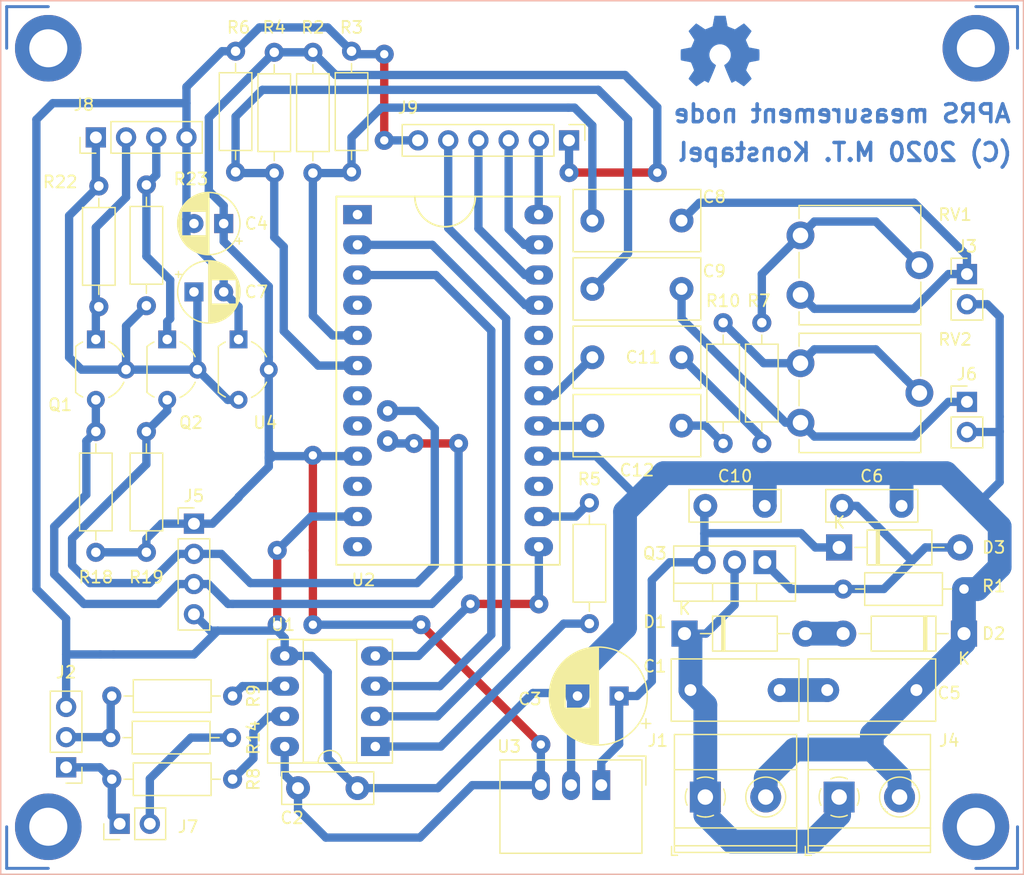
<source format=kicad_pcb>
(kicad_pcb (version 20171130) (host pcbnew 5.1.2-5.1.2)

  (general
    (thickness 1.6)
    (drawings 6)
    (tracks 368)
    (zones 0)
    (modules 53)
    (nets 46)
  )

  (page A4)
  (layers
    (0 F.Cu signal)
    (31 B.Cu signal)
    (32 B.Adhes user)
    (33 F.Adhes user)
    (34 B.Paste user)
    (35 F.Paste user)
    (36 B.SilkS user)
    (37 F.SilkS user)
    (38 B.Mask user)
    (39 F.Mask user)
    (40 Dwgs.User user)
    (41 Cmts.User user)
    (42 Eco1.User user)
    (43 Eco2.User user)
    (44 Edge.Cuts user)
    (45 Margin user)
    (46 B.CrtYd user)
    (47 F.CrtYd user)
    (48 B.Fab user)
    (49 F.Fab user hide)
  )

  (setup
    (last_trace_width 0.7)
    (user_trace_width 0.7)
    (user_trace_width 2)
    (trace_clearance 0.2)
    (zone_clearance 0.508)
    (zone_45_only no)
    (trace_min 0.2)
    (via_size 0.8)
    (via_drill 0.4)
    (via_min_size 0.4)
    (via_min_drill 0.3)
    (user_via 1.6 0.7)
    (uvia_size 0.3)
    (uvia_drill 0.1)
    (uvias_allowed no)
    (uvia_min_size 0.2)
    (uvia_min_drill 0.1)
    (edge_width 0.05)
    (segment_width 0.2)
    (pcb_text_width 0.3)
    (pcb_text_size 1.5 1.5)
    (mod_edge_width 0.12)
    (mod_text_size 1 1)
    (mod_text_width 0.15)
    (pad_size 1.524 1.524)
    (pad_drill 0.762)
    (pad_to_mask_clearance 0.051)
    (solder_mask_min_width 0.25)
    (aux_axis_origin 0 0)
    (visible_elements FFFFFF7F)
    (pcbplotparams
      (layerselection 0x00020_fffffffe)
      (usegerberextensions false)
      (usegerberattributes false)
      (usegerberadvancedattributes false)
      (creategerberjobfile false)
      (excludeedgelayer true)
      (linewidth 0.100000)
      (plotframeref false)
      (viasonmask false)
      (mode 1)
      (useauxorigin false)
      (hpglpennumber 1)
      (hpglpenspeed 20)
      (hpglpendiameter 15.000000)
      (psnegative false)
      (psa4output false)
      (plotreference true)
      (plotvalue true)
      (plotinvisibletext false)
      (padsonsilk false)
      (subtractmaskfromsilk false)
      (outputformat 2)
      (mirror false)
      (drillshape 1)
      (scaleselection 1)
      (outputdirectory "./"))
  )

  (net 0 "")
  (net 1 "Net-(C1-Pad1)")
  (net 2 +5V)
  (net 3 GND)
  (net 4 +12V)
  (net 5 "Net-(C6-Pad1)")
  (net 6 +3V3)
  (net 7 "Net-(D1-Pad2)")
  (net 8 "Net-(J2-Pad1)")
  (net 9 "Net-(J2-Pad2)")
  (net 10 SCL)
  (net 11 SDA)
  (net 12 RE)
  (net 13 "Net-(R7-Pad2)")
  (net 14 "Net-(R10-Pad2)")
  (net 15 RX)
  (net 16 DE)
  (net 17 TX)
  (net 18 "Net-(U2-Pad4)")
  (net 19 "Net-(U2-Pad8)")
  (net 20 "Net-(U2-Pad7)")
  (net 21 "Net-(U2-Pad12)")
  (net 22 "Net-(U2-Pad10)")
  (net 23 "Net-(U2-Pad15)")
  (net 24 "Net-(R5-Pad2)")
  (net 25 "Net-(C1-Pad2)")
  (net 26 "Net-(C8-Pad1)")
  (net 27 "Net-(C8-Pad2)")
  (net 28 "Net-(C9-Pad2)")
  (net 29 "Net-(C9-Pad1)")
  (net 30 "Net-(C11-Pad1)")
  (net 31 "Net-(C11-Pad2)")
  (net 32 "Net-(C12-Pad2)")
  (net 33 "Net-(C12-Pad1)")
  (net 34 "Net-(J7-Pad2)")
  (net 35 "Net-(J8-Pad2)")
  (net 36 "Net-(J8-Pad3)")
  (net 37 "Net-(R8-Pad1)")
  (net 38 "Net-(R9-Pad1)")
  (net 39 "Net-(U2-Pad1)")
  (net 40 "Net-(U2-Pad20)")
  (net 41 "Net-(U2-Pad19)")
  (net 42 "Net-(J9-Pad2)")
  (net 43 "Net-(J9-Pad3)")
  (net 44 "Net-(J9-Pad4)")
  (net 45 "Net-(J9-Pad5)")

  (net_class Default "Dit is de standaard class."
    (clearance 0.2)
    (trace_width 0.25)
    (via_dia 0.8)
    (via_drill 0.4)
    (uvia_dia 0.3)
    (uvia_drill 0.1)
    (add_net +12V)
    (add_net +3V3)
    (add_net +5V)
    (add_net DE)
    (add_net GND)
    (add_net "Net-(C1-Pad1)")
    (add_net "Net-(C1-Pad2)")
    (add_net "Net-(C11-Pad1)")
    (add_net "Net-(C11-Pad2)")
    (add_net "Net-(C12-Pad1)")
    (add_net "Net-(C12-Pad2)")
    (add_net "Net-(C6-Pad1)")
    (add_net "Net-(C8-Pad1)")
    (add_net "Net-(C8-Pad2)")
    (add_net "Net-(C9-Pad1)")
    (add_net "Net-(C9-Pad2)")
    (add_net "Net-(D1-Pad2)")
    (add_net "Net-(J2-Pad1)")
    (add_net "Net-(J2-Pad2)")
    (add_net "Net-(J7-Pad2)")
    (add_net "Net-(J8-Pad2)")
    (add_net "Net-(J8-Pad3)")
    (add_net "Net-(J9-Pad2)")
    (add_net "Net-(J9-Pad3)")
    (add_net "Net-(J9-Pad4)")
    (add_net "Net-(J9-Pad5)")
    (add_net "Net-(R10-Pad2)")
    (add_net "Net-(R5-Pad2)")
    (add_net "Net-(R7-Pad2)")
    (add_net "Net-(R8-Pad1)")
    (add_net "Net-(R9-Pad1)")
    (add_net "Net-(U2-Pad1)")
    (add_net "Net-(U2-Pad10)")
    (add_net "Net-(U2-Pad12)")
    (add_net "Net-(U2-Pad15)")
    (add_net "Net-(U2-Pad19)")
    (add_net "Net-(U2-Pad20)")
    (add_net "Net-(U2-Pad4)")
    (add_net "Net-(U2-Pad7)")
    (add_net "Net-(U2-Pad8)")
    (add_net RE)
    (add_net RX)
    (add_net SCL)
    (add_net SDA)
    (add_net TX)
  )

  (module Symbol:OSHW-Symbol_6.7x6mm_Copper (layer B.Cu) (tedit 0) (tstamp 5E8F3A7C)
    (at 234.5 61.75 180)
    (descr "Open Source Hardware Symbol")
    (tags "Logo Symbol OSHW")
    (attr virtual)
    (fp_text reference REF** (at 0 0) (layer B.SilkS) hide
      (effects (font (size 1 1) (thickness 0.15)) (justify mirror))
    )
    (fp_text value OSHW-Symbol_6.7x6mm_Copper (at 0.75 0) (layer B.Fab) hide
      (effects (font (size 1 1) (thickness 0.15)) (justify mirror))
    )
    (fp_poly (pts (xy 0.555814 2.531069) (xy 0.639635 2.086445) (xy 0.94892 1.958947) (xy 1.258206 1.831449)
      (xy 1.629246 2.083754) (xy 1.733157 2.154004) (xy 1.827087 2.216728) (xy 1.906652 2.269062)
      (xy 1.96747 2.308143) (xy 2.005157 2.331107) (xy 2.015421 2.336058) (xy 2.03391 2.323324)
      (xy 2.07342 2.288118) (xy 2.129522 2.234938) (xy 2.197787 2.168282) (xy 2.273786 2.092646)
      (xy 2.353092 2.012528) (xy 2.431275 1.932426) (xy 2.503907 1.856836) (xy 2.566559 1.790255)
      (xy 2.614803 1.737182) (xy 2.64421 1.702113) (xy 2.651241 1.690377) (xy 2.641123 1.66874)
      (xy 2.612759 1.621338) (xy 2.569129 1.552807) (xy 2.513218 1.467785) (xy 2.448006 1.370907)
      (xy 2.410219 1.31565) (xy 2.341343 1.214752) (xy 2.28014 1.123701) (xy 2.229578 1.04703)
      (xy 2.192628 0.989272) (xy 2.172258 0.954957) (xy 2.169197 0.947746) (xy 2.176136 0.927252)
      (xy 2.195051 0.879487) (xy 2.223087 0.811168) (xy 2.257391 0.729011) (xy 2.295109 0.63973)
      (xy 2.333387 0.550042) (xy 2.36937 0.466662) (xy 2.400206 0.396306) (xy 2.423039 0.34569)
      (xy 2.435017 0.321529) (xy 2.435724 0.320578) (xy 2.454531 0.315964) (xy 2.504618 0.305672)
      (xy 2.580793 0.290713) (xy 2.677865 0.272099) (xy 2.790643 0.250841) (xy 2.856442 0.238582)
      (xy 2.97695 0.215638) (xy 3.085797 0.193805) (xy 3.177476 0.174278) (xy 3.246481 0.158252)
      (xy 3.287304 0.146921) (xy 3.295511 0.143326) (xy 3.303548 0.118994) (xy 3.310033 0.064041)
      (xy 3.31497 -0.015108) (xy 3.318364 -0.112026) (xy 3.320218 -0.220287) (xy 3.320538 -0.333465)
      (xy 3.319327 -0.445135) (xy 3.31659 -0.548868) (xy 3.312331 -0.638241) (xy 3.306555 -0.706826)
      (xy 3.299267 -0.748197) (xy 3.294895 -0.75681) (xy 3.268764 -0.767133) (xy 3.213393 -0.781892)
      (xy 3.136107 -0.799352) (xy 3.04423 -0.81778) (xy 3.012158 -0.823741) (xy 2.857524 -0.852066)
      (xy 2.735375 -0.874876) (xy 2.641673 -0.89308) (xy 2.572384 -0.907583) (xy 2.523471 -0.919292)
      (xy 2.490897 -0.929115) (xy 2.470628 -0.937956) (xy 2.458626 -0.946724) (xy 2.456947 -0.948457)
      (xy 2.440184 -0.976371) (xy 2.414614 -1.030695) (xy 2.382788 -1.104777) (xy 2.34726 -1.191965)
      (xy 2.310583 -1.285608) (xy 2.275311 -1.379052) (xy 2.243996 -1.465647) (xy 2.219193 -1.53874)
      (xy 2.203454 -1.591678) (xy 2.199332 -1.617811) (xy 2.199676 -1.618726) (xy 2.213641 -1.640086)
      (xy 2.245322 -1.687084) (xy 2.291391 -1.754827) (xy 2.348518 -1.838423) (xy 2.413373 -1.932982)
      (xy 2.431843 -1.959854) (xy 2.497699 -2.057275) (xy 2.55565 -2.146163) (xy 2.602538 -2.221412)
      (xy 2.635207 -2.27792) (xy 2.6505 -2.310581) (xy 2.651241 -2.314593) (xy 2.638392 -2.335684)
      (xy 2.602888 -2.377464) (xy 2.549293 -2.435445) (xy 2.482171 -2.505135) (xy 2.406087 -2.582045)
      (xy 2.325604 -2.661683) (xy 2.245287 -2.739561) (xy 2.169699 -2.811186) (xy 2.103405 -2.87207)
      (xy 2.050969 -2.917721) (xy 2.016955 -2.94365) (xy 2.007545 -2.947883) (xy 1.985643 -2.937912)
      (xy 1.9408 -2.91102) (xy 1.880321 -2.871736) (xy 1.833789 -2.840117) (xy 1.749475 -2.782098)
      (xy 1.649626 -2.713784) (xy 1.549473 -2.645579) (xy 1.495627 -2.609075) (xy 1.313371 -2.4858)
      (xy 1.160381 -2.56852) (xy 1.090682 -2.604759) (xy 1.031414 -2.632926) (xy 0.991311 -2.648991)
      (xy 0.981103 -2.651226) (xy 0.968829 -2.634722) (xy 0.944613 -2.588082) (xy 0.910263 -2.515609)
      (xy 0.867588 -2.421606) (xy 0.818394 -2.310374) (xy 0.76449 -2.186215) (xy 0.707684 -2.053432)
      (xy 0.649782 -1.916327) (xy 0.592593 -1.779202) (xy 0.537924 -1.646358) (xy 0.487584 -1.522098)
      (xy 0.44338 -1.410725) (xy 0.407119 -1.316539) (xy 0.380609 -1.243844) (xy 0.365658 -1.196941)
      (xy 0.363254 -1.180833) (xy 0.382311 -1.160286) (xy 0.424036 -1.126933) (xy 0.479706 -1.087702)
      (xy 0.484378 -1.084599) (xy 0.628264 -0.969423) (xy 0.744283 -0.835053) (xy 0.83143 -0.685784)
      (xy 0.888699 -0.525913) (xy 0.915086 -0.359737) (xy 0.909585 -0.191552) (xy 0.87119 -0.025655)
      (xy 0.798895 0.133658) (xy 0.777626 0.168513) (xy 0.666996 0.309263) (xy 0.536302 0.422286)
      (xy 0.390064 0.506997) (xy 0.232808 0.562806) (xy 0.069057 0.589126) (xy -0.096667 0.58537)
      (xy -0.259838 0.55095) (xy -0.415935 0.485277) (xy -0.560433 0.387765) (xy -0.605131 0.348187)
      (xy -0.718888 0.224297) (xy -0.801782 0.093876) (xy -0.858644 -0.052315) (xy -0.890313 -0.197088)
      (xy -0.898131 -0.35986) (xy -0.872062 -0.52344) (xy -0.814755 -0.682298) (xy -0.728856 -0.830906)
      (xy -0.617014 -0.963735) (xy -0.481877 -1.075256) (xy -0.464117 -1.087011) (xy -0.40785 -1.125508)
      (xy -0.365077 -1.158863) (xy -0.344628 -1.18016) (xy -0.344331 -1.180833) (xy -0.348721 -1.203871)
      (xy -0.366124 -1.256157) (xy -0.394732 -1.33339) (xy -0.432735 -1.431268) (xy -0.478326 -1.545491)
      (xy -0.529697 -1.671758) (xy -0.585038 -1.805767) (xy -0.642542 -1.943218) (xy -0.700399 -2.079808)
      (xy -0.756802 -2.211237) (xy -0.809942 -2.333205) (xy -0.85801 -2.441409) (xy -0.899199 -2.531549)
      (xy -0.931699 -2.599323) (xy -0.953703 -2.64043) (xy -0.962564 -2.651226) (xy -0.98964 -2.642819)
      (xy -1.040303 -2.620272) (xy -1.105817 -2.587613) (xy -1.141841 -2.56852) (xy -1.294832 -2.4858)
      (xy -1.477088 -2.609075) (xy -1.570125 -2.672228) (xy -1.671985 -2.741727) (xy -1.767438 -2.807165)
      (xy -1.81525 -2.840117) (xy -1.882495 -2.885273) (xy -1.939436 -2.921057) (xy -1.978646 -2.942938)
      (xy -1.991381 -2.947563) (xy -2.009917 -2.935085) (xy -2.050941 -2.900252) (xy -2.110475 -2.846678)
      (xy -2.184542 -2.777983) (xy -2.269165 -2.697781) (xy -2.322685 -2.646286) (xy -2.416319 -2.554286)
      (xy -2.497241 -2.471999) (xy -2.562177 -2.402945) (xy -2.607858 -2.350644) (xy -2.631011 -2.318616)
      (xy -2.633232 -2.312116) (xy -2.622924 -2.287394) (xy -2.594439 -2.237405) (xy -2.550937 -2.167212)
      (xy -2.495577 -2.081875) (xy -2.43152 -1.986456) (xy -2.413303 -1.959854) (xy -2.346927 -1.863167)
      (xy -2.287378 -1.776117) (xy -2.237984 -1.703595) (xy -2.202075 -1.650493) (xy -2.182981 -1.621703)
      (xy -2.181136 -1.618726) (xy -2.183895 -1.595782) (xy -2.198538 -1.545336) (xy -2.222513 -1.474041)
      (xy -2.253266 -1.388547) (xy -2.288244 -1.295507) (xy -2.324893 -1.201574) (xy -2.360661 -1.113399)
      (xy -2.392994 -1.037634) (xy -2.419338 -0.980931) (xy -2.437142 -0.949943) (xy -2.438407 -0.948457)
      (xy -2.449294 -0.939601) (xy -2.467682 -0.930843) (xy -2.497606 -0.921277) (xy -2.543103 -0.909996)
      (xy -2.608209 -0.896093) (xy -2.696961 -0.878663) (xy -2.813393 -0.856798) (xy -2.961542 -0.829591)
      (xy -2.993618 -0.823741) (xy -3.088686 -0.805374) (xy -3.171565 -0.787405) (xy -3.23493 -0.771569)
      (xy -3.271458 -0.7596) (xy -3.276356 -0.75681) (xy -3.284427 -0.732072) (xy -3.290987 -0.67679)
      (xy -3.296033 -0.597389) (xy -3.299559 -0.500296) (xy -3.301561 -0.391938) (xy -3.302036 -0.27874)
      (xy -3.300977 -0.167128) (xy -3.298382 -0.063529) (xy -3.294246 0.025632) (xy -3.288563 0.093928)
      (xy -3.281331 0.134934) (xy -3.276971 0.143326) (xy -3.252698 0.151792) (xy -3.197426 0.165565)
      (xy -3.116662 0.18345) (xy -3.015912 0.204252) (xy -2.900683 0.226777) (xy -2.837902 0.238582)
      (xy -2.718787 0.260849) (xy -2.612565 0.281021) (xy -2.524427 0.298085) (xy -2.459566 0.311031)
      (xy -2.423174 0.318845) (xy -2.417184 0.320578) (xy -2.407061 0.34011) (xy -2.385662 0.387157)
      (xy -2.355839 0.454997) (xy -2.320445 0.536909) (xy -2.282332 0.626172) (xy -2.244353 0.716065)
      (xy -2.20936 0.799865) (xy -2.180206 0.870853) (xy -2.159743 0.922306) (xy -2.150823 0.947503)
      (xy -2.150657 0.948604) (xy -2.160769 0.968481) (xy -2.189117 1.014223) (xy -2.232723 1.081283)
      (xy -2.288606 1.165116) (xy -2.353787 1.261174) (xy -2.391679 1.31635) (xy -2.460725 1.417519)
      (xy -2.52205 1.50937) (xy -2.572663 1.587256) (xy -2.609571 1.646531) (xy -2.629782 1.682549)
      (xy -2.632701 1.690623) (xy -2.620153 1.709416) (xy -2.585463 1.749543) (xy -2.533063 1.806507)
      (xy -2.467384 1.875815) (xy -2.392856 1.952969) (xy -2.313913 2.033475) (xy -2.234983 2.112837)
      (xy -2.1605 2.18656) (xy -2.094894 2.250148) (xy -2.042596 2.299106) (xy -2.008039 2.328939)
      (xy -1.996478 2.336058) (xy -1.977654 2.326047) (xy -1.932631 2.297922) (xy -1.865787 2.254546)
      (xy -1.781499 2.198782) (xy -1.684144 2.133494) (xy -1.610707 2.083754) (xy -1.239667 1.831449)
      (xy -0.621095 2.086445) (xy -0.537275 2.531069) (xy -0.453454 2.975693) (xy 0.471994 2.975693)
      (xy 0.555814 2.531069)) (layer B.Cu) (width 0.01))
  )

  (module Capacitor_THT:CP_Radial_D5.0mm_P2.50mm (layer F.Cu) (tedit 5AE50EF0) (tstamp 5E8677EE)
    (at 192.75 76.25 180)
    (descr "CP, Radial series, Radial, pin pitch=2.50mm, , diameter=5mm, Electrolytic Capacitor")
    (tags "CP Radial series Radial pin pitch 2.50mm  diameter 5mm Electrolytic Capacitor")
    (path /5E9867DB)
    (fp_text reference C4 (at -2.75 0) (layer F.SilkS)
      (effects (font (size 1 1) (thickness 0.15)))
    )
    (fp_text value 1U/10V (at 1.25 3.75) (layer F.Fab)
      (effects (font (size 1 1) (thickness 0.15)))
    )
    (fp_circle (center 1.25 0) (end 3.75 0) (layer F.Fab) (width 0.1))
    (fp_circle (center 1.25 0) (end 3.87 0) (layer F.SilkS) (width 0.12))
    (fp_circle (center 1.25 0) (end 4 0) (layer F.CrtYd) (width 0.05))
    (fp_line (start -0.883605 -1.0875) (end -0.383605 -1.0875) (layer F.Fab) (width 0.1))
    (fp_line (start -0.633605 -1.3375) (end -0.633605 -0.8375) (layer F.Fab) (width 0.1))
    (fp_line (start 1.25 -2.58) (end 1.25 2.58) (layer F.SilkS) (width 0.12))
    (fp_line (start 1.29 -2.58) (end 1.29 2.58) (layer F.SilkS) (width 0.12))
    (fp_line (start 1.33 -2.579) (end 1.33 2.579) (layer F.SilkS) (width 0.12))
    (fp_line (start 1.37 -2.578) (end 1.37 2.578) (layer F.SilkS) (width 0.12))
    (fp_line (start 1.41 -2.576) (end 1.41 2.576) (layer F.SilkS) (width 0.12))
    (fp_line (start 1.45 -2.573) (end 1.45 2.573) (layer F.SilkS) (width 0.12))
    (fp_line (start 1.49 -2.569) (end 1.49 -1.04) (layer F.SilkS) (width 0.12))
    (fp_line (start 1.49 1.04) (end 1.49 2.569) (layer F.SilkS) (width 0.12))
    (fp_line (start 1.53 -2.565) (end 1.53 -1.04) (layer F.SilkS) (width 0.12))
    (fp_line (start 1.53 1.04) (end 1.53 2.565) (layer F.SilkS) (width 0.12))
    (fp_line (start 1.57 -2.561) (end 1.57 -1.04) (layer F.SilkS) (width 0.12))
    (fp_line (start 1.57 1.04) (end 1.57 2.561) (layer F.SilkS) (width 0.12))
    (fp_line (start 1.61 -2.556) (end 1.61 -1.04) (layer F.SilkS) (width 0.12))
    (fp_line (start 1.61 1.04) (end 1.61 2.556) (layer F.SilkS) (width 0.12))
    (fp_line (start 1.65 -2.55) (end 1.65 -1.04) (layer F.SilkS) (width 0.12))
    (fp_line (start 1.65 1.04) (end 1.65 2.55) (layer F.SilkS) (width 0.12))
    (fp_line (start 1.69 -2.543) (end 1.69 -1.04) (layer F.SilkS) (width 0.12))
    (fp_line (start 1.69 1.04) (end 1.69 2.543) (layer F.SilkS) (width 0.12))
    (fp_line (start 1.73 -2.536) (end 1.73 -1.04) (layer F.SilkS) (width 0.12))
    (fp_line (start 1.73 1.04) (end 1.73 2.536) (layer F.SilkS) (width 0.12))
    (fp_line (start 1.77 -2.528) (end 1.77 -1.04) (layer F.SilkS) (width 0.12))
    (fp_line (start 1.77 1.04) (end 1.77 2.528) (layer F.SilkS) (width 0.12))
    (fp_line (start 1.81 -2.52) (end 1.81 -1.04) (layer F.SilkS) (width 0.12))
    (fp_line (start 1.81 1.04) (end 1.81 2.52) (layer F.SilkS) (width 0.12))
    (fp_line (start 1.85 -2.511) (end 1.85 -1.04) (layer F.SilkS) (width 0.12))
    (fp_line (start 1.85 1.04) (end 1.85 2.511) (layer F.SilkS) (width 0.12))
    (fp_line (start 1.89 -2.501) (end 1.89 -1.04) (layer F.SilkS) (width 0.12))
    (fp_line (start 1.89 1.04) (end 1.89 2.501) (layer F.SilkS) (width 0.12))
    (fp_line (start 1.93 -2.491) (end 1.93 -1.04) (layer F.SilkS) (width 0.12))
    (fp_line (start 1.93 1.04) (end 1.93 2.491) (layer F.SilkS) (width 0.12))
    (fp_line (start 1.971 -2.48) (end 1.971 -1.04) (layer F.SilkS) (width 0.12))
    (fp_line (start 1.971 1.04) (end 1.971 2.48) (layer F.SilkS) (width 0.12))
    (fp_line (start 2.011 -2.468) (end 2.011 -1.04) (layer F.SilkS) (width 0.12))
    (fp_line (start 2.011 1.04) (end 2.011 2.468) (layer F.SilkS) (width 0.12))
    (fp_line (start 2.051 -2.455) (end 2.051 -1.04) (layer F.SilkS) (width 0.12))
    (fp_line (start 2.051 1.04) (end 2.051 2.455) (layer F.SilkS) (width 0.12))
    (fp_line (start 2.091 -2.442) (end 2.091 -1.04) (layer F.SilkS) (width 0.12))
    (fp_line (start 2.091 1.04) (end 2.091 2.442) (layer F.SilkS) (width 0.12))
    (fp_line (start 2.131 -2.428) (end 2.131 -1.04) (layer F.SilkS) (width 0.12))
    (fp_line (start 2.131 1.04) (end 2.131 2.428) (layer F.SilkS) (width 0.12))
    (fp_line (start 2.171 -2.414) (end 2.171 -1.04) (layer F.SilkS) (width 0.12))
    (fp_line (start 2.171 1.04) (end 2.171 2.414) (layer F.SilkS) (width 0.12))
    (fp_line (start 2.211 -2.398) (end 2.211 -1.04) (layer F.SilkS) (width 0.12))
    (fp_line (start 2.211 1.04) (end 2.211 2.398) (layer F.SilkS) (width 0.12))
    (fp_line (start 2.251 -2.382) (end 2.251 -1.04) (layer F.SilkS) (width 0.12))
    (fp_line (start 2.251 1.04) (end 2.251 2.382) (layer F.SilkS) (width 0.12))
    (fp_line (start 2.291 -2.365) (end 2.291 -1.04) (layer F.SilkS) (width 0.12))
    (fp_line (start 2.291 1.04) (end 2.291 2.365) (layer F.SilkS) (width 0.12))
    (fp_line (start 2.331 -2.348) (end 2.331 -1.04) (layer F.SilkS) (width 0.12))
    (fp_line (start 2.331 1.04) (end 2.331 2.348) (layer F.SilkS) (width 0.12))
    (fp_line (start 2.371 -2.329) (end 2.371 -1.04) (layer F.SilkS) (width 0.12))
    (fp_line (start 2.371 1.04) (end 2.371 2.329) (layer F.SilkS) (width 0.12))
    (fp_line (start 2.411 -2.31) (end 2.411 -1.04) (layer F.SilkS) (width 0.12))
    (fp_line (start 2.411 1.04) (end 2.411 2.31) (layer F.SilkS) (width 0.12))
    (fp_line (start 2.451 -2.29) (end 2.451 -1.04) (layer F.SilkS) (width 0.12))
    (fp_line (start 2.451 1.04) (end 2.451 2.29) (layer F.SilkS) (width 0.12))
    (fp_line (start 2.491 -2.268) (end 2.491 -1.04) (layer F.SilkS) (width 0.12))
    (fp_line (start 2.491 1.04) (end 2.491 2.268) (layer F.SilkS) (width 0.12))
    (fp_line (start 2.531 -2.247) (end 2.531 -1.04) (layer F.SilkS) (width 0.12))
    (fp_line (start 2.531 1.04) (end 2.531 2.247) (layer F.SilkS) (width 0.12))
    (fp_line (start 2.571 -2.224) (end 2.571 -1.04) (layer F.SilkS) (width 0.12))
    (fp_line (start 2.571 1.04) (end 2.571 2.224) (layer F.SilkS) (width 0.12))
    (fp_line (start 2.611 -2.2) (end 2.611 -1.04) (layer F.SilkS) (width 0.12))
    (fp_line (start 2.611 1.04) (end 2.611 2.2) (layer F.SilkS) (width 0.12))
    (fp_line (start 2.651 -2.175) (end 2.651 -1.04) (layer F.SilkS) (width 0.12))
    (fp_line (start 2.651 1.04) (end 2.651 2.175) (layer F.SilkS) (width 0.12))
    (fp_line (start 2.691 -2.149) (end 2.691 -1.04) (layer F.SilkS) (width 0.12))
    (fp_line (start 2.691 1.04) (end 2.691 2.149) (layer F.SilkS) (width 0.12))
    (fp_line (start 2.731 -2.122) (end 2.731 -1.04) (layer F.SilkS) (width 0.12))
    (fp_line (start 2.731 1.04) (end 2.731 2.122) (layer F.SilkS) (width 0.12))
    (fp_line (start 2.771 -2.095) (end 2.771 -1.04) (layer F.SilkS) (width 0.12))
    (fp_line (start 2.771 1.04) (end 2.771 2.095) (layer F.SilkS) (width 0.12))
    (fp_line (start 2.811 -2.065) (end 2.811 -1.04) (layer F.SilkS) (width 0.12))
    (fp_line (start 2.811 1.04) (end 2.811 2.065) (layer F.SilkS) (width 0.12))
    (fp_line (start 2.851 -2.035) (end 2.851 -1.04) (layer F.SilkS) (width 0.12))
    (fp_line (start 2.851 1.04) (end 2.851 2.035) (layer F.SilkS) (width 0.12))
    (fp_line (start 2.891 -2.004) (end 2.891 -1.04) (layer F.SilkS) (width 0.12))
    (fp_line (start 2.891 1.04) (end 2.891 2.004) (layer F.SilkS) (width 0.12))
    (fp_line (start 2.931 -1.971) (end 2.931 -1.04) (layer F.SilkS) (width 0.12))
    (fp_line (start 2.931 1.04) (end 2.931 1.971) (layer F.SilkS) (width 0.12))
    (fp_line (start 2.971 -1.937) (end 2.971 -1.04) (layer F.SilkS) (width 0.12))
    (fp_line (start 2.971 1.04) (end 2.971 1.937) (layer F.SilkS) (width 0.12))
    (fp_line (start 3.011 -1.901) (end 3.011 -1.04) (layer F.SilkS) (width 0.12))
    (fp_line (start 3.011 1.04) (end 3.011 1.901) (layer F.SilkS) (width 0.12))
    (fp_line (start 3.051 -1.864) (end 3.051 -1.04) (layer F.SilkS) (width 0.12))
    (fp_line (start 3.051 1.04) (end 3.051 1.864) (layer F.SilkS) (width 0.12))
    (fp_line (start 3.091 -1.826) (end 3.091 -1.04) (layer F.SilkS) (width 0.12))
    (fp_line (start 3.091 1.04) (end 3.091 1.826) (layer F.SilkS) (width 0.12))
    (fp_line (start 3.131 -1.785) (end 3.131 -1.04) (layer F.SilkS) (width 0.12))
    (fp_line (start 3.131 1.04) (end 3.131 1.785) (layer F.SilkS) (width 0.12))
    (fp_line (start 3.171 -1.743) (end 3.171 -1.04) (layer F.SilkS) (width 0.12))
    (fp_line (start 3.171 1.04) (end 3.171 1.743) (layer F.SilkS) (width 0.12))
    (fp_line (start 3.211 -1.699) (end 3.211 -1.04) (layer F.SilkS) (width 0.12))
    (fp_line (start 3.211 1.04) (end 3.211 1.699) (layer F.SilkS) (width 0.12))
    (fp_line (start 3.251 -1.653) (end 3.251 -1.04) (layer F.SilkS) (width 0.12))
    (fp_line (start 3.251 1.04) (end 3.251 1.653) (layer F.SilkS) (width 0.12))
    (fp_line (start 3.291 -1.605) (end 3.291 -1.04) (layer F.SilkS) (width 0.12))
    (fp_line (start 3.291 1.04) (end 3.291 1.605) (layer F.SilkS) (width 0.12))
    (fp_line (start 3.331 -1.554) (end 3.331 -1.04) (layer F.SilkS) (width 0.12))
    (fp_line (start 3.331 1.04) (end 3.331 1.554) (layer F.SilkS) (width 0.12))
    (fp_line (start 3.371 -1.5) (end 3.371 -1.04) (layer F.SilkS) (width 0.12))
    (fp_line (start 3.371 1.04) (end 3.371 1.5) (layer F.SilkS) (width 0.12))
    (fp_line (start 3.411 -1.443) (end 3.411 -1.04) (layer F.SilkS) (width 0.12))
    (fp_line (start 3.411 1.04) (end 3.411 1.443) (layer F.SilkS) (width 0.12))
    (fp_line (start 3.451 -1.383) (end 3.451 -1.04) (layer F.SilkS) (width 0.12))
    (fp_line (start 3.451 1.04) (end 3.451 1.383) (layer F.SilkS) (width 0.12))
    (fp_line (start 3.491 -1.319) (end 3.491 -1.04) (layer F.SilkS) (width 0.12))
    (fp_line (start 3.491 1.04) (end 3.491 1.319) (layer F.SilkS) (width 0.12))
    (fp_line (start 3.531 -1.251) (end 3.531 -1.04) (layer F.SilkS) (width 0.12))
    (fp_line (start 3.531 1.04) (end 3.531 1.251) (layer F.SilkS) (width 0.12))
    (fp_line (start 3.571 -1.178) (end 3.571 1.178) (layer F.SilkS) (width 0.12))
    (fp_line (start 3.611 -1.098) (end 3.611 1.098) (layer F.SilkS) (width 0.12))
    (fp_line (start 3.651 -1.011) (end 3.651 1.011) (layer F.SilkS) (width 0.12))
    (fp_line (start 3.691 -0.915) (end 3.691 0.915) (layer F.SilkS) (width 0.12))
    (fp_line (start 3.731 -0.805) (end 3.731 0.805) (layer F.SilkS) (width 0.12))
    (fp_line (start 3.771 -0.677) (end 3.771 0.677) (layer F.SilkS) (width 0.12))
    (fp_line (start 3.811 -0.518) (end 3.811 0.518) (layer F.SilkS) (width 0.12))
    (fp_line (start 3.851 -0.284) (end 3.851 0.284) (layer F.SilkS) (width 0.12))
    (fp_line (start -1.554775 -1.475) (end -1.054775 -1.475) (layer F.SilkS) (width 0.12))
    (fp_line (start -1.304775 -1.725) (end -1.304775 -1.225) (layer F.SilkS) (width 0.12))
    (fp_text user %R (at 1.25 0) (layer F.Fab)
      (effects (font (size 1 1) (thickness 0.15)))
    )
    (pad 1 thru_hole rect (at 0 0 180) (size 1.6 1.6) (drill 0.8) (layers *.Cu *.Mask)
      (net 2 +5V))
    (pad 2 thru_hole circle (at 2.5 0 180) (size 1.6 1.6) (drill 0.8) (layers *.Cu *.Mask)
      (net 3 GND))
    (model ${KISYS3DMOD}/Capacitor_THT.3dshapes/CP_Radial_D5.0mm_P2.50mm.wrl
      (at (xyz 0 0 0))
      (scale (xyz 1 1 1))
      (rotate (xyz 0 0 0))
    )
  )

  (module Resistor_THT:R_Axial_DIN0207_L6.3mm_D2.5mm_P10.16mm_Horizontal (layer F.Cu) (tedit 5AE5139B) (tstamp 5E86C069)
    (at 186.25 93.75 270)
    (descr "Resistor, Axial_DIN0207 series, Axial, Horizontal, pin pitch=10.16mm, 0.25W = 1/4W, length*diameter=6.3*2.5mm^2, http://cdn-reichelt.de/documents/datenblatt/B400/1_4W%23YAG.pdf")
    (tags "Resistor Axial_DIN0207 series Axial Horizontal pin pitch 10.16mm 0.25W = 1/4W length 6.3mm diameter 2.5mm")
    (path /5E85E1BB)
    (fp_text reference R19 (at 12.25 0 180) (layer F.SilkS)
      (effects (font (size 1 1) (thickness 0.15)))
    )
    (fp_text value 2k2 (at 5.08 2.37 90) (layer F.Fab)
      (effects (font (size 1 1) (thickness 0.15)))
    )
    (fp_text user %R (at 5.08 0 90) (layer F.Fab)
      (effects (font (size 1 1) (thickness 0.15)))
    )
    (fp_line (start 11.21 -1.5) (end -1.05 -1.5) (layer F.CrtYd) (width 0.05))
    (fp_line (start 11.21 1.5) (end 11.21 -1.5) (layer F.CrtYd) (width 0.05))
    (fp_line (start -1.05 1.5) (end 11.21 1.5) (layer F.CrtYd) (width 0.05))
    (fp_line (start -1.05 -1.5) (end -1.05 1.5) (layer F.CrtYd) (width 0.05))
    (fp_line (start 9.12 0) (end 8.35 0) (layer F.SilkS) (width 0.12))
    (fp_line (start 1.04 0) (end 1.81 0) (layer F.SilkS) (width 0.12))
    (fp_line (start 8.35 -1.37) (end 1.81 -1.37) (layer F.SilkS) (width 0.12))
    (fp_line (start 8.35 1.37) (end 8.35 -1.37) (layer F.SilkS) (width 0.12))
    (fp_line (start 1.81 1.37) (end 8.35 1.37) (layer F.SilkS) (width 0.12))
    (fp_line (start 1.81 -1.37) (end 1.81 1.37) (layer F.SilkS) (width 0.12))
    (fp_line (start 10.16 0) (end 8.23 0) (layer F.Fab) (width 0.1))
    (fp_line (start 0 0) (end 1.93 0) (layer F.Fab) (width 0.1))
    (fp_line (start 8.23 -1.25) (end 1.93 -1.25) (layer F.Fab) (width 0.1))
    (fp_line (start 8.23 1.25) (end 8.23 -1.25) (layer F.Fab) (width 0.1))
    (fp_line (start 1.93 1.25) (end 8.23 1.25) (layer F.Fab) (width 0.1))
    (fp_line (start 1.93 -1.25) (end 1.93 1.25) (layer F.Fab) (width 0.1))
    (pad 2 thru_hole oval (at 10.16 0 270) (size 1.6 1.6) (drill 0.8) (layers *.Cu *.Mask)
      (net 2 +5V))
    (pad 1 thru_hole circle (at 0 0 270) (size 1.6 1.6) (drill 0.8) (layers *.Cu *.Mask)
      (net 11 SDA))
    (model ${KISYS3DMOD}/Resistor_THT.3dshapes/R_Axial_DIN0207_L6.3mm_D2.5mm_P10.16mm_Horizontal.wrl
      (at (xyz 0 0 0))
      (scale (xyz 1 1 1))
      (rotate (xyz 0 0 0))
    )
  )

  (module Resistor_THT:R_Axial_DIN0207_L6.3mm_D2.5mm_P10.16mm_Horizontal (layer F.Cu) (tedit 5AE5139B) (tstamp 5E86C027)
    (at 186.25 73 270)
    (descr "Resistor, Axial_DIN0207 series, Axial, Horizontal, pin pitch=10.16mm, 0.25W = 1/4W, length*diameter=6.3*2.5mm^2, http://cdn-reichelt.de/documents/datenblatt/B400/1_4W%23YAG.pdf")
    (tags "Resistor Axial_DIN0207 series Axial Horizontal pin pitch 10.16mm 0.25W = 1/4W length 6.3mm diameter 2.5mm")
    (path /5E85DADB)
    (fp_text reference R23 (at -0.5 -3.75 180) (layer F.SilkS)
      (effects (font (size 1 1) (thickness 0.15)))
    )
    (fp_text value 2k2 (at 5.08 2.37 90) (layer F.Fab)
      (effects (font (size 1 1) (thickness 0.15)))
    )
    (fp_line (start 1.93 -1.25) (end 1.93 1.25) (layer F.Fab) (width 0.1))
    (fp_line (start 1.93 1.25) (end 8.23 1.25) (layer F.Fab) (width 0.1))
    (fp_line (start 8.23 1.25) (end 8.23 -1.25) (layer F.Fab) (width 0.1))
    (fp_line (start 8.23 -1.25) (end 1.93 -1.25) (layer F.Fab) (width 0.1))
    (fp_line (start 0 0) (end 1.93 0) (layer F.Fab) (width 0.1))
    (fp_line (start 10.16 0) (end 8.23 0) (layer F.Fab) (width 0.1))
    (fp_line (start 1.81 -1.37) (end 1.81 1.37) (layer F.SilkS) (width 0.12))
    (fp_line (start 1.81 1.37) (end 8.35 1.37) (layer F.SilkS) (width 0.12))
    (fp_line (start 8.35 1.37) (end 8.35 -1.37) (layer F.SilkS) (width 0.12))
    (fp_line (start 8.35 -1.37) (end 1.81 -1.37) (layer F.SilkS) (width 0.12))
    (fp_line (start 1.04 0) (end 1.81 0) (layer F.SilkS) (width 0.12))
    (fp_line (start 9.12 0) (end 8.35 0) (layer F.SilkS) (width 0.12))
    (fp_line (start -1.05 -1.5) (end -1.05 1.5) (layer F.CrtYd) (width 0.05))
    (fp_line (start -1.05 1.5) (end 11.21 1.5) (layer F.CrtYd) (width 0.05))
    (fp_line (start 11.21 1.5) (end 11.21 -1.5) (layer F.CrtYd) (width 0.05))
    (fp_line (start 11.21 -1.5) (end -1.05 -1.5) (layer F.CrtYd) (width 0.05))
    (fp_text user %R (at 5.08 0 90) (layer F.Fab)
      (effects (font (size 1 1) (thickness 0.15)))
    )
    (pad 1 thru_hole circle (at 0 0 270) (size 1.6 1.6) (drill 0.8) (layers *.Cu *.Mask)
      (net 36 "Net-(J8-Pad3)"))
    (pad 2 thru_hole oval (at 10.16 0 270) (size 1.6 1.6) (drill 0.8) (layers *.Cu *.Mask)
      (net 6 +3V3))
    (model ${KISYS3DMOD}/Resistor_THT.3dshapes/R_Axial_DIN0207_L6.3mm_D2.5mm_P10.16mm_Horizontal.wrl
      (at (xyz 0 0 0))
      (scale (xyz 1 1 1))
      (rotate (xyz 0 0 0))
    )
  )

  (module Capacitor_THT:C_Disc_D7.5mm_W2.5mm_P5.00mm (layer F.Cu) (tedit 5AE50EF0) (tstamp 5E8676C1)
    (at 199 123.75)
    (descr "C, Disc series, Radial, pin pitch=5.00mm, , diameter*width=7.5*2.5mm^2, Capacitor, http://www.vishay.com/docs/28535/vy2series.pdf")
    (tags "C Disc series Radial pin pitch 5.00mm  diameter 7.5mm width 2.5mm Capacitor")
    (path /5EA0EA82)
    (fp_text reference C2 (at -0.5 2.5) (layer F.SilkS)
      (effects (font (size 1 1) (thickness 0.15)))
    )
    (fp_text value 100n (at 2.5 2.5) (layer F.Fab)
      (effects (font (size 1 1) (thickness 0.15)))
    )
    (fp_text user %R (at 2.5 0) (layer F.Fab)
      (effects (font (size 1 1) (thickness 0.15)))
    )
    (fp_line (start 6.5 -1.5) (end -1.5 -1.5) (layer F.CrtYd) (width 0.05))
    (fp_line (start 6.5 1.5) (end 6.5 -1.5) (layer F.CrtYd) (width 0.05))
    (fp_line (start -1.5 1.5) (end 6.5 1.5) (layer F.CrtYd) (width 0.05))
    (fp_line (start -1.5 -1.5) (end -1.5 1.5) (layer F.CrtYd) (width 0.05))
    (fp_line (start 6.37 -1.37) (end 6.37 1.37) (layer F.SilkS) (width 0.12))
    (fp_line (start -1.37 -1.37) (end -1.37 1.37) (layer F.SilkS) (width 0.12))
    (fp_line (start -1.37 1.37) (end 6.37 1.37) (layer F.SilkS) (width 0.12))
    (fp_line (start -1.37 -1.37) (end 6.37 -1.37) (layer F.SilkS) (width 0.12))
    (fp_line (start 6.25 -1.25) (end -1.25 -1.25) (layer F.Fab) (width 0.1))
    (fp_line (start 6.25 1.25) (end 6.25 -1.25) (layer F.Fab) (width 0.1))
    (fp_line (start -1.25 1.25) (end 6.25 1.25) (layer F.Fab) (width 0.1))
    (fp_line (start -1.25 -1.25) (end -1.25 1.25) (layer F.Fab) (width 0.1))
    (pad 2 thru_hole circle (at 5 0) (size 2 2) (drill 1) (layers *.Cu *.Mask)
      (net 3 GND))
    (pad 1 thru_hole circle (at 0 0) (size 2 2) (drill 1) (layers *.Cu *.Mask)
      (net 2 +5V))
    (model ${KISYS3DMOD}/Capacitor_THT.3dshapes/C_Disc_D7.5mm_W2.5mm_P5.00mm.wrl
      (at (xyz 0 0 0))
      (scale (xyz 1 1 1))
      (rotate (xyz 0 0 0))
    )
  )

  (module Capacitor_THT:CP_Radial_D8.0mm_P3.50mm (layer F.Cu) (tedit 5AE50EF0) (tstamp 5E86D8FE)
    (at 226 116 180)
    (descr "CP, Radial series, Radial, pin pitch=3.50mm, , diameter=8mm, Electrolytic Capacitor")
    (tags "CP Radial series Radial pin pitch 3.50mm  diameter 8mm Electrolytic Capacitor")
    (path /5EA42057)
    (fp_text reference C3 (at 7.5 -0.25) (layer F.SilkS)
      (effects (font (size 1 1) (thickness 0.15)))
    )
    (fp_text value 100U/50V (at 1.75 5.25) (layer F.Fab)
      (effects (font (size 1 1) (thickness 0.15)))
    )
    (fp_circle (center 1.75 0) (end 5.75 0) (layer F.Fab) (width 0.1))
    (fp_circle (center 1.75 0) (end 5.87 0) (layer F.SilkS) (width 0.12))
    (fp_circle (center 1.75 0) (end 6 0) (layer F.CrtYd) (width 0.05))
    (fp_line (start -1.676759 -1.7475) (end -0.876759 -1.7475) (layer F.Fab) (width 0.1))
    (fp_line (start -1.276759 -2.1475) (end -1.276759 -1.3475) (layer F.Fab) (width 0.1))
    (fp_line (start 1.75 -4.08) (end 1.75 4.08) (layer F.SilkS) (width 0.12))
    (fp_line (start 1.79 -4.08) (end 1.79 4.08) (layer F.SilkS) (width 0.12))
    (fp_line (start 1.83 -4.08) (end 1.83 4.08) (layer F.SilkS) (width 0.12))
    (fp_line (start 1.87 -4.079) (end 1.87 4.079) (layer F.SilkS) (width 0.12))
    (fp_line (start 1.91 -4.077) (end 1.91 4.077) (layer F.SilkS) (width 0.12))
    (fp_line (start 1.95 -4.076) (end 1.95 4.076) (layer F.SilkS) (width 0.12))
    (fp_line (start 1.99 -4.074) (end 1.99 4.074) (layer F.SilkS) (width 0.12))
    (fp_line (start 2.03 -4.071) (end 2.03 4.071) (layer F.SilkS) (width 0.12))
    (fp_line (start 2.07 -4.068) (end 2.07 4.068) (layer F.SilkS) (width 0.12))
    (fp_line (start 2.11 -4.065) (end 2.11 4.065) (layer F.SilkS) (width 0.12))
    (fp_line (start 2.15 -4.061) (end 2.15 4.061) (layer F.SilkS) (width 0.12))
    (fp_line (start 2.19 -4.057) (end 2.19 4.057) (layer F.SilkS) (width 0.12))
    (fp_line (start 2.23 -4.052) (end 2.23 4.052) (layer F.SilkS) (width 0.12))
    (fp_line (start 2.27 -4.048) (end 2.27 4.048) (layer F.SilkS) (width 0.12))
    (fp_line (start 2.31 -4.042) (end 2.31 4.042) (layer F.SilkS) (width 0.12))
    (fp_line (start 2.35 -4.037) (end 2.35 4.037) (layer F.SilkS) (width 0.12))
    (fp_line (start 2.39 -4.03) (end 2.39 4.03) (layer F.SilkS) (width 0.12))
    (fp_line (start 2.43 -4.024) (end 2.43 4.024) (layer F.SilkS) (width 0.12))
    (fp_line (start 2.471 -4.017) (end 2.471 -1.04) (layer F.SilkS) (width 0.12))
    (fp_line (start 2.471 1.04) (end 2.471 4.017) (layer F.SilkS) (width 0.12))
    (fp_line (start 2.511 -4.01) (end 2.511 -1.04) (layer F.SilkS) (width 0.12))
    (fp_line (start 2.511 1.04) (end 2.511 4.01) (layer F.SilkS) (width 0.12))
    (fp_line (start 2.551 -4.002) (end 2.551 -1.04) (layer F.SilkS) (width 0.12))
    (fp_line (start 2.551 1.04) (end 2.551 4.002) (layer F.SilkS) (width 0.12))
    (fp_line (start 2.591 -3.994) (end 2.591 -1.04) (layer F.SilkS) (width 0.12))
    (fp_line (start 2.591 1.04) (end 2.591 3.994) (layer F.SilkS) (width 0.12))
    (fp_line (start 2.631 -3.985) (end 2.631 -1.04) (layer F.SilkS) (width 0.12))
    (fp_line (start 2.631 1.04) (end 2.631 3.985) (layer F.SilkS) (width 0.12))
    (fp_line (start 2.671 -3.976) (end 2.671 -1.04) (layer F.SilkS) (width 0.12))
    (fp_line (start 2.671 1.04) (end 2.671 3.976) (layer F.SilkS) (width 0.12))
    (fp_line (start 2.711 -3.967) (end 2.711 -1.04) (layer F.SilkS) (width 0.12))
    (fp_line (start 2.711 1.04) (end 2.711 3.967) (layer F.SilkS) (width 0.12))
    (fp_line (start 2.751 -3.957) (end 2.751 -1.04) (layer F.SilkS) (width 0.12))
    (fp_line (start 2.751 1.04) (end 2.751 3.957) (layer F.SilkS) (width 0.12))
    (fp_line (start 2.791 -3.947) (end 2.791 -1.04) (layer F.SilkS) (width 0.12))
    (fp_line (start 2.791 1.04) (end 2.791 3.947) (layer F.SilkS) (width 0.12))
    (fp_line (start 2.831 -3.936) (end 2.831 -1.04) (layer F.SilkS) (width 0.12))
    (fp_line (start 2.831 1.04) (end 2.831 3.936) (layer F.SilkS) (width 0.12))
    (fp_line (start 2.871 -3.925) (end 2.871 -1.04) (layer F.SilkS) (width 0.12))
    (fp_line (start 2.871 1.04) (end 2.871 3.925) (layer F.SilkS) (width 0.12))
    (fp_line (start 2.911 -3.914) (end 2.911 -1.04) (layer F.SilkS) (width 0.12))
    (fp_line (start 2.911 1.04) (end 2.911 3.914) (layer F.SilkS) (width 0.12))
    (fp_line (start 2.951 -3.902) (end 2.951 -1.04) (layer F.SilkS) (width 0.12))
    (fp_line (start 2.951 1.04) (end 2.951 3.902) (layer F.SilkS) (width 0.12))
    (fp_line (start 2.991 -3.889) (end 2.991 -1.04) (layer F.SilkS) (width 0.12))
    (fp_line (start 2.991 1.04) (end 2.991 3.889) (layer F.SilkS) (width 0.12))
    (fp_line (start 3.031 -3.877) (end 3.031 -1.04) (layer F.SilkS) (width 0.12))
    (fp_line (start 3.031 1.04) (end 3.031 3.877) (layer F.SilkS) (width 0.12))
    (fp_line (start 3.071 -3.863) (end 3.071 -1.04) (layer F.SilkS) (width 0.12))
    (fp_line (start 3.071 1.04) (end 3.071 3.863) (layer F.SilkS) (width 0.12))
    (fp_line (start 3.111 -3.85) (end 3.111 -1.04) (layer F.SilkS) (width 0.12))
    (fp_line (start 3.111 1.04) (end 3.111 3.85) (layer F.SilkS) (width 0.12))
    (fp_line (start 3.151 -3.835) (end 3.151 -1.04) (layer F.SilkS) (width 0.12))
    (fp_line (start 3.151 1.04) (end 3.151 3.835) (layer F.SilkS) (width 0.12))
    (fp_line (start 3.191 -3.821) (end 3.191 -1.04) (layer F.SilkS) (width 0.12))
    (fp_line (start 3.191 1.04) (end 3.191 3.821) (layer F.SilkS) (width 0.12))
    (fp_line (start 3.231 -3.805) (end 3.231 -1.04) (layer F.SilkS) (width 0.12))
    (fp_line (start 3.231 1.04) (end 3.231 3.805) (layer F.SilkS) (width 0.12))
    (fp_line (start 3.271 -3.79) (end 3.271 -1.04) (layer F.SilkS) (width 0.12))
    (fp_line (start 3.271 1.04) (end 3.271 3.79) (layer F.SilkS) (width 0.12))
    (fp_line (start 3.311 -3.774) (end 3.311 -1.04) (layer F.SilkS) (width 0.12))
    (fp_line (start 3.311 1.04) (end 3.311 3.774) (layer F.SilkS) (width 0.12))
    (fp_line (start 3.351 -3.757) (end 3.351 -1.04) (layer F.SilkS) (width 0.12))
    (fp_line (start 3.351 1.04) (end 3.351 3.757) (layer F.SilkS) (width 0.12))
    (fp_line (start 3.391 -3.74) (end 3.391 -1.04) (layer F.SilkS) (width 0.12))
    (fp_line (start 3.391 1.04) (end 3.391 3.74) (layer F.SilkS) (width 0.12))
    (fp_line (start 3.431 -3.722) (end 3.431 -1.04) (layer F.SilkS) (width 0.12))
    (fp_line (start 3.431 1.04) (end 3.431 3.722) (layer F.SilkS) (width 0.12))
    (fp_line (start 3.471 -3.704) (end 3.471 -1.04) (layer F.SilkS) (width 0.12))
    (fp_line (start 3.471 1.04) (end 3.471 3.704) (layer F.SilkS) (width 0.12))
    (fp_line (start 3.511 -3.686) (end 3.511 -1.04) (layer F.SilkS) (width 0.12))
    (fp_line (start 3.511 1.04) (end 3.511 3.686) (layer F.SilkS) (width 0.12))
    (fp_line (start 3.551 -3.666) (end 3.551 -1.04) (layer F.SilkS) (width 0.12))
    (fp_line (start 3.551 1.04) (end 3.551 3.666) (layer F.SilkS) (width 0.12))
    (fp_line (start 3.591 -3.647) (end 3.591 -1.04) (layer F.SilkS) (width 0.12))
    (fp_line (start 3.591 1.04) (end 3.591 3.647) (layer F.SilkS) (width 0.12))
    (fp_line (start 3.631 -3.627) (end 3.631 -1.04) (layer F.SilkS) (width 0.12))
    (fp_line (start 3.631 1.04) (end 3.631 3.627) (layer F.SilkS) (width 0.12))
    (fp_line (start 3.671 -3.606) (end 3.671 -1.04) (layer F.SilkS) (width 0.12))
    (fp_line (start 3.671 1.04) (end 3.671 3.606) (layer F.SilkS) (width 0.12))
    (fp_line (start 3.711 -3.584) (end 3.711 -1.04) (layer F.SilkS) (width 0.12))
    (fp_line (start 3.711 1.04) (end 3.711 3.584) (layer F.SilkS) (width 0.12))
    (fp_line (start 3.751 -3.562) (end 3.751 -1.04) (layer F.SilkS) (width 0.12))
    (fp_line (start 3.751 1.04) (end 3.751 3.562) (layer F.SilkS) (width 0.12))
    (fp_line (start 3.791 -3.54) (end 3.791 -1.04) (layer F.SilkS) (width 0.12))
    (fp_line (start 3.791 1.04) (end 3.791 3.54) (layer F.SilkS) (width 0.12))
    (fp_line (start 3.831 -3.517) (end 3.831 -1.04) (layer F.SilkS) (width 0.12))
    (fp_line (start 3.831 1.04) (end 3.831 3.517) (layer F.SilkS) (width 0.12))
    (fp_line (start 3.871 -3.493) (end 3.871 -1.04) (layer F.SilkS) (width 0.12))
    (fp_line (start 3.871 1.04) (end 3.871 3.493) (layer F.SilkS) (width 0.12))
    (fp_line (start 3.911 -3.469) (end 3.911 -1.04) (layer F.SilkS) (width 0.12))
    (fp_line (start 3.911 1.04) (end 3.911 3.469) (layer F.SilkS) (width 0.12))
    (fp_line (start 3.951 -3.444) (end 3.951 -1.04) (layer F.SilkS) (width 0.12))
    (fp_line (start 3.951 1.04) (end 3.951 3.444) (layer F.SilkS) (width 0.12))
    (fp_line (start 3.991 -3.418) (end 3.991 -1.04) (layer F.SilkS) (width 0.12))
    (fp_line (start 3.991 1.04) (end 3.991 3.418) (layer F.SilkS) (width 0.12))
    (fp_line (start 4.031 -3.392) (end 4.031 -1.04) (layer F.SilkS) (width 0.12))
    (fp_line (start 4.031 1.04) (end 4.031 3.392) (layer F.SilkS) (width 0.12))
    (fp_line (start 4.071 -3.365) (end 4.071 -1.04) (layer F.SilkS) (width 0.12))
    (fp_line (start 4.071 1.04) (end 4.071 3.365) (layer F.SilkS) (width 0.12))
    (fp_line (start 4.111 -3.338) (end 4.111 -1.04) (layer F.SilkS) (width 0.12))
    (fp_line (start 4.111 1.04) (end 4.111 3.338) (layer F.SilkS) (width 0.12))
    (fp_line (start 4.151 -3.309) (end 4.151 -1.04) (layer F.SilkS) (width 0.12))
    (fp_line (start 4.151 1.04) (end 4.151 3.309) (layer F.SilkS) (width 0.12))
    (fp_line (start 4.191 -3.28) (end 4.191 -1.04) (layer F.SilkS) (width 0.12))
    (fp_line (start 4.191 1.04) (end 4.191 3.28) (layer F.SilkS) (width 0.12))
    (fp_line (start 4.231 -3.25) (end 4.231 -1.04) (layer F.SilkS) (width 0.12))
    (fp_line (start 4.231 1.04) (end 4.231 3.25) (layer F.SilkS) (width 0.12))
    (fp_line (start 4.271 -3.22) (end 4.271 -1.04) (layer F.SilkS) (width 0.12))
    (fp_line (start 4.271 1.04) (end 4.271 3.22) (layer F.SilkS) (width 0.12))
    (fp_line (start 4.311 -3.189) (end 4.311 -1.04) (layer F.SilkS) (width 0.12))
    (fp_line (start 4.311 1.04) (end 4.311 3.189) (layer F.SilkS) (width 0.12))
    (fp_line (start 4.351 -3.156) (end 4.351 -1.04) (layer F.SilkS) (width 0.12))
    (fp_line (start 4.351 1.04) (end 4.351 3.156) (layer F.SilkS) (width 0.12))
    (fp_line (start 4.391 -3.124) (end 4.391 -1.04) (layer F.SilkS) (width 0.12))
    (fp_line (start 4.391 1.04) (end 4.391 3.124) (layer F.SilkS) (width 0.12))
    (fp_line (start 4.431 -3.09) (end 4.431 -1.04) (layer F.SilkS) (width 0.12))
    (fp_line (start 4.431 1.04) (end 4.431 3.09) (layer F.SilkS) (width 0.12))
    (fp_line (start 4.471 -3.055) (end 4.471 -1.04) (layer F.SilkS) (width 0.12))
    (fp_line (start 4.471 1.04) (end 4.471 3.055) (layer F.SilkS) (width 0.12))
    (fp_line (start 4.511 -3.019) (end 4.511 -1.04) (layer F.SilkS) (width 0.12))
    (fp_line (start 4.511 1.04) (end 4.511 3.019) (layer F.SilkS) (width 0.12))
    (fp_line (start 4.551 -2.983) (end 4.551 2.983) (layer F.SilkS) (width 0.12))
    (fp_line (start 4.591 -2.945) (end 4.591 2.945) (layer F.SilkS) (width 0.12))
    (fp_line (start 4.631 -2.907) (end 4.631 2.907) (layer F.SilkS) (width 0.12))
    (fp_line (start 4.671 -2.867) (end 4.671 2.867) (layer F.SilkS) (width 0.12))
    (fp_line (start 4.711 -2.826) (end 4.711 2.826) (layer F.SilkS) (width 0.12))
    (fp_line (start 4.751 -2.784) (end 4.751 2.784) (layer F.SilkS) (width 0.12))
    (fp_line (start 4.791 -2.741) (end 4.791 2.741) (layer F.SilkS) (width 0.12))
    (fp_line (start 4.831 -2.697) (end 4.831 2.697) (layer F.SilkS) (width 0.12))
    (fp_line (start 4.871 -2.651) (end 4.871 2.651) (layer F.SilkS) (width 0.12))
    (fp_line (start 4.911 -2.604) (end 4.911 2.604) (layer F.SilkS) (width 0.12))
    (fp_line (start 4.951 -2.556) (end 4.951 2.556) (layer F.SilkS) (width 0.12))
    (fp_line (start 4.991 -2.505) (end 4.991 2.505) (layer F.SilkS) (width 0.12))
    (fp_line (start 5.031 -2.454) (end 5.031 2.454) (layer F.SilkS) (width 0.12))
    (fp_line (start 5.071 -2.4) (end 5.071 2.4) (layer F.SilkS) (width 0.12))
    (fp_line (start 5.111 -2.345) (end 5.111 2.345) (layer F.SilkS) (width 0.12))
    (fp_line (start 5.151 -2.287) (end 5.151 2.287) (layer F.SilkS) (width 0.12))
    (fp_line (start 5.191 -2.228) (end 5.191 2.228) (layer F.SilkS) (width 0.12))
    (fp_line (start 5.231 -2.166) (end 5.231 2.166) (layer F.SilkS) (width 0.12))
    (fp_line (start 5.271 -2.102) (end 5.271 2.102) (layer F.SilkS) (width 0.12))
    (fp_line (start 5.311 -2.034) (end 5.311 2.034) (layer F.SilkS) (width 0.12))
    (fp_line (start 5.351 -1.964) (end 5.351 1.964) (layer F.SilkS) (width 0.12))
    (fp_line (start 5.391 -1.89) (end 5.391 1.89) (layer F.SilkS) (width 0.12))
    (fp_line (start 5.431 -1.813) (end 5.431 1.813) (layer F.SilkS) (width 0.12))
    (fp_line (start 5.471 -1.731) (end 5.471 1.731) (layer F.SilkS) (width 0.12))
    (fp_line (start 5.511 -1.645) (end 5.511 1.645) (layer F.SilkS) (width 0.12))
    (fp_line (start 5.551 -1.552) (end 5.551 1.552) (layer F.SilkS) (width 0.12))
    (fp_line (start 5.591 -1.453) (end 5.591 1.453) (layer F.SilkS) (width 0.12))
    (fp_line (start 5.631 -1.346) (end 5.631 1.346) (layer F.SilkS) (width 0.12))
    (fp_line (start 5.671 -1.229) (end 5.671 1.229) (layer F.SilkS) (width 0.12))
    (fp_line (start 5.711 -1.098) (end 5.711 1.098) (layer F.SilkS) (width 0.12))
    (fp_line (start 5.751 -0.948) (end 5.751 0.948) (layer F.SilkS) (width 0.12))
    (fp_line (start 5.791 -0.768) (end 5.791 0.768) (layer F.SilkS) (width 0.12))
    (fp_line (start 5.831 -0.533) (end 5.831 0.533) (layer F.SilkS) (width 0.12))
    (fp_line (start -2.659698 -2.315) (end -1.859698 -2.315) (layer F.SilkS) (width 0.12))
    (fp_line (start -2.259698 -2.715) (end -2.259698 -1.915) (layer F.SilkS) (width 0.12))
    (fp_text user %R (at 1.75 0) (layer F.Fab)
      (effects (font (size 1 1) (thickness 0.15)))
    )
    (pad 1 thru_hole rect (at 0 0 180) (size 1.6 1.6) (drill 0.8) (layers *.Cu *.Mask)
      (net 4 +12V))
    (pad 2 thru_hole circle (at 3.5 0 180) (size 1.6 1.6) (drill 0.8) (layers *.Cu *.Mask)
      (net 3 GND))
    (model ${KISYS3DMOD}/Capacitor_THT.3dshapes/CP_Radial_D8.0mm_P3.50mm.wrl
      (at (xyz 0 0 0))
      (scale (xyz 1 1 1))
      (rotate (xyz 0 0 0))
    )
  )

  (module Capacitor_THT:CP_Radial_D5.0mm_P2.50mm (layer F.Cu) (tedit 5AE50EF0) (tstamp 5E86BE45)
    (at 190.25 82)
    (descr "CP, Radial series, Radial, pin pitch=2.50mm, , diameter=5mm, Electrolytic Capacitor")
    (tags "CP Radial series Radial pin pitch 2.50mm  diameter 5mm Electrolytic Capacitor")
    (path /5E8B3248)
    (fp_text reference C7 (at 5.25 0) (layer F.SilkS)
      (effects (font (size 1 1) (thickness 0.15)))
    )
    (fp_text value 1U/10V (at 1.25 3.75) (layer F.Fab)
      (effects (font (size 1 1) (thickness 0.15)))
    )
    (fp_circle (center 1.25 0) (end 3.75 0) (layer F.Fab) (width 0.1))
    (fp_circle (center 1.25 0) (end 3.87 0) (layer F.SilkS) (width 0.12))
    (fp_circle (center 1.25 0) (end 4 0) (layer F.CrtYd) (width 0.05))
    (fp_line (start -0.883605 -1.0875) (end -0.383605 -1.0875) (layer F.Fab) (width 0.1))
    (fp_line (start -0.633605 -1.3375) (end -0.633605 -0.8375) (layer F.Fab) (width 0.1))
    (fp_line (start 1.25 -2.58) (end 1.25 2.58) (layer F.SilkS) (width 0.12))
    (fp_line (start 1.29 -2.58) (end 1.29 2.58) (layer F.SilkS) (width 0.12))
    (fp_line (start 1.33 -2.579) (end 1.33 2.579) (layer F.SilkS) (width 0.12))
    (fp_line (start 1.37 -2.578) (end 1.37 2.578) (layer F.SilkS) (width 0.12))
    (fp_line (start 1.41 -2.576) (end 1.41 2.576) (layer F.SilkS) (width 0.12))
    (fp_line (start 1.45 -2.573) (end 1.45 2.573) (layer F.SilkS) (width 0.12))
    (fp_line (start 1.49 -2.569) (end 1.49 -1.04) (layer F.SilkS) (width 0.12))
    (fp_line (start 1.49 1.04) (end 1.49 2.569) (layer F.SilkS) (width 0.12))
    (fp_line (start 1.53 -2.565) (end 1.53 -1.04) (layer F.SilkS) (width 0.12))
    (fp_line (start 1.53 1.04) (end 1.53 2.565) (layer F.SilkS) (width 0.12))
    (fp_line (start 1.57 -2.561) (end 1.57 -1.04) (layer F.SilkS) (width 0.12))
    (fp_line (start 1.57 1.04) (end 1.57 2.561) (layer F.SilkS) (width 0.12))
    (fp_line (start 1.61 -2.556) (end 1.61 -1.04) (layer F.SilkS) (width 0.12))
    (fp_line (start 1.61 1.04) (end 1.61 2.556) (layer F.SilkS) (width 0.12))
    (fp_line (start 1.65 -2.55) (end 1.65 -1.04) (layer F.SilkS) (width 0.12))
    (fp_line (start 1.65 1.04) (end 1.65 2.55) (layer F.SilkS) (width 0.12))
    (fp_line (start 1.69 -2.543) (end 1.69 -1.04) (layer F.SilkS) (width 0.12))
    (fp_line (start 1.69 1.04) (end 1.69 2.543) (layer F.SilkS) (width 0.12))
    (fp_line (start 1.73 -2.536) (end 1.73 -1.04) (layer F.SilkS) (width 0.12))
    (fp_line (start 1.73 1.04) (end 1.73 2.536) (layer F.SilkS) (width 0.12))
    (fp_line (start 1.77 -2.528) (end 1.77 -1.04) (layer F.SilkS) (width 0.12))
    (fp_line (start 1.77 1.04) (end 1.77 2.528) (layer F.SilkS) (width 0.12))
    (fp_line (start 1.81 -2.52) (end 1.81 -1.04) (layer F.SilkS) (width 0.12))
    (fp_line (start 1.81 1.04) (end 1.81 2.52) (layer F.SilkS) (width 0.12))
    (fp_line (start 1.85 -2.511) (end 1.85 -1.04) (layer F.SilkS) (width 0.12))
    (fp_line (start 1.85 1.04) (end 1.85 2.511) (layer F.SilkS) (width 0.12))
    (fp_line (start 1.89 -2.501) (end 1.89 -1.04) (layer F.SilkS) (width 0.12))
    (fp_line (start 1.89 1.04) (end 1.89 2.501) (layer F.SilkS) (width 0.12))
    (fp_line (start 1.93 -2.491) (end 1.93 -1.04) (layer F.SilkS) (width 0.12))
    (fp_line (start 1.93 1.04) (end 1.93 2.491) (layer F.SilkS) (width 0.12))
    (fp_line (start 1.971 -2.48) (end 1.971 -1.04) (layer F.SilkS) (width 0.12))
    (fp_line (start 1.971 1.04) (end 1.971 2.48) (layer F.SilkS) (width 0.12))
    (fp_line (start 2.011 -2.468) (end 2.011 -1.04) (layer F.SilkS) (width 0.12))
    (fp_line (start 2.011 1.04) (end 2.011 2.468) (layer F.SilkS) (width 0.12))
    (fp_line (start 2.051 -2.455) (end 2.051 -1.04) (layer F.SilkS) (width 0.12))
    (fp_line (start 2.051 1.04) (end 2.051 2.455) (layer F.SilkS) (width 0.12))
    (fp_line (start 2.091 -2.442) (end 2.091 -1.04) (layer F.SilkS) (width 0.12))
    (fp_line (start 2.091 1.04) (end 2.091 2.442) (layer F.SilkS) (width 0.12))
    (fp_line (start 2.131 -2.428) (end 2.131 -1.04) (layer F.SilkS) (width 0.12))
    (fp_line (start 2.131 1.04) (end 2.131 2.428) (layer F.SilkS) (width 0.12))
    (fp_line (start 2.171 -2.414) (end 2.171 -1.04) (layer F.SilkS) (width 0.12))
    (fp_line (start 2.171 1.04) (end 2.171 2.414) (layer F.SilkS) (width 0.12))
    (fp_line (start 2.211 -2.398) (end 2.211 -1.04) (layer F.SilkS) (width 0.12))
    (fp_line (start 2.211 1.04) (end 2.211 2.398) (layer F.SilkS) (width 0.12))
    (fp_line (start 2.251 -2.382) (end 2.251 -1.04) (layer F.SilkS) (width 0.12))
    (fp_line (start 2.251 1.04) (end 2.251 2.382) (layer F.SilkS) (width 0.12))
    (fp_line (start 2.291 -2.365) (end 2.291 -1.04) (layer F.SilkS) (width 0.12))
    (fp_line (start 2.291 1.04) (end 2.291 2.365) (layer F.SilkS) (width 0.12))
    (fp_line (start 2.331 -2.348) (end 2.331 -1.04) (layer F.SilkS) (width 0.12))
    (fp_line (start 2.331 1.04) (end 2.331 2.348) (layer F.SilkS) (width 0.12))
    (fp_line (start 2.371 -2.329) (end 2.371 -1.04) (layer F.SilkS) (width 0.12))
    (fp_line (start 2.371 1.04) (end 2.371 2.329) (layer F.SilkS) (width 0.12))
    (fp_line (start 2.411 -2.31) (end 2.411 -1.04) (layer F.SilkS) (width 0.12))
    (fp_line (start 2.411 1.04) (end 2.411 2.31) (layer F.SilkS) (width 0.12))
    (fp_line (start 2.451 -2.29) (end 2.451 -1.04) (layer F.SilkS) (width 0.12))
    (fp_line (start 2.451 1.04) (end 2.451 2.29) (layer F.SilkS) (width 0.12))
    (fp_line (start 2.491 -2.268) (end 2.491 -1.04) (layer F.SilkS) (width 0.12))
    (fp_line (start 2.491 1.04) (end 2.491 2.268) (layer F.SilkS) (width 0.12))
    (fp_line (start 2.531 -2.247) (end 2.531 -1.04) (layer F.SilkS) (width 0.12))
    (fp_line (start 2.531 1.04) (end 2.531 2.247) (layer F.SilkS) (width 0.12))
    (fp_line (start 2.571 -2.224) (end 2.571 -1.04) (layer F.SilkS) (width 0.12))
    (fp_line (start 2.571 1.04) (end 2.571 2.224) (layer F.SilkS) (width 0.12))
    (fp_line (start 2.611 -2.2) (end 2.611 -1.04) (layer F.SilkS) (width 0.12))
    (fp_line (start 2.611 1.04) (end 2.611 2.2) (layer F.SilkS) (width 0.12))
    (fp_line (start 2.651 -2.175) (end 2.651 -1.04) (layer F.SilkS) (width 0.12))
    (fp_line (start 2.651 1.04) (end 2.651 2.175) (layer F.SilkS) (width 0.12))
    (fp_line (start 2.691 -2.149) (end 2.691 -1.04) (layer F.SilkS) (width 0.12))
    (fp_line (start 2.691 1.04) (end 2.691 2.149) (layer F.SilkS) (width 0.12))
    (fp_line (start 2.731 -2.122) (end 2.731 -1.04) (layer F.SilkS) (width 0.12))
    (fp_line (start 2.731 1.04) (end 2.731 2.122) (layer F.SilkS) (width 0.12))
    (fp_line (start 2.771 -2.095) (end 2.771 -1.04) (layer F.SilkS) (width 0.12))
    (fp_line (start 2.771 1.04) (end 2.771 2.095) (layer F.SilkS) (width 0.12))
    (fp_line (start 2.811 -2.065) (end 2.811 -1.04) (layer F.SilkS) (width 0.12))
    (fp_line (start 2.811 1.04) (end 2.811 2.065) (layer F.SilkS) (width 0.12))
    (fp_line (start 2.851 -2.035) (end 2.851 -1.04) (layer F.SilkS) (width 0.12))
    (fp_line (start 2.851 1.04) (end 2.851 2.035) (layer F.SilkS) (width 0.12))
    (fp_line (start 2.891 -2.004) (end 2.891 -1.04) (layer F.SilkS) (width 0.12))
    (fp_line (start 2.891 1.04) (end 2.891 2.004) (layer F.SilkS) (width 0.12))
    (fp_line (start 2.931 -1.971) (end 2.931 -1.04) (layer F.SilkS) (width 0.12))
    (fp_line (start 2.931 1.04) (end 2.931 1.971) (layer F.SilkS) (width 0.12))
    (fp_line (start 2.971 -1.937) (end 2.971 -1.04) (layer F.SilkS) (width 0.12))
    (fp_line (start 2.971 1.04) (end 2.971 1.937) (layer F.SilkS) (width 0.12))
    (fp_line (start 3.011 -1.901) (end 3.011 -1.04) (layer F.SilkS) (width 0.12))
    (fp_line (start 3.011 1.04) (end 3.011 1.901) (layer F.SilkS) (width 0.12))
    (fp_line (start 3.051 -1.864) (end 3.051 -1.04) (layer F.SilkS) (width 0.12))
    (fp_line (start 3.051 1.04) (end 3.051 1.864) (layer F.SilkS) (width 0.12))
    (fp_line (start 3.091 -1.826) (end 3.091 -1.04) (layer F.SilkS) (width 0.12))
    (fp_line (start 3.091 1.04) (end 3.091 1.826) (layer F.SilkS) (width 0.12))
    (fp_line (start 3.131 -1.785) (end 3.131 -1.04) (layer F.SilkS) (width 0.12))
    (fp_line (start 3.131 1.04) (end 3.131 1.785) (layer F.SilkS) (width 0.12))
    (fp_line (start 3.171 -1.743) (end 3.171 -1.04) (layer F.SilkS) (width 0.12))
    (fp_line (start 3.171 1.04) (end 3.171 1.743) (layer F.SilkS) (width 0.12))
    (fp_line (start 3.211 -1.699) (end 3.211 -1.04) (layer F.SilkS) (width 0.12))
    (fp_line (start 3.211 1.04) (end 3.211 1.699) (layer F.SilkS) (width 0.12))
    (fp_line (start 3.251 -1.653) (end 3.251 -1.04) (layer F.SilkS) (width 0.12))
    (fp_line (start 3.251 1.04) (end 3.251 1.653) (layer F.SilkS) (width 0.12))
    (fp_line (start 3.291 -1.605) (end 3.291 -1.04) (layer F.SilkS) (width 0.12))
    (fp_line (start 3.291 1.04) (end 3.291 1.605) (layer F.SilkS) (width 0.12))
    (fp_line (start 3.331 -1.554) (end 3.331 -1.04) (layer F.SilkS) (width 0.12))
    (fp_line (start 3.331 1.04) (end 3.331 1.554) (layer F.SilkS) (width 0.12))
    (fp_line (start 3.371 -1.5) (end 3.371 -1.04) (layer F.SilkS) (width 0.12))
    (fp_line (start 3.371 1.04) (end 3.371 1.5) (layer F.SilkS) (width 0.12))
    (fp_line (start 3.411 -1.443) (end 3.411 -1.04) (layer F.SilkS) (width 0.12))
    (fp_line (start 3.411 1.04) (end 3.411 1.443) (layer F.SilkS) (width 0.12))
    (fp_line (start 3.451 -1.383) (end 3.451 -1.04) (layer F.SilkS) (width 0.12))
    (fp_line (start 3.451 1.04) (end 3.451 1.383) (layer F.SilkS) (width 0.12))
    (fp_line (start 3.491 -1.319) (end 3.491 -1.04) (layer F.SilkS) (width 0.12))
    (fp_line (start 3.491 1.04) (end 3.491 1.319) (layer F.SilkS) (width 0.12))
    (fp_line (start 3.531 -1.251) (end 3.531 -1.04) (layer F.SilkS) (width 0.12))
    (fp_line (start 3.531 1.04) (end 3.531 1.251) (layer F.SilkS) (width 0.12))
    (fp_line (start 3.571 -1.178) (end 3.571 1.178) (layer F.SilkS) (width 0.12))
    (fp_line (start 3.611 -1.098) (end 3.611 1.098) (layer F.SilkS) (width 0.12))
    (fp_line (start 3.651 -1.011) (end 3.651 1.011) (layer F.SilkS) (width 0.12))
    (fp_line (start 3.691 -0.915) (end 3.691 0.915) (layer F.SilkS) (width 0.12))
    (fp_line (start 3.731 -0.805) (end 3.731 0.805) (layer F.SilkS) (width 0.12))
    (fp_line (start 3.771 -0.677) (end 3.771 0.677) (layer F.SilkS) (width 0.12))
    (fp_line (start 3.811 -0.518) (end 3.811 0.518) (layer F.SilkS) (width 0.12))
    (fp_line (start 3.851 -0.284) (end 3.851 0.284) (layer F.SilkS) (width 0.12))
    (fp_line (start -1.554775 -1.475) (end -1.054775 -1.475) (layer F.SilkS) (width 0.12))
    (fp_line (start -1.304775 -1.725) (end -1.304775 -1.225) (layer F.SilkS) (width 0.12))
    (fp_text user %R (at 1.25 0) (layer F.Fab)
      (effects (font (size 1 1) (thickness 0.15)))
    )
    (pad 1 thru_hole rect (at 0 0) (size 1.6 1.6) (drill 0.8) (layers *.Cu *.Mask)
      (net 6 +3V3))
    (pad 2 thru_hole circle (at 2.5 0) (size 1.6 1.6) (drill 0.8) (layers *.Cu *.Mask)
      (net 3 GND))
    (model ${KISYS3DMOD}/Capacitor_THT.3dshapes/CP_Radial_D5.0mm_P2.50mm.wrl
      (at (xyz 0 0 0))
      (scale (xyz 1 1 1))
      (rotate (xyz 0 0 0))
    )
  )

  (module MountingHole:MountingHole_3.2mm_M3_DIN965_Pad (layer F.Cu) (tedit 56D1B4CB) (tstamp 5E867937)
    (at 256 127)
    (descr "Mounting Hole 3.2mm, M3, DIN965")
    (tags "mounting hole 3.2mm m3 din965")
    (path /5E83C5F2)
    (attr virtual)
    (fp_text reference H1 (at 0 0) (layer F.SilkS)
      (effects (font (size 1 1) (thickness 0.15)))
    )
    (fp_text value MountingHole (at 0 3.8) (layer F.Fab)
      (effects (font (size 1 1) (thickness 0.15)))
    )
    (fp_text user %R (at 0.3 0) (layer F.Fab)
      (effects (font (size 1 1) (thickness 0.15)))
    )
    (fp_circle (center 0 0) (end 2.8 0) (layer Cmts.User) (width 0.15))
    (fp_circle (center 0 0) (end 3.05 0) (layer F.CrtYd) (width 0.05))
    (pad 1 thru_hole circle (at 0 0) (size 5.6 5.6) (drill 3.2) (layers *.Cu *.Mask))
  )

  (module MountingHole:MountingHole_3.2mm_M3_DIN965_Pad (layer F.Cu) (tedit 56D1B4CB) (tstamp 5E86793F)
    (at 178 61.5)
    (descr "Mounting Hole 3.2mm, M3, DIN965")
    (tags "mounting hole 3.2mm m3 din965")
    (path /5E83DAD6)
    (attr virtual)
    (fp_text reference H2 (at 0 0) (layer F.SilkS)
      (effects (font (size 1 1) (thickness 0.15)))
    )
    (fp_text value MountingHole (at 0 3.8) (layer F.Fab)
      (effects (font (size 1 1) (thickness 0.15)))
    )
    (fp_circle (center 0 0) (end 3.05 0) (layer F.CrtYd) (width 0.05))
    (fp_circle (center 0 0) (end 2.8 0) (layer Cmts.User) (width 0.15))
    (fp_text user %R (at 0.3 0) (layer F.Fab)
      (effects (font (size 1 1) (thickness 0.15)))
    )
    (pad 1 thru_hole circle (at 0 0) (size 5.6 5.6) (drill 3.2) (layers *.Cu *.Mask))
  )

  (module MountingHole:MountingHole_3.2mm_M3_DIN965_Pad (layer F.Cu) (tedit 56D1B4CB) (tstamp 5E867947)
    (at 256 61.5)
    (descr "Mounting Hole 3.2mm, M3, DIN965")
    (tags "mounting hole 3.2mm m3 din965")
    (path /5E83DBC8)
    (attr virtual)
    (fp_text reference H3 (at 0 0) (layer F.SilkS)
      (effects (font (size 1 1) (thickness 0.15)))
    )
    (fp_text value MountingHole (at 0 3.8) (layer F.Fab)
      (effects (font (size 1 1) (thickness 0.15)))
    )
    (fp_text user %R (at 0.3 0) (layer F.Fab)
      (effects (font (size 1 1) (thickness 0.15)))
    )
    (fp_circle (center 0 0) (end 2.8 0) (layer Cmts.User) (width 0.15))
    (fp_circle (center 0 0) (end 3.05 0) (layer F.CrtYd) (width 0.05))
    (pad 1 thru_hole circle (at 0 0) (size 5.6 5.6) (drill 3.2) (layers *.Cu *.Mask))
  )

  (module MountingHole:MountingHole_3.2mm_M3_DIN965_Pad (layer F.Cu) (tedit 56D1B4CB) (tstamp 5E86794F)
    (at 178 127)
    (descr "Mounting Hole 3.2mm, M3, DIN965")
    (tags "mounting hole 3.2mm m3 din965")
    (path /5E83DE61)
    (attr virtual)
    (fp_text reference H4 (at 0 0) (layer F.SilkS)
      (effects (font (size 1 1) (thickness 0.15)))
    )
    (fp_text value MountingHole (at 0 3.8) (layer F.Fab)
      (effects (font (size 1 1) (thickness 0.15)))
    )
    (fp_circle (center 0 0) (end 3.05 0) (layer F.CrtYd) (width 0.05))
    (fp_circle (center 0 0) (end 2.8 0) (layer Cmts.User) (width 0.15))
    (fp_text user %R (at 0.3 0) (layer F.Fab)
      (effects (font (size 1 1) (thickness 0.15)))
    )
    (pad 1 thru_hole circle (at 0 0) (size 5.6 5.6) (drill 3.2) (layers *.Cu *.Mask))
  )

  (module TerminalBlock_Phoenix:TerminalBlock_Phoenix_MKDS-1,5-2-5.08_1x02_P5.08mm_Horizontal (layer F.Cu) (tedit 5B294EBC) (tstamp 5E86797B)
    (at 233.25 124.5)
    (descr "Terminal Block Phoenix MKDS-1,5-2-5.08, 2 pins, pitch 5.08mm, size 10.2x9.8mm^2, drill diamater 1.3mm, pad diameter 2.6mm, see http://www.farnell.com/datasheets/100425.pdf, script-generated using https://github.com/pointhi/kicad-footprint-generator/scripts/TerminalBlock_Phoenix")
    (tags "THT Terminal Block Phoenix MKDS-1,5-2-5.08 pitch 5.08mm size 10.2x9.8mm^2 drill 1.3mm pad 2.6mm")
    (path /5E95C6D4)
    (fp_text reference J1 (at -4 -4.75) (layer F.SilkS)
      (effects (font (size 1 1) (thickness 0.15)))
    )
    (fp_text value "13.8V INPUT" (at 2.54 5.66) (layer F.Fab)
      (effects (font (size 1 1) (thickness 0.15)))
    )
    (fp_arc (start 0 0) (end 0 1.68) (angle -24) (layer F.SilkS) (width 0.12))
    (fp_arc (start 0 0) (end 1.535 0.684) (angle -48) (layer F.SilkS) (width 0.12))
    (fp_arc (start 0 0) (end 0.684 -1.535) (angle -48) (layer F.SilkS) (width 0.12))
    (fp_arc (start 0 0) (end -1.535 -0.684) (angle -48) (layer F.SilkS) (width 0.12))
    (fp_arc (start 0 0) (end -0.684 1.535) (angle -25) (layer F.SilkS) (width 0.12))
    (fp_circle (center 0 0) (end 1.5 0) (layer F.Fab) (width 0.1))
    (fp_circle (center 5.08 0) (end 6.58 0) (layer F.Fab) (width 0.1))
    (fp_circle (center 5.08 0) (end 6.76 0) (layer F.SilkS) (width 0.12))
    (fp_line (start -2.54 -5.2) (end 7.62 -5.2) (layer F.Fab) (width 0.1))
    (fp_line (start 7.62 -5.2) (end 7.62 4.6) (layer F.Fab) (width 0.1))
    (fp_line (start 7.62 4.6) (end -2.04 4.6) (layer F.Fab) (width 0.1))
    (fp_line (start -2.04 4.6) (end -2.54 4.1) (layer F.Fab) (width 0.1))
    (fp_line (start -2.54 4.1) (end -2.54 -5.2) (layer F.Fab) (width 0.1))
    (fp_line (start -2.54 4.1) (end 7.62 4.1) (layer F.Fab) (width 0.1))
    (fp_line (start -2.6 4.1) (end 7.68 4.1) (layer F.SilkS) (width 0.12))
    (fp_line (start -2.54 2.6) (end 7.62 2.6) (layer F.Fab) (width 0.1))
    (fp_line (start -2.6 2.6) (end 7.68 2.6) (layer F.SilkS) (width 0.12))
    (fp_line (start -2.54 -2.3) (end 7.62 -2.3) (layer F.Fab) (width 0.1))
    (fp_line (start -2.6 -2.301) (end 7.68 -2.301) (layer F.SilkS) (width 0.12))
    (fp_line (start -2.6 -5.261) (end 7.68 -5.261) (layer F.SilkS) (width 0.12))
    (fp_line (start -2.6 4.66) (end 7.68 4.66) (layer F.SilkS) (width 0.12))
    (fp_line (start -2.6 -5.261) (end -2.6 4.66) (layer F.SilkS) (width 0.12))
    (fp_line (start 7.68 -5.261) (end 7.68 4.66) (layer F.SilkS) (width 0.12))
    (fp_line (start 1.138 -0.955) (end -0.955 1.138) (layer F.Fab) (width 0.1))
    (fp_line (start 0.955 -1.138) (end -1.138 0.955) (layer F.Fab) (width 0.1))
    (fp_line (start 6.218 -0.955) (end 4.126 1.138) (layer F.Fab) (width 0.1))
    (fp_line (start 6.035 -1.138) (end 3.943 0.955) (layer F.Fab) (width 0.1))
    (fp_line (start 6.355 -1.069) (end 6.308 -1.023) (layer F.SilkS) (width 0.12))
    (fp_line (start 4.046 1.239) (end 4.011 1.274) (layer F.SilkS) (width 0.12))
    (fp_line (start 6.15 -1.275) (end 6.115 -1.239) (layer F.SilkS) (width 0.12))
    (fp_line (start 3.853 1.023) (end 3.806 1.069) (layer F.SilkS) (width 0.12))
    (fp_line (start -2.84 4.16) (end -2.84 4.9) (layer F.SilkS) (width 0.12))
    (fp_line (start -2.84 4.9) (end -2.34 4.9) (layer F.SilkS) (width 0.12))
    (fp_line (start -3.04 -5.71) (end -3.04 5.1) (layer F.CrtYd) (width 0.05))
    (fp_line (start -3.04 5.1) (end 8.13 5.1) (layer F.CrtYd) (width 0.05))
    (fp_line (start 8.13 5.1) (end 8.13 -5.71) (layer F.CrtYd) (width 0.05))
    (fp_line (start 8.13 -5.71) (end -3.04 -5.71) (layer F.CrtYd) (width 0.05))
    (fp_text user %R (at 2.54 3.2) (layer F.Fab)
      (effects (font (size 1 1) (thickness 0.15)))
    )
    (pad 1 thru_hole rect (at 0 0) (size 2.6 2.6) (drill 1.3) (layers *.Cu *.Mask)
      (net 1 "Net-(C1-Pad1)"))
    (pad 2 thru_hole circle (at 5.08 0) (size 2.6 2.6) (drill 1.3) (layers *.Cu *.Mask)
      (net 3 GND))
    (model ${KISYS3DMOD}/TerminalBlock_Phoenix.3dshapes/TerminalBlock_Phoenix_MKDS-1,5-2-5.08_1x02_P5.08mm_Horizontal.wrl
      (at (xyz 0 0 0))
      (scale (xyz 1 1 1))
      (rotate (xyz 0 0 0))
    )
  )

  (module Connector_PinHeader_2.54mm:PinHeader_1x03_P2.54mm_Vertical (layer F.Cu) (tedit 59FED5CC) (tstamp 5E867992)
    (at 179.5 122 180)
    (descr "Through hole straight pin header, 1x03, 2.54mm pitch, single row")
    (tags "Through hole pin header THT 1x03 2.54mm single row")
    (path /5E9B8693)
    (fp_text reference J2 (at 0 8) (layer F.SilkS)
      (effects (font (size 1 1) (thickness 0.15)))
    )
    (fp_text value RS-485 (at 0 7.41) (layer F.Fab)
      (effects (font (size 1 1) (thickness 0.15)))
    )
    (fp_line (start -0.635 -1.27) (end 1.27 -1.27) (layer F.Fab) (width 0.1))
    (fp_line (start 1.27 -1.27) (end 1.27 6.35) (layer F.Fab) (width 0.1))
    (fp_line (start 1.27 6.35) (end -1.27 6.35) (layer F.Fab) (width 0.1))
    (fp_line (start -1.27 6.35) (end -1.27 -0.635) (layer F.Fab) (width 0.1))
    (fp_line (start -1.27 -0.635) (end -0.635 -1.27) (layer F.Fab) (width 0.1))
    (fp_line (start -1.33 6.41) (end 1.33 6.41) (layer F.SilkS) (width 0.12))
    (fp_line (start -1.33 1.27) (end -1.33 6.41) (layer F.SilkS) (width 0.12))
    (fp_line (start 1.33 1.27) (end 1.33 6.41) (layer F.SilkS) (width 0.12))
    (fp_line (start -1.33 1.27) (end 1.33 1.27) (layer F.SilkS) (width 0.12))
    (fp_line (start -1.33 0) (end -1.33 -1.33) (layer F.SilkS) (width 0.12))
    (fp_line (start -1.33 -1.33) (end 0 -1.33) (layer F.SilkS) (width 0.12))
    (fp_line (start -1.8 -1.8) (end -1.8 6.85) (layer F.CrtYd) (width 0.05))
    (fp_line (start -1.8 6.85) (end 1.8 6.85) (layer F.CrtYd) (width 0.05))
    (fp_line (start 1.8 6.85) (end 1.8 -1.8) (layer F.CrtYd) (width 0.05))
    (fp_line (start 1.8 -1.8) (end -1.8 -1.8) (layer F.CrtYd) (width 0.05))
    (fp_text user %R (at 0 2.54 90) (layer F.Fab)
      (effects (font (size 1 1) (thickness 0.15)))
    )
    (pad 1 thru_hole rect (at 0 0 180) (size 1.7 1.7) (drill 1) (layers *.Cu *.Mask)
      (net 8 "Net-(J2-Pad1)"))
    (pad 2 thru_hole oval (at 0 2.54 180) (size 1.7 1.7) (drill 1) (layers *.Cu *.Mask)
      (net 9 "Net-(J2-Pad2)"))
    (pad 3 thru_hole oval (at 0 5.08 180) (size 1.7 1.7) (drill 1) (layers *.Cu *.Mask)
      (net 3 GND))
    (model ${KISYS3DMOD}/Connector_PinHeader_2.54mm.3dshapes/PinHeader_1x03_P2.54mm_Vertical.wrl
      (at (xyz 0 0 0))
      (scale (xyz 1 1 1))
      (rotate (xyz 0 0 0))
    )
  )

  (module Resistor_THT:R_Axial_DIN0207_L6.3mm_D2.5mm_P10.16mm_Horizontal (layer F.Cu) (tedit 5AE5139B) (tstamp 5E867A86)
    (at 193.5 123 180)
    (descr "Resistor, Axial_DIN0207 series, Axial, Horizontal, pin pitch=10.16mm, 0.25W = 1/4W, length*diameter=6.3*2.5mm^2, http://cdn-reichelt.de/documents/datenblatt/B400/1_4W%23YAG.pdf")
    (tags "Resistor Axial_DIN0207 series Axial Horizontal pin pitch 10.16mm 0.25W = 1/4W length 6.3mm diameter 2.5mm")
    (path /5E9CC896)
    (fp_text reference R8 (at -1.75 0 90) (layer F.SilkS)
      (effects (font (size 1 1) (thickness 0.15)))
    )
    (fp_text value 10R (at 5.08 2.37) (layer F.Fab)
      (effects (font (size 1 1) (thickness 0.15)))
    )
    (fp_line (start 1.93 -1.25) (end 1.93 1.25) (layer F.Fab) (width 0.1))
    (fp_line (start 1.93 1.25) (end 8.23 1.25) (layer F.Fab) (width 0.1))
    (fp_line (start 8.23 1.25) (end 8.23 -1.25) (layer F.Fab) (width 0.1))
    (fp_line (start 8.23 -1.25) (end 1.93 -1.25) (layer F.Fab) (width 0.1))
    (fp_line (start 0 0) (end 1.93 0) (layer F.Fab) (width 0.1))
    (fp_line (start 10.16 0) (end 8.23 0) (layer F.Fab) (width 0.1))
    (fp_line (start 1.81 -1.37) (end 1.81 1.37) (layer F.SilkS) (width 0.12))
    (fp_line (start 1.81 1.37) (end 8.35 1.37) (layer F.SilkS) (width 0.12))
    (fp_line (start 8.35 1.37) (end 8.35 -1.37) (layer F.SilkS) (width 0.12))
    (fp_line (start 8.35 -1.37) (end 1.81 -1.37) (layer F.SilkS) (width 0.12))
    (fp_line (start 1.04 0) (end 1.81 0) (layer F.SilkS) (width 0.12))
    (fp_line (start 9.12 0) (end 8.35 0) (layer F.SilkS) (width 0.12))
    (fp_line (start -1.05 -1.5) (end -1.05 1.5) (layer F.CrtYd) (width 0.05))
    (fp_line (start -1.05 1.5) (end 11.21 1.5) (layer F.CrtYd) (width 0.05))
    (fp_line (start 11.21 1.5) (end 11.21 -1.5) (layer F.CrtYd) (width 0.05))
    (fp_line (start 11.21 -1.5) (end -1.05 -1.5) (layer F.CrtYd) (width 0.05))
    (fp_text user %R (at 5.08 0) (layer F.Fab)
      (effects (font (size 1 1) (thickness 0.15)))
    )
    (pad 1 thru_hole circle (at 0 0 180) (size 1.6 1.6) (drill 0.8) (layers *.Cu *.Mask)
      (net 37 "Net-(R8-Pad1)"))
    (pad 2 thru_hole oval (at 10.16 0 180) (size 1.6 1.6) (drill 0.8) (layers *.Cu *.Mask)
      (net 8 "Net-(J2-Pad1)"))
    (model ${KISYS3DMOD}/Resistor_THT.3dshapes/R_Axial_DIN0207_L6.3mm_D2.5mm_P10.16mm_Horizontal.wrl
      (at (xyz 0 0 0))
      (scale (xyz 1 1 1))
      (rotate (xyz 0 0 0))
    )
  )

  (module Resistor_THT:R_Axial_DIN0207_L6.3mm_D2.5mm_P10.16mm_Horizontal (layer F.Cu) (tedit 5AE5139B) (tstamp 5E867A9D)
    (at 193.5 116 180)
    (descr "Resistor, Axial_DIN0207 series, Axial, Horizontal, pin pitch=10.16mm, 0.25W = 1/4W, length*diameter=6.3*2.5mm^2, http://cdn-reichelt.de/documents/datenblatt/B400/1_4W%23YAG.pdf")
    (tags "Resistor Axial_DIN0207 series Axial Horizontal pin pitch 10.16mm 0.25W = 1/4W length 6.3mm diameter 2.5mm")
    (path /5E9CD12D)
    (fp_text reference R9 (at -1.75 0 90) (layer F.SilkS)
      (effects (font (size 1 1) (thickness 0.15)))
    )
    (fp_text value 10R (at 5.08 2.37) (layer F.Fab)
      (effects (font (size 1 1) (thickness 0.15)))
    )
    (fp_text user %R (at 5.08 0) (layer F.Fab)
      (effects (font (size 1 1) (thickness 0.15)))
    )
    (fp_line (start 11.21 -1.5) (end -1.05 -1.5) (layer F.CrtYd) (width 0.05))
    (fp_line (start 11.21 1.5) (end 11.21 -1.5) (layer F.CrtYd) (width 0.05))
    (fp_line (start -1.05 1.5) (end 11.21 1.5) (layer F.CrtYd) (width 0.05))
    (fp_line (start -1.05 -1.5) (end -1.05 1.5) (layer F.CrtYd) (width 0.05))
    (fp_line (start 9.12 0) (end 8.35 0) (layer F.SilkS) (width 0.12))
    (fp_line (start 1.04 0) (end 1.81 0) (layer F.SilkS) (width 0.12))
    (fp_line (start 8.35 -1.37) (end 1.81 -1.37) (layer F.SilkS) (width 0.12))
    (fp_line (start 8.35 1.37) (end 8.35 -1.37) (layer F.SilkS) (width 0.12))
    (fp_line (start 1.81 1.37) (end 8.35 1.37) (layer F.SilkS) (width 0.12))
    (fp_line (start 1.81 -1.37) (end 1.81 1.37) (layer F.SilkS) (width 0.12))
    (fp_line (start 10.16 0) (end 8.23 0) (layer F.Fab) (width 0.1))
    (fp_line (start 0 0) (end 1.93 0) (layer F.Fab) (width 0.1))
    (fp_line (start 8.23 -1.25) (end 1.93 -1.25) (layer F.Fab) (width 0.1))
    (fp_line (start 8.23 1.25) (end 8.23 -1.25) (layer F.Fab) (width 0.1))
    (fp_line (start 1.93 1.25) (end 8.23 1.25) (layer F.Fab) (width 0.1))
    (fp_line (start 1.93 -1.25) (end 1.93 1.25) (layer F.Fab) (width 0.1))
    (pad 2 thru_hole oval (at 10.16 0 180) (size 1.6 1.6) (drill 0.8) (layers *.Cu *.Mask)
      (net 9 "Net-(J2-Pad2)"))
    (pad 1 thru_hole circle (at 0 0 180) (size 1.6 1.6) (drill 0.8) (layers *.Cu *.Mask)
      (net 38 "Net-(R9-Pad1)"))
    (model ${KISYS3DMOD}/Resistor_THT.3dshapes/R_Axial_DIN0207_L6.3mm_D2.5mm_P10.16mm_Horizontal.wrl
      (at (xyz 0 0 0))
      (scale (xyz 1 1 1))
      (rotate (xyz 0 0 0))
    )
  )

  (module Resistor_THT:R_Axial_DIN0207_L6.3mm_D2.5mm_P10.16mm_Horizontal (layer F.Cu) (tedit 5AE5139B) (tstamp 5E867B10)
    (at 183.25 119.5)
    (descr "Resistor, Axial_DIN0207 series, Axial, Horizontal, pin pitch=10.16mm, 0.25W = 1/4W, length*diameter=6.3*2.5mm^2, http://cdn-reichelt.de/documents/datenblatt/B400/1_4W%23YAG.pdf")
    (tags "Resistor Axial_DIN0207 series Axial Horizontal pin pitch 10.16mm 0.25W = 1/4W length 6.3mm diameter 2.5mm")
    (path /5E9A2074)
    (fp_text reference R14 (at 12 0 90) (layer F.SilkS)
      (effects (font (size 1 1) (thickness 0.15)))
    )
    (fp_text value 120R (at 5.08 2.37) (layer F.Fab)
      (effects (font (size 1 1) (thickness 0.15)))
    )
    (fp_text user %R (at 5.08 0) (layer F.Fab)
      (effects (font (size 1 1) (thickness 0.15)))
    )
    (fp_line (start 11.21 -1.5) (end -1.05 -1.5) (layer F.CrtYd) (width 0.05))
    (fp_line (start 11.21 1.5) (end 11.21 -1.5) (layer F.CrtYd) (width 0.05))
    (fp_line (start -1.05 1.5) (end 11.21 1.5) (layer F.CrtYd) (width 0.05))
    (fp_line (start -1.05 -1.5) (end -1.05 1.5) (layer F.CrtYd) (width 0.05))
    (fp_line (start 9.12 0) (end 8.35 0) (layer F.SilkS) (width 0.12))
    (fp_line (start 1.04 0) (end 1.81 0) (layer F.SilkS) (width 0.12))
    (fp_line (start 8.35 -1.37) (end 1.81 -1.37) (layer F.SilkS) (width 0.12))
    (fp_line (start 8.35 1.37) (end 8.35 -1.37) (layer F.SilkS) (width 0.12))
    (fp_line (start 1.81 1.37) (end 8.35 1.37) (layer F.SilkS) (width 0.12))
    (fp_line (start 1.81 -1.37) (end 1.81 1.37) (layer F.SilkS) (width 0.12))
    (fp_line (start 10.16 0) (end 8.23 0) (layer F.Fab) (width 0.1))
    (fp_line (start 0 0) (end 1.93 0) (layer F.Fab) (width 0.1))
    (fp_line (start 8.23 -1.25) (end 1.93 -1.25) (layer F.Fab) (width 0.1))
    (fp_line (start 8.23 1.25) (end 8.23 -1.25) (layer F.Fab) (width 0.1))
    (fp_line (start 1.93 1.25) (end 8.23 1.25) (layer F.Fab) (width 0.1))
    (fp_line (start 1.93 -1.25) (end 1.93 1.25) (layer F.Fab) (width 0.1))
    (pad 2 thru_hole oval (at 10.16 0) (size 1.6 1.6) (drill 0.8) (layers *.Cu *.Mask)
      (net 34 "Net-(J7-Pad2)"))
    (pad 1 thru_hole circle (at 0 0) (size 1.6 1.6) (drill 0.8) (layers *.Cu *.Mask)
      (net 9 "Net-(J2-Pad2)"))
    (model ${KISYS3DMOD}/Resistor_THT.3dshapes/R_Axial_DIN0207_L6.3mm_D2.5mm_P10.16mm_Horizontal.wrl
      (at (xyz 0 0 0))
      (scale (xyz 1 1 1))
      (rotate (xyz 0 0 0))
    )
  )

  (module Resistor_THT:R_Axial_DIN0207_L6.3mm_D2.5mm_P10.16mm_Horizontal (layer F.Cu) (tedit 5AE5139B) (tstamp 5E86BD8D)
    (at 182 93.75 270)
    (descr "Resistor, Axial_DIN0207 series, Axial, Horizontal, pin pitch=10.16mm, 0.25W = 1/4W, length*diameter=6.3*2.5mm^2, http://cdn-reichelt.de/documents/datenblatt/B400/1_4W%23YAG.pdf")
    (tags "Resistor Axial_DIN0207 series Axial Horizontal pin pitch 10.16mm 0.25W = 1/4W length 6.3mm diameter 2.5mm")
    (path /5E868E8B)
    (fp_text reference R18 (at 12.25 0 180) (layer F.SilkS)
      (effects (font (size 1 1) (thickness 0.15)))
    )
    (fp_text value 2k2 (at 5.08 2.37 90) (layer F.Fab)
      (effects (font (size 1 1) (thickness 0.15)))
    )
    (fp_text user %R (at 5.08 0 90) (layer F.Fab)
      (effects (font (size 1 1) (thickness 0.15)))
    )
    (fp_line (start 11.21 -1.5) (end -1.05 -1.5) (layer F.CrtYd) (width 0.05))
    (fp_line (start 11.21 1.5) (end 11.21 -1.5) (layer F.CrtYd) (width 0.05))
    (fp_line (start -1.05 1.5) (end 11.21 1.5) (layer F.CrtYd) (width 0.05))
    (fp_line (start -1.05 -1.5) (end -1.05 1.5) (layer F.CrtYd) (width 0.05))
    (fp_line (start 9.12 0) (end 8.35 0) (layer F.SilkS) (width 0.12))
    (fp_line (start 1.04 0) (end 1.81 0) (layer F.SilkS) (width 0.12))
    (fp_line (start 8.35 -1.37) (end 1.81 -1.37) (layer F.SilkS) (width 0.12))
    (fp_line (start 8.35 1.37) (end 8.35 -1.37) (layer F.SilkS) (width 0.12))
    (fp_line (start 1.81 1.37) (end 8.35 1.37) (layer F.SilkS) (width 0.12))
    (fp_line (start 1.81 -1.37) (end 1.81 1.37) (layer F.SilkS) (width 0.12))
    (fp_line (start 10.16 0) (end 8.23 0) (layer F.Fab) (width 0.1))
    (fp_line (start 0 0) (end 1.93 0) (layer F.Fab) (width 0.1))
    (fp_line (start 8.23 -1.25) (end 1.93 -1.25) (layer F.Fab) (width 0.1))
    (fp_line (start 8.23 1.25) (end 8.23 -1.25) (layer F.Fab) (width 0.1))
    (fp_line (start 1.93 1.25) (end 8.23 1.25) (layer F.Fab) (width 0.1))
    (fp_line (start 1.93 -1.25) (end 1.93 1.25) (layer F.Fab) (width 0.1))
    (pad 2 thru_hole oval (at 10.16 0 270) (size 1.6 1.6) (drill 0.8) (layers *.Cu *.Mask)
      (net 2 +5V))
    (pad 1 thru_hole circle (at 0 0 270) (size 1.6 1.6) (drill 0.8) (layers *.Cu *.Mask)
      (net 10 SCL))
    (model ${KISYS3DMOD}/Resistor_THT.3dshapes/R_Axial_DIN0207_L6.3mm_D2.5mm_P10.16mm_Horizontal.wrl
      (at (xyz 0 0 0))
      (scale (xyz 1 1 1))
      (rotate (xyz 0 0 0))
    )
  )

  (module Resistor_THT:R_Axial_DIN0207_L6.3mm_D2.5mm_P10.16mm_Horizontal (layer F.Cu) (tedit 5AE5139B) (tstamp 5E86C0FC)
    (at 182.25 83.25 90)
    (descr "Resistor, Axial_DIN0207 series, Axial, Horizontal, pin pitch=10.16mm, 0.25W = 1/4W, length*diameter=6.3*2.5mm^2, http://cdn-reichelt.de/documents/datenblatt/B400/1_4W%23YAG.pdf")
    (tags "Resistor Axial_DIN0207 series Axial Horizontal pin pitch 10.16mm 0.25W = 1/4W length 6.3mm diameter 2.5mm")
    (path /5E868E85)
    (fp_text reference R22 (at 10.5 -3.25 180) (layer F.SilkS)
      (effects (font (size 1 1) (thickness 0.15)))
    )
    (fp_text value 2k2 (at 5.08 2.37 90) (layer F.Fab)
      (effects (font (size 1 1) (thickness 0.15)))
    )
    (fp_line (start 1.93 -1.25) (end 1.93 1.25) (layer F.Fab) (width 0.1))
    (fp_line (start 1.93 1.25) (end 8.23 1.25) (layer F.Fab) (width 0.1))
    (fp_line (start 8.23 1.25) (end 8.23 -1.25) (layer F.Fab) (width 0.1))
    (fp_line (start 8.23 -1.25) (end 1.93 -1.25) (layer F.Fab) (width 0.1))
    (fp_line (start 0 0) (end 1.93 0) (layer F.Fab) (width 0.1))
    (fp_line (start 10.16 0) (end 8.23 0) (layer F.Fab) (width 0.1))
    (fp_line (start 1.81 -1.37) (end 1.81 1.37) (layer F.SilkS) (width 0.12))
    (fp_line (start 1.81 1.37) (end 8.35 1.37) (layer F.SilkS) (width 0.12))
    (fp_line (start 8.35 1.37) (end 8.35 -1.37) (layer F.SilkS) (width 0.12))
    (fp_line (start 8.35 -1.37) (end 1.81 -1.37) (layer F.SilkS) (width 0.12))
    (fp_line (start 1.04 0) (end 1.81 0) (layer F.SilkS) (width 0.12))
    (fp_line (start 9.12 0) (end 8.35 0) (layer F.SilkS) (width 0.12))
    (fp_line (start -1.05 -1.5) (end -1.05 1.5) (layer F.CrtYd) (width 0.05))
    (fp_line (start -1.05 1.5) (end 11.21 1.5) (layer F.CrtYd) (width 0.05))
    (fp_line (start 11.21 1.5) (end 11.21 -1.5) (layer F.CrtYd) (width 0.05))
    (fp_line (start 11.21 -1.5) (end -1.05 -1.5) (layer F.CrtYd) (width 0.05))
    (fp_text user %R (at 5.08 0 90) (layer F.Fab)
      (effects (font (size 1 1) (thickness 0.15)))
    )
    (pad 1 thru_hole circle (at 0 0 90) (size 1.6 1.6) (drill 0.8) (layers *.Cu *.Mask)
      (net 35 "Net-(J8-Pad2)"))
    (pad 2 thru_hole oval (at 10.16 0 90) (size 1.6 1.6) (drill 0.8) (layers *.Cu *.Mask)
      (net 6 +3V3))
    (model ${KISYS3DMOD}/Resistor_THT.3dshapes/R_Axial_DIN0207_L6.3mm_D2.5mm_P10.16mm_Horizontal.wrl
      (at (xyz 0 0 0))
      (scale (xyz 1 1 1))
      (rotate (xyz 0 0 0))
    )
  )

  (module Package_DIP:DIP-8_W7.62mm_Socket_LongPads (layer F.Cu) (tedit 5A02E8C5) (tstamp 5E867C04)
    (at 205.5 120.25 180)
    (descr "8-lead though-hole mounted DIP package, row spacing 7.62 mm (300 mils), Socket, LongPads")
    (tags "THT DIP DIL PDIP 2.54mm 7.62mm 300mil Socket LongPads")
    (path /5EA0C442)
    (fp_text reference U1 (at 7.75 10.25) (layer F.SilkS)
      (effects (font (size 1 1) (thickness 0.15)))
    )
    (fp_text value MAX487E (at 3.81 9.95) (layer F.Fab)
      (effects (font (size 1 1) (thickness 0.15)))
    )
    (fp_arc (start 3.81 -1.33) (end 2.81 -1.33) (angle -180) (layer F.SilkS) (width 0.12))
    (fp_line (start 1.635 -1.27) (end 6.985 -1.27) (layer F.Fab) (width 0.1))
    (fp_line (start 6.985 -1.27) (end 6.985 8.89) (layer F.Fab) (width 0.1))
    (fp_line (start 6.985 8.89) (end 0.635 8.89) (layer F.Fab) (width 0.1))
    (fp_line (start 0.635 8.89) (end 0.635 -0.27) (layer F.Fab) (width 0.1))
    (fp_line (start 0.635 -0.27) (end 1.635 -1.27) (layer F.Fab) (width 0.1))
    (fp_line (start -1.27 -1.33) (end -1.27 8.95) (layer F.Fab) (width 0.1))
    (fp_line (start -1.27 8.95) (end 8.89 8.95) (layer F.Fab) (width 0.1))
    (fp_line (start 8.89 8.95) (end 8.89 -1.33) (layer F.Fab) (width 0.1))
    (fp_line (start 8.89 -1.33) (end -1.27 -1.33) (layer F.Fab) (width 0.1))
    (fp_line (start 2.81 -1.33) (end 1.56 -1.33) (layer F.SilkS) (width 0.12))
    (fp_line (start 1.56 -1.33) (end 1.56 8.95) (layer F.SilkS) (width 0.12))
    (fp_line (start 1.56 8.95) (end 6.06 8.95) (layer F.SilkS) (width 0.12))
    (fp_line (start 6.06 8.95) (end 6.06 -1.33) (layer F.SilkS) (width 0.12))
    (fp_line (start 6.06 -1.33) (end 4.81 -1.33) (layer F.SilkS) (width 0.12))
    (fp_line (start -1.44 -1.39) (end -1.44 9.01) (layer F.SilkS) (width 0.12))
    (fp_line (start -1.44 9.01) (end 9.06 9.01) (layer F.SilkS) (width 0.12))
    (fp_line (start 9.06 9.01) (end 9.06 -1.39) (layer F.SilkS) (width 0.12))
    (fp_line (start 9.06 -1.39) (end -1.44 -1.39) (layer F.SilkS) (width 0.12))
    (fp_line (start -1.55 -1.6) (end -1.55 9.2) (layer F.CrtYd) (width 0.05))
    (fp_line (start -1.55 9.2) (end 9.15 9.2) (layer F.CrtYd) (width 0.05))
    (fp_line (start 9.15 9.2) (end 9.15 -1.6) (layer F.CrtYd) (width 0.05))
    (fp_line (start 9.15 -1.6) (end -1.55 -1.6) (layer F.CrtYd) (width 0.05))
    (fp_text user %R (at 3.81 3.81) (layer F.Fab)
      (effects (font (size 1 1) (thickness 0.15)))
    )
    (pad 1 thru_hole rect (at 0 0 180) (size 2.4 1.6) (drill 0.8) (layers *.Cu *.Mask)
      (net 24 "Net-(R5-Pad2)"))
    (pad 5 thru_hole oval (at 7.62 7.62 180) (size 2.4 1.6) (drill 0.8) (layers *.Cu *.Mask)
      (net 3 GND))
    (pad 2 thru_hole oval (at 0 2.54 180) (size 2.4 1.6) (drill 0.8) (layers *.Cu *.Mask)
      (net 12 RE))
    (pad 6 thru_hole oval (at 7.62 5.08 180) (size 2.4 1.6) (drill 0.8) (layers *.Cu *.Mask)
      (net 38 "Net-(R9-Pad1)"))
    (pad 3 thru_hole oval (at 0 5.08 180) (size 2.4 1.6) (drill 0.8) (layers *.Cu *.Mask)
      (net 16 DE))
    (pad 7 thru_hole oval (at 7.62 2.54 180) (size 2.4 1.6) (drill 0.8) (layers *.Cu *.Mask)
      (net 37 "Net-(R8-Pad1)"))
    (pad 4 thru_hole oval (at 0 7.62 180) (size 2.4 1.6) (drill 0.8) (layers *.Cu *.Mask)
      (net 17 TX))
    (pad 8 thru_hole oval (at 7.62 0 180) (size 2.4 1.6) (drill 0.8) (layers *.Cu *.Mask)
      (net 2 +5V))
    (model ${KISYS3DMOD}/Package_DIP.3dshapes/DIP-8_W7.62mm_Socket.wrl
      (at (xyz 0 0 0))
      (scale (xyz 1 1 1))
      (rotate (xyz 0 0 0))
    )
  )

  (module aprs_module:Arduino_mini_pro (layer F.Cu) (tedit 5E83598E) (tstamp 5E867C2A)
    (at 204 75.5)
    (path /5E8302B8)
    (fp_text reference U2 (at 0.508 30.734) (layer F.SilkS)
      (effects (font (size 1 1) (thickness 0.15)))
    )
    (fp_text value "Arduino Pro Mini" (at 7.62 13.716) (layer F.Fab)
      (effects (font (size 1 1) (thickness 0.15)))
    )
    (fp_line (start -1.778 -1.27) (end -1.778 29.464) (layer F.SilkS) (width 0.15))
    (fp_line (start -1.778 29.464) (end 15.748 29.464) (layer F.SilkS) (width 0.15))
    (fp_line (start 17.018 29.464) (end 17.018 -1.524) (layer F.SilkS) (width 0.15))
    (fp_line (start 15.748 -1.524) (end -1.778 -1.524) (layer F.SilkS) (width 0.15))
    (fp_line (start -1.778 -1.524) (end -1.778 -1.27) (layer F.SilkS) (width 0.15))
    (fp_line (start 15.748 -1.524) (end 17.018 -1.524) (layer F.SilkS) (width 0.15))
    (fp_line (start 17.018 29.464) (end 15.748 29.464) (layer F.SilkS) (width 0.15))
    (fp_arc (start 7.366 -1.524) (end 4.826 -1.524) (angle -180) (layer F.SilkS) (width 0.15))
    (pad 1 thru_hole rect (at 0 0) (size 2.4 1.6) (drill 0.8) (layers *.Cu *.Mask)
      (net 39 "Net-(U2-Pad1)"))
    (pad 2 thru_hole oval (at 0 2.54) (size 2.4 1.6) (drill 0.8) (layers *.Cu *.Mask)
      (net 12 RE))
    (pad 3 thru_hole oval (at 0 5.08) (size 2.4 1.6) (drill 0.8) (layers *.Cu *.Mask)
      (net 16 DE))
    (pad 4 thru_hole oval (at 0 7.62) (size 2.4 1.6) (drill 0.8) (layers *.Cu *.Mask)
      (net 18 "Net-(U2-Pad4)"))
    (pad 5 thru_hole oval (at 0 10.16) (size 2.4 1.6) (drill 0.8) (layers *.Cu *.Mask)
      (net 27 "Net-(C8-Pad2)"))
    (pad 8 thru_hole oval (at 0 17.78) (size 2.4 1.6) (drill 0.8) (layers *.Cu *.Mask)
      (net 19 "Net-(U2-Pad8)"))
    (pad 6 thru_hole oval (at 0 12.7) (size 2.4 1.6) (drill 0.8) (layers *.Cu *.Mask)
      (net 28 "Net-(C9-Pad2)"))
    (pad 9 thru_hole oval (at 0 20.32) (size 2.4 1.6) (drill 0.8) (layers *.Cu *.Mask)
      (net 2 +5V))
    (pad 7 thru_hole oval (at 0 15.24) (size 2.4 1.6) (drill 0.8) (layers *.Cu *.Mask)
      (net 20 "Net-(U2-Pad7)"))
    (pad 12 thru_hole oval (at 0 27.94) (size 2.4 1.6) (drill 0.8) (layers *.Cu *.Mask)
      (net 21 "Net-(U2-Pad12)"))
    (pad 10 thru_hole oval (at 0 22.86) (size 2.4 1.6) (drill 0.8) (layers *.Cu *.Mask)
      (net 22 "Net-(U2-Pad10)"))
    (pad 11 thru_hole oval (at 0 25.4) (size 2.4 1.6) (drill 0.8) (layers *.Cu *.Mask)
      (net 3 GND))
    (pad 20 thru_hole oval (at 15.24 10.16) (size 2.4 1.6) (drill 0.8) (layers *.Cu *.Mask)
      (net 40 "Net-(U2-Pad20)"))
    (pad 23 thru_hole oval (at 15.24 2.54) (size 2.4 1.6) (drill 0.8) (layers *.Cu *.Mask)
      (net 43 "Net-(J9-Pad3)"))
    (pad 15 thru_hole oval (at 15.24 22.86) (size 2.4 1.6) (drill 0.8) (layers *.Cu *.Mask)
      (net 23 "Net-(U2-Pad15)"))
    (pad 18 thru_hole oval (at 15.24 15.24) (size 2.4 1.6) (drill 0.8) (layers *.Cu *.Mask)
      (net 30 "Net-(C11-Pad1)"))
    (pad 24 thru_hole oval (at 15.24 0) (size 2.4 1.6) (drill 0.8) (layers *.Cu *.Mask)
      (net 42 "Net-(J9-Pad2)"))
    (pad 19 thru_hole oval (at 15.24 12.7) (size 2.4 1.6) (drill 0.8) (layers *.Cu *.Mask)
      (net 41 "Net-(U2-Pad19)"))
    (pad 16 thru_hole oval (at 15.24 20.32) (size 2.4 1.6) (drill 0.8) (layers *.Cu *.Mask)
      (net 3 GND))
    (pad 22 thru_hole oval (at 15.24 5.08) (size 2.4 1.6) (drill 0.8) (layers *.Cu *.Mask)
      (net 44 "Net-(J9-Pad4)"))
    (pad 21 thru_hole oval (at 15.24 7.62) (size 2.4 1.6) (drill 0.8) (layers *.Cu *.Mask)
      (net 45 "Net-(J9-Pad5)"))
    (pad 13 thru_hole oval (at 15.24 27.94) (size 2.4 1.6) (drill 0.8) (layers *.Cu *.Mask)
      (net 17 TX))
    (pad 17 thru_hole oval (at 15.24 17.78) (size 2.4 1.6) (drill 0.8) (layers *.Cu *.Mask)
      (net 33 "Net-(C12-Pad1)"))
    (pad 14 thru_hole oval (at 15.24 25.4) (size 2.4 1.6) (drill 0.8) (layers *.Cu *.Mask)
      (net 15 RX))
    (pad 25 thru_hole circle (at 2.54 16.51) (size 1.8 1.8) (drill 0.8) (layers *.Cu *.Mask)
      (net 11 SDA))
    (pad 26 thru_hole circle (at 2.54 19.05) (size 1.8 1.8) (drill 0.8) (layers *.Cu *.Mask)
      (net 10 SCL))
  )

  (module Converter_DCDC:Converter_DCDC_TRACO_TSR-1_THT (layer F.Cu) (tedit 59FE1FB7) (tstamp 5E867C41)
    (at 224.5 123.5 180)
    (descr "DCDC-Converter, TRACO, TSR 1-xxxx")
    (tags "DCDC-Converter TRACO TSR-1")
    (path /5EA22041)
    (fp_text reference U3 (at 7.75 3.25) (layer F.SilkS)
      (effects (font (size 1 1) (thickness 0.15)))
    )
    (fp_text value TSR_1-2450 (at 2.5 3.25) (layer F.Fab)
      (effects (font (size 1 1) (thickness 0.15)))
    )
    (fp_text user %R (at 3 -3) (layer F.Fab)
      (effects (font (size 1 1) (thickness 0.15)))
    )
    (fp_line (start -3.75 2.45) (end -1.42 2.45) (layer F.SilkS) (width 0.12))
    (fp_line (start -3.75 0) (end -3.75 2.45) (layer F.SilkS) (width 0.12))
    (fp_line (start -3.3 1) (end -2.3 2) (layer F.Fab) (width 0.1))
    (fp_line (start -3.3 1) (end -3.3 -5.6) (layer F.Fab) (width 0.1))
    (fp_line (start 8.4 2) (end 8.4 -5.6) (layer F.Fab) (width 0.1))
    (fp_line (start -3.3 -5.6) (end 8.4 -5.6) (layer F.Fab) (width 0.1))
    (fp_line (start -3.55 2.25) (end -3.55 -5.85) (layer F.CrtYd) (width 0.05))
    (fp_line (start 8.65 2.25) (end -3.55 2.25) (layer F.CrtYd) (width 0.05))
    (fp_line (start 8.65 -5.85) (end 8.65 2.25) (layer F.CrtYd) (width 0.05))
    (fp_line (start -3.55 -5.85) (end 8.65 -5.85) (layer F.CrtYd) (width 0.05))
    (fp_line (start 8.52 2.12) (end -3.42 2.12) (layer F.SilkS) (width 0.12))
    (fp_line (start 8.52 -5.73) (end 8.52 2.12) (layer F.SilkS) (width 0.12))
    (fp_line (start -3.42 -5.73) (end 8.52 -5.73) (layer F.SilkS) (width 0.12))
    (fp_line (start -3.42 2.12) (end -3.42 -5.73) (layer F.SilkS) (width 0.12))
    (fp_line (start -2.3 2) (end 8.4 2) (layer F.Fab) (width 0.1))
    (pad 1 thru_hole rect (at 0 0 180) (size 1.5 2.5) (drill 1) (layers *.Cu *.Mask)
      (net 4 +12V))
    (pad 2 thru_hole oval (at 2.54 0 180) (size 1.5 2.5) (drill 1) (layers *.Cu *.Mask)
      (net 3 GND))
    (pad 3 thru_hole oval (at 5.08 0 180) (size 1.5 2.5) (drill 1) (layers *.Cu *.Mask)
      (net 2 +5V))
    (model ${KISYS3DMOD}/Converter_DCDC.3dshapes/Converter_DCDC_TRACO_TSR-1_THT.wrl
      (at (xyz 0 0 0))
      (scale (xyz 1 1 1))
      (rotate (xyz 0 0 0))
    )
  )

  (module Package_TO_SOT_THT:TO-92L_Wide (layer F.Cu) (tedit 5A152D5B) (tstamp 5E86C0BD)
    (at 182 86 270)
    (descr "TO-92L leads in-line (large body variant of TO-92), also known as TO-226, wide, drill 0.75mm (see https://www.diodes.com/assets/Package-Files/TO92L.pdf and http://www.ti.com/lit/an/snoa059/snoa059.pdf)")
    (tags "TO-92L Molded Wide transistor")
    (path /5E868E7F)
    (fp_text reference Q1 (at 5.5 3 180) (layer F.SilkS)
      (effects (font (size 1 1) (thickness 0.15)))
    )
    (fp_text value 2N7000 (at 2.54 2.79 90) (layer F.Fab)
      (effects (font (size 1 1) (thickness 0.15)))
    )
    (fp_arc (start 2.54 0) (end 4.45 1.7) (angle -15.88591585) (layer F.SilkS) (width 0.12))
    (fp_arc (start 2.54 0) (end 2.54 -2.48) (angle -130.2499344) (layer F.Fab) (width 0.1))
    (fp_arc (start 2.54 0) (end 2.54 -2.48) (angle 129.9527847) (layer F.Fab) (width 0.1))
    (fp_arc (start 2.54 0) (end 3.6 -2.35) (angle 40.72153779) (layer F.SilkS) (width 0.12))
    (fp_arc (start 2.54 0) (end 1.45 -2.35) (angle -40.11670855) (layer F.SilkS) (width 0.12))
    (fp_arc (start 2.54 0) (end 0.6 1.7) (angle 15.44288892) (layer F.SilkS) (width 0.12))
    (fp_line (start 0.65 1.6) (end 4.4 1.6) (layer F.Fab) (width 0.1))
    (fp_line (start 0.6 1.7) (end 4.45 1.7) (layer F.SilkS) (width 0.12))
    (fp_text user %R (at 2.55 0.05 90) (layer F.Fab)
      (effects (font (size 1 1) (thickness 0.15)))
    )
    (fp_line (start -1 1.85) (end 6.1 1.85) (layer B.CrtYd) (width 0.05))
    (fp_line (start 6.1 1.85) (end 6.1 -3.55) (layer B.CrtYd) (width 0.05))
    (fp_line (start 6.1 -3.55) (end -1 -3.55) (layer B.CrtYd) (width 0.05))
    (fp_line (start -1 -3.55) (end -1 1.85) (layer B.CrtYd) (width 0.05))
    (pad 1 thru_hole rect (at 0 0) (size 1.5 1.5) (drill 0.8) (layers *.Cu *.Mask)
      (net 35 "Net-(J8-Pad2)"))
    (pad 3 thru_hole circle (at 5.08 0) (size 1.5 1.5) (drill 0.8) (layers *.Cu *.Mask)
      (net 10 SCL))
    (pad 2 thru_hole circle (at 2.54 -2.54) (size 1.5 1.5) (drill 0.8) (layers *.Cu *.Mask)
      (net 6 +3V3))
    (model ${KISYS3DMOD}/Package_TO_SOT_THT.3dshapes/TO-92L_Wide.wrl
      (at (xyz 0 0 0))
      (scale (xyz 1 1 1))
      (rotate (xyz 0 0 0))
    )
  )

  (module Package_TO_SOT_THT:TO-92L_Wide (layer F.Cu) (tedit 5A152D5B) (tstamp 5E86BFE8)
    (at 188 86 270)
    (descr "TO-92L leads in-line (large body variant of TO-92), also known as TO-226, wide, drill 0.75mm (see https://www.diodes.com/assets/Package-Files/TO92L.pdf and http://www.ti.com/lit/an/snoa059/snoa059.pdf)")
    (tags "TO-92L Molded Wide transistor")
    (path /5E85AA8B)
    (fp_text reference Q2 (at 7 -2 180) (layer F.SilkS)
      (effects (font (size 1 1) (thickness 0.15)))
    )
    (fp_text value 2N7000 (at 2.54 2.79 90) (layer F.Fab)
      (effects (font (size 1 1) (thickness 0.15)))
    )
    (fp_line (start -1 -3.55) (end -1 1.85) (layer B.CrtYd) (width 0.05))
    (fp_line (start 6.1 -3.55) (end -1 -3.55) (layer B.CrtYd) (width 0.05))
    (fp_line (start 6.1 1.85) (end 6.1 -3.55) (layer B.CrtYd) (width 0.05))
    (fp_line (start -1 1.85) (end 6.1 1.85) (layer B.CrtYd) (width 0.05))
    (fp_text user %R (at 2.55 0.05 90) (layer F.Fab)
      (effects (font (size 1 1) (thickness 0.15)))
    )
    (fp_line (start 0.6 1.7) (end 4.45 1.7) (layer F.SilkS) (width 0.12))
    (fp_line (start 0.65 1.6) (end 4.4 1.6) (layer F.Fab) (width 0.1))
    (fp_arc (start 2.54 0) (end 0.6 1.7) (angle 15.44288892) (layer F.SilkS) (width 0.12))
    (fp_arc (start 2.54 0) (end 1.45 -2.35) (angle -40.11670855) (layer F.SilkS) (width 0.12))
    (fp_arc (start 2.54 0) (end 3.6 -2.35) (angle 40.72153779) (layer F.SilkS) (width 0.12))
    (fp_arc (start 2.54 0) (end 2.54 -2.48) (angle 129.9527847) (layer F.Fab) (width 0.1))
    (fp_arc (start 2.54 0) (end 2.54 -2.48) (angle -130.2499344) (layer F.Fab) (width 0.1))
    (fp_arc (start 2.54 0) (end 4.45 1.7) (angle -15.88591585) (layer F.SilkS) (width 0.12))
    (pad 2 thru_hole circle (at 2.54 -2.54) (size 1.5 1.5) (drill 0.8) (layers *.Cu *.Mask)
      (net 6 +3V3))
    (pad 3 thru_hole circle (at 5.08 0) (size 1.5 1.5) (drill 0.8) (layers *.Cu *.Mask)
      (net 11 SDA))
    (pad 1 thru_hole rect (at 0 0) (size 1.5 1.5) (drill 0.8) (layers *.Cu *.Mask)
      (net 36 "Net-(J8-Pad3)"))
    (model ${KISYS3DMOD}/Package_TO_SOT_THT.3dshapes/TO-92L_Wide.wrl
      (at (xyz 0 0 0))
      (scale (xyz 1 1 1))
      (rotate (xyz 0 0 0))
    )
  )

  (module Package_TO_SOT_THT:TO-92L_Wide (layer F.Cu) (tedit 5A152D5B) (tstamp 5E86BD4E)
    (at 194 86 270)
    (descr "TO-92L leads in-line (large body variant of TO-92), also known as TO-226, wide, drill 0.75mm (see https://www.diodes.com/assets/Package-Files/TO92L.pdf and http://www.ti.com/lit/an/snoa059/snoa059.pdf)")
    (tags "TO-92L Molded Wide transistor")
    (path /5E98248B)
    (fp_text reference U4 (at 7 -2.25 180) (layer F.SilkS)
      (effects (font (size 1 1) (thickness 0.15)))
    )
    (fp_text value MCP1700-3302E (at 2.54 2.79 90) (layer F.Fab)
      (effects (font (size 1 1) (thickness 0.15)))
    )
    (fp_line (start -1 -3.55) (end -1 1.85) (layer B.CrtYd) (width 0.05))
    (fp_line (start 6.1 -3.55) (end -1 -3.55) (layer B.CrtYd) (width 0.05))
    (fp_line (start 6.1 1.85) (end 6.1 -3.55) (layer B.CrtYd) (width 0.05))
    (fp_line (start -1 1.85) (end 6.1 1.85) (layer B.CrtYd) (width 0.05))
    (fp_text user %R (at 2.55 0.05 90) (layer F.Fab)
      (effects (font (size 1 1) (thickness 0.15)))
    )
    (fp_line (start 0.6 1.7) (end 4.45 1.7) (layer F.SilkS) (width 0.12))
    (fp_line (start 0.65 1.6) (end 4.4 1.6) (layer F.Fab) (width 0.1))
    (fp_arc (start 2.54 0) (end 0.6 1.7) (angle 15.44288892) (layer F.SilkS) (width 0.12))
    (fp_arc (start 2.54 0) (end 1.45 -2.35) (angle -40.11670855) (layer F.SilkS) (width 0.12))
    (fp_arc (start 2.54 0) (end 3.6 -2.35) (angle 40.72153779) (layer F.SilkS) (width 0.12))
    (fp_arc (start 2.54 0) (end 2.54 -2.48) (angle 129.9527847) (layer F.Fab) (width 0.1))
    (fp_arc (start 2.54 0) (end 2.54 -2.48) (angle -130.2499344) (layer F.Fab) (width 0.1))
    (fp_arc (start 2.54 0) (end 4.45 1.7) (angle -15.88591585) (layer F.SilkS) (width 0.12))
    (pad 2 thru_hole circle (at 2.54 -2.54) (size 1.5 1.5) (drill 0.8) (layers *.Cu *.Mask)
      (net 2 +5V))
    (pad 3 thru_hole circle (at 5.08 0) (size 1.5 1.5) (drill 0.8) (layers *.Cu *.Mask)
      (net 6 +3V3))
    (pad 1 thru_hole rect (at 0 0) (size 1.5 1.5) (drill 0.8) (layers *.Cu *.Mask)
      (net 3 GND))
    (model ${KISYS3DMOD}/Package_TO_SOT_THT.3dshapes/TO-92L_Wide.wrl
      (at (xyz 0 0 0))
      (scale (xyz 1 1 1))
      (rotate (xyz 0 0 0))
    )
  )

  (module TerminalBlock_Phoenix:TerminalBlock_Phoenix_MKDS-1,5-2-5.08_1x02_P5.08mm_Horizontal (layer F.Cu) (tedit 5B294EBC) (tstamp 5E8F3FAF)
    (at 244.5 124.5)
    (descr "Terminal Block Phoenix MKDS-1,5-2-5.08, 2 pins, pitch 5.08mm, size 10.2x9.8mm^2, drill diamater 1.3mm, pad diameter 2.6mm, see http://www.farnell.com/datasheets/100425.pdf, script-generated using https://github.com/pointhi/kicad-footprint-generator/scripts/TerminalBlock_Phoenix")
    (tags "THT Terminal Block Phoenix MKDS-1,5-2-5.08 pitch 5.08mm size 10.2x9.8mm^2 drill 1.3mm pad 2.6mm")
    (path /5E939FA7)
    (fp_text reference J4 (at 9.25 -4.75) (layer F.SilkS)
      (effects (font (size 1 1) (thickness 0.15)))
    )
    (fp_text value "13.8V OUTPUT" (at 2.54 5.66) (layer F.Fab)
      (effects (font (size 1 1) (thickness 0.15)))
    )
    (fp_arc (start 0 0) (end 0 1.68) (angle -24) (layer F.SilkS) (width 0.12))
    (fp_arc (start 0 0) (end 1.535 0.684) (angle -48) (layer F.SilkS) (width 0.12))
    (fp_arc (start 0 0) (end 0.684 -1.535) (angle -48) (layer F.SilkS) (width 0.12))
    (fp_arc (start 0 0) (end -1.535 -0.684) (angle -48) (layer F.SilkS) (width 0.12))
    (fp_arc (start 0 0) (end -0.684 1.535) (angle -25) (layer F.SilkS) (width 0.12))
    (fp_circle (center 0 0) (end 1.5 0) (layer F.Fab) (width 0.1))
    (fp_circle (center 5.08 0) (end 6.58 0) (layer F.Fab) (width 0.1))
    (fp_circle (center 5.08 0) (end 6.76 0) (layer F.SilkS) (width 0.12))
    (fp_line (start -2.54 -5.2) (end 7.62 -5.2) (layer F.Fab) (width 0.1))
    (fp_line (start 7.62 -5.2) (end 7.62 4.6) (layer F.Fab) (width 0.1))
    (fp_line (start 7.62 4.6) (end -2.04 4.6) (layer F.Fab) (width 0.1))
    (fp_line (start -2.04 4.6) (end -2.54 4.1) (layer F.Fab) (width 0.1))
    (fp_line (start -2.54 4.1) (end -2.54 -5.2) (layer F.Fab) (width 0.1))
    (fp_line (start -2.54 4.1) (end 7.62 4.1) (layer F.Fab) (width 0.1))
    (fp_line (start -2.6 4.1) (end 7.68 4.1) (layer F.SilkS) (width 0.12))
    (fp_line (start -2.54 2.6) (end 7.62 2.6) (layer F.Fab) (width 0.1))
    (fp_line (start -2.6 2.6) (end 7.68 2.6) (layer F.SilkS) (width 0.12))
    (fp_line (start -2.54 -2.3) (end 7.62 -2.3) (layer F.Fab) (width 0.1))
    (fp_line (start -2.6 -2.301) (end 7.68 -2.301) (layer F.SilkS) (width 0.12))
    (fp_line (start -2.6 -5.261) (end 7.68 -5.261) (layer F.SilkS) (width 0.12))
    (fp_line (start -2.6 4.66) (end 7.68 4.66) (layer F.SilkS) (width 0.12))
    (fp_line (start -2.6 -5.261) (end -2.6 4.66) (layer F.SilkS) (width 0.12))
    (fp_line (start 7.68 -5.261) (end 7.68 4.66) (layer F.SilkS) (width 0.12))
    (fp_line (start 1.138 -0.955) (end -0.955 1.138) (layer F.Fab) (width 0.1))
    (fp_line (start 0.955 -1.138) (end -1.138 0.955) (layer F.Fab) (width 0.1))
    (fp_line (start 6.218 -0.955) (end 4.126 1.138) (layer F.Fab) (width 0.1))
    (fp_line (start 6.035 -1.138) (end 3.943 0.955) (layer F.Fab) (width 0.1))
    (fp_line (start 6.355 -1.069) (end 6.308 -1.023) (layer F.SilkS) (width 0.12))
    (fp_line (start 4.046 1.239) (end 4.011 1.274) (layer F.SilkS) (width 0.12))
    (fp_line (start 6.15 -1.275) (end 6.115 -1.239) (layer F.SilkS) (width 0.12))
    (fp_line (start 3.853 1.023) (end 3.806 1.069) (layer F.SilkS) (width 0.12))
    (fp_line (start -2.84 4.16) (end -2.84 4.9) (layer F.SilkS) (width 0.12))
    (fp_line (start -2.84 4.9) (end -2.34 4.9) (layer F.SilkS) (width 0.12))
    (fp_line (start -3.04 -5.71) (end -3.04 5.1) (layer F.CrtYd) (width 0.05))
    (fp_line (start -3.04 5.1) (end 8.13 5.1) (layer F.CrtYd) (width 0.05))
    (fp_line (start 8.13 5.1) (end 8.13 -5.71) (layer F.CrtYd) (width 0.05))
    (fp_line (start 8.13 -5.71) (end -3.04 -5.71) (layer F.CrtYd) (width 0.05))
    (fp_text user %R (at 2.54 3.2) (layer F.Fab)
      (effects (font (size 1 1) (thickness 0.15)))
    )
    (pad 1 thru_hole rect (at 0 0) (size 2.6 2.6) (drill 1.3) (layers *.Cu *.Mask)
      (net 1 "Net-(C1-Pad1)"))
    (pad 2 thru_hole circle (at 5.08 0) (size 2.6 2.6) (drill 1.3) (layers *.Cu *.Mask)
      (net 3 GND))
    (model ${KISYS3DMOD}/TerminalBlock_Phoenix.3dshapes/TerminalBlock_Phoenix_MKDS-1,5-2-5.08_1x02_P5.08mm_Horizontal.wrl
      (at (xyz 0 0 0))
      (scale (xyz 1 1 1))
      (rotate (xyz 0 0 0))
    )
  )

  (module Resistor_THT:R_Axial_DIN0207_L6.3mm_D2.5mm_P10.16mm_Horizontal (layer F.Cu) (tedit 5AE5139B) (tstamp 5E8B45A6)
    (at 223.5 99.75 270)
    (descr "Resistor, Axial_DIN0207 series, Axial, Horizontal, pin pitch=10.16mm, 0.25W = 1/4W, length*diameter=6.3*2.5mm^2, http://cdn-reichelt.de/documents/datenblatt/B400/1_4W%23YAG.pdf")
    (tags "Resistor Axial_DIN0207 series Axial Horizontal pin pitch 10.16mm 0.25W = 1/4W length 6.3mm diameter 2.5mm")
    (path /5E8B7265)
    (fp_text reference R5 (at -2 0 180) (layer F.SilkS)
      (effects (font (size 1 1) (thickness 0.15)))
    )
    (fp_text value 820R (at 5.08 2.37 90) (layer F.Fab)
      (effects (font (size 1 1) (thickness 0.15)))
    )
    (fp_line (start 1.93 -1.25) (end 1.93 1.25) (layer F.Fab) (width 0.1))
    (fp_line (start 1.93 1.25) (end 8.23 1.25) (layer F.Fab) (width 0.1))
    (fp_line (start 8.23 1.25) (end 8.23 -1.25) (layer F.Fab) (width 0.1))
    (fp_line (start 8.23 -1.25) (end 1.93 -1.25) (layer F.Fab) (width 0.1))
    (fp_line (start 0 0) (end 1.93 0) (layer F.Fab) (width 0.1))
    (fp_line (start 10.16 0) (end 8.23 0) (layer F.Fab) (width 0.1))
    (fp_line (start 1.81 -1.37) (end 1.81 1.37) (layer F.SilkS) (width 0.12))
    (fp_line (start 1.81 1.37) (end 8.35 1.37) (layer F.SilkS) (width 0.12))
    (fp_line (start 8.35 1.37) (end 8.35 -1.37) (layer F.SilkS) (width 0.12))
    (fp_line (start 8.35 -1.37) (end 1.81 -1.37) (layer F.SilkS) (width 0.12))
    (fp_line (start 1.04 0) (end 1.81 0) (layer F.SilkS) (width 0.12))
    (fp_line (start 9.12 0) (end 8.35 0) (layer F.SilkS) (width 0.12))
    (fp_line (start -1.05 -1.5) (end -1.05 1.5) (layer F.CrtYd) (width 0.05))
    (fp_line (start -1.05 1.5) (end 11.21 1.5) (layer F.CrtYd) (width 0.05))
    (fp_line (start 11.21 1.5) (end 11.21 -1.5) (layer F.CrtYd) (width 0.05))
    (fp_line (start 11.21 -1.5) (end -1.05 -1.5) (layer F.CrtYd) (width 0.05))
    (fp_text user %R (at 5.08 0 90) (layer F.Fab)
      (effects (font (size 1 1) (thickness 0.15)))
    )
    (pad 1 thru_hole circle (at 0 0 270) (size 1.6 1.6) (drill 0.8) (layers *.Cu *.Mask)
      (net 15 RX))
    (pad 2 thru_hole oval (at 10.16 0 270) (size 1.6 1.6) (drill 0.8) (layers *.Cu *.Mask)
      (net 24 "Net-(R5-Pad2)"))
    (model ${KISYS3DMOD}/Resistor_THT.3dshapes/R_Axial_DIN0207_L6.3mm_D2.5mm_P10.16mm_Horizontal.wrl
      (at (xyz 0 0 0))
      (scale (xyz 1 1 1))
      (rotate (xyz 0 0 0))
    )
  )

  (module Connector_PinHeader_2.54mm:PinHeader_1x04_P2.54mm_Vertical (layer F.Cu) (tedit 59FED5CC) (tstamp 5E8B810F)
    (at 190.25 101.5)
    (descr "Through hole straight pin header, 1x04, 2.54mm pitch, single row")
    (tags "Through hole pin header THT 1x04 2.54mm single row")
    (path /5E8D69FE)
    (fp_text reference J5 (at 0 -2.33) (layer F.SilkS)
      (effects (font (size 1 1) (thickness 0.15)))
    )
    (fp_text value I2C@5V (at 0 9.95) (layer F.Fab)
      (effects (font (size 1 1) (thickness 0.15)))
    )
    (fp_line (start -0.635 -1.27) (end 1.27 -1.27) (layer F.Fab) (width 0.1))
    (fp_line (start 1.27 -1.27) (end 1.27 8.89) (layer F.Fab) (width 0.1))
    (fp_line (start 1.27 8.89) (end -1.27 8.89) (layer F.Fab) (width 0.1))
    (fp_line (start -1.27 8.89) (end -1.27 -0.635) (layer F.Fab) (width 0.1))
    (fp_line (start -1.27 -0.635) (end -0.635 -1.27) (layer F.Fab) (width 0.1))
    (fp_line (start -1.33 8.95) (end 1.33 8.95) (layer F.SilkS) (width 0.12))
    (fp_line (start -1.33 1.27) (end -1.33 8.95) (layer F.SilkS) (width 0.12))
    (fp_line (start 1.33 1.27) (end 1.33 8.95) (layer F.SilkS) (width 0.12))
    (fp_line (start -1.33 1.27) (end 1.33 1.27) (layer F.SilkS) (width 0.12))
    (fp_line (start -1.33 0) (end -1.33 -1.33) (layer F.SilkS) (width 0.12))
    (fp_line (start -1.33 -1.33) (end 0 -1.33) (layer F.SilkS) (width 0.12))
    (fp_line (start -1.8 -1.8) (end -1.8 9.4) (layer F.CrtYd) (width 0.05))
    (fp_line (start -1.8 9.4) (end 1.8 9.4) (layer F.CrtYd) (width 0.05))
    (fp_line (start 1.8 9.4) (end 1.8 -1.8) (layer F.CrtYd) (width 0.05))
    (fp_line (start 1.8 -1.8) (end -1.8 -1.8) (layer F.CrtYd) (width 0.05))
    (fp_text user %R (at 0 3.81 90) (layer F.Fab)
      (effects (font (size 1 1) (thickness 0.15)))
    )
    (pad 1 thru_hole rect (at 0 0) (size 1.7 1.7) (drill 1) (layers *.Cu *.Mask)
      (net 2 +5V))
    (pad 2 thru_hole oval (at 0 2.54) (size 1.7 1.7) (drill 1) (layers *.Cu *.Mask)
      (net 11 SDA))
    (pad 3 thru_hole oval (at 0 5.08) (size 1.7 1.7) (drill 1) (layers *.Cu *.Mask)
      (net 10 SCL))
    (pad 4 thru_hole oval (at 0 7.62) (size 1.7 1.7) (drill 1) (layers *.Cu *.Mask)
      (net 3 GND))
    (model ${KISYS3DMOD}/Connector_PinHeader_2.54mm.3dshapes/PinHeader_1x04_P2.54mm_Vertical.wrl
      (at (xyz 0 0 0))
      (scale (xyz 1 1 1))
      (rotate (xyz 0 0 0))
    )
  )

  (module Capacitor_THT:C_Disc_D10.5mm_W5.0mm_P7.50mm (layer F.Cu) (tedit 5AE50EF0) (tstamp 5E8E323C)
    (at 232 115.5)
    (descr "C, Disc series, Radial, pin pitch=7.50mm, , diameter*width=10.5*5.0mm^2, Capacitor, http://www.vishay.com/docs/28535/vy2series.pdf")
    (tags "C Disc series Radial pin pitch 7.50mm  diameter 10.5mm width 5.0mm Capacitor")
    (path /5EB22CB1)
    (fp_text reference C1 (at -3 -2) (layer F.SilkS)
      (effects (font (size 1 1) (thickness 0.15)))
    )
    (fp_text value 150n (at 3.75 3.75) (layer F.Fab)
      (effects (font (size 1 1) (thickness 0.15)))
    )
    (fp_text user %R (at 3.75 0) (layer F.Fab)
      (effects (font (size 1 1) (thickness 0.15)))
    )
    (fp_line (start 9.25 -2.75) (end -1.75 -2.75) (layer F.CrtYd) (width 0.05))
    (fp_line (start 9.25 2.75) (end 9.25 -2.75) (layer F.CrtYd) (width 0.05))
    (fp_line (start -1.75 2.75) (end 9.25 2.75) (layer F.CrtYd) (width 0.05))
    (fp_line (start -1.75 -2.75) (end -1.75 2.75) (layer F.CrtYd) (width 0.05))
    (fp_line (start 9.12 -2.62) (end 9.12 2.62) (layer F.SilkS) (width 0.12))
    (fp_line (start -1.62 -2.62) (end -1.62 2.62) (layer F.SilkS) (width 0.12))
    (fp_line (start -1.62 2.62) (end 9.12 2.62) (layer F.SilkS) (width 0.12))
    (fp_line (start -1.62 -2.62) (end 9.12 -2.62) (layer F.SilkS) (width 0.12))
    (fp_line (start 9 -2.5) (end -1.5 -2.5) (layer F.Fab) (width 0.1))
    (fp_line (start 9 2.5) (end 9 -2.5) (layer F.Fab) (width 0.1))
    (fp_line (start -1.5 2.5) (end 9 2.5) (layer F.Fab) (width 0.1))
    (fp_line (start -1.5 -2.5) (end -1.5 2.5) (layer F.Fab) (width 0.1))
    (pad 2 thru_hole circle (at 7.5 0) (size 2 2) (drill 1) (layers *.Cu *.Mask)
      (net 25 "Net-(C1-Pad2)"))
    (pad 1 thru_hole circle (at 0 0) (size 2 2) (drill 1) (layers *.Cu *.Mask)
      (net 1 "Net-(C1-Pad1)"))
    (model ${KISYS3DMOD}/Capacitor_THT.3dshapes/C_Disc_D10.5mm_W5.0mm_P7.50mm.wrl
      (at (xyz 0 0 0))
      (scale (xyz 1 1 1))
      (rotate (xyz 0 0 0))
    )
  )

  (module Capacitor_THT:C_Disc_D10.5mm_W5.0mm_P7.50mm (layer F.Cu) (tedit 5AE50EF0) (tstamp 5E8E324F)
    (at 243.5 115.5)
    (descr "C, Disc series, Radial, pin pitch=7.50mm, , diameter*width=10.5*5.0mm^2, Capacitor, http://www.vishay.com/docs/28535/vy2series.pdf")
    (tags "C Disc series Radial pin pitch 7.50mm  diameter 10.5mm width 5.0mm Capacitor")
    (path /5EB2D8FB)
    (fp_text reference C5 (at 10.25 0.25) (layer F.SilkS)
      (effects (font (size 1 1) (thickness 0.15)))
    )
    (fp_text value 150n (at 3.75 3.75) (layer F.Fab)
      (effects (font (size 1 1) (thickness 0.15)))
    )
    (fp_line (start -1.5 -2.5) (end -1.5 2.5) (layer F.Fab) (width 0.1))
    (fp_line (start -1.5 2.5) (end 9 2.5) (layer F.Fab) (width 0.1))
    (fp_line (start 9 2.5) (end 9 -2.5) (layer F.Fab) (width 0.1))
    (fp_line (start 9 -2.5) (end -1.5 -2.5) (layer F.Fab) (width 0.1))
    (fp_line (start -1.62 -2.62) (end 9.12 -2.62) (layer F.SilkS) (width 0.12))
    (fp_line (start -1.62 2.62) (end 9.12 2.62) (layer F.SilkS) (width 0.12))
    (fp_line (start -1.62 -2.62) (end -1.62 2.62) (layer F.SilkS) (width 0.12))
    (fp_line (start 9.12 -2.62) (end 9.12 2.62) (layer F.SilkS) (width 0.12))
    (fp_line (start -1.75 -2.75) (end -1.75 2.75) (layer F.CrtYd) (width 0.05))
    (fp_line (start -1.75 2.75) (end 9.25 2.75) (layer F.CrtYd) (width 0.05))
    (fp_line (start 9.25 2.75) (end 9.25 -2.75) (layer F.CrtYd) (width 0.05))
    (fp_line (start 9.25 -2.75) (end -1.75 -2.75) (layer F.CrtYd) (width 0.05))
    (fp_text user %R (at 3.75 0) (layer F.Fab)
      (effects (font (size 1 1) (thickness 0.15)))
    )
    (pad 1 thru_hole circle (at 0 0) (size 2 2) (drill 1) (layers *.Cu *.Mask)
      (net 25 "Net-(C1-Pad2)"))
    (pad 2 thru_hole circle (at 7.5 0) (size 2 2) (drill 1) (layers *.Cu *.Mask)
      (net 3 GND))
    (model ${KISYS3DMOD}/Capacitor_THT.3dshapes/C_Disc_D10.5mm_W5.0mm_P7.50mm.wrl
      (at (xyz 0 0 0))
      (scale (xyz 1 1 1))
      (rotate (xyz 0 0 0))
    )
  )

  (module Capacitor_THT:C_Disc_D7.5mm_W2.5mm_P5.00mm (layer F.Cu) (tedit 5AE50EF0) (tstamp 5E8E408B)
    (at 244.75 100)
    (descr "C, Disc series, Radial, pin pitch=5.00mm, , diameter*width=7.5*2.5mm^2, Capacitor, http://www.vishay.com/docs/28535/vy2series.pdf")
    (tags "C Disc series Radial pin pitch 5.00mm  diameter 7.5mm width 2.5mm Capacitor")
    (path /5EA40458)
    (fp_text reference C6 (at 2.5 -2.5) (layer F.SilkS)
      (effects (font (size 1 1) (thickness 0.15)))
    )
    (fp_text value 15n (at 2.5 2.5) (layer F.Fab)
      (effects (font (size 1 1) (thickness 0.15)))
    )
    (fp_text user %R (at 2.5 0) (layer F.Fab)
      (effects (font (size 1 1) (thickness 0.15)))
    )
    (fp_line (start 6.5 -1.5) (end -1.5 -1.5) (layer F.CrtYd) (width 0.05))
    (fp_line (start 6.5 1.5) (end 6.5 -1.5) (layer F.CrtYd) (width 0.05))
    (fp_line (start -1.5 1.5) (end 6.5 1.5) (layer F.CrtYd) (width 0.05))
    (fp_line (start -1.5 -1.5) (end -1.5 1.5) (layer F.CrtYd) (width 0.05))
    (fp_line (start 6.37 -1.37) (end 6.37 1.37) (layer F.SilkS) (width 0.12))
    (fp_line (start -1.37 -1.37) (end -1.37 1.37) (layer F.SilkS) (width 0.12))
    (fp_line (start -1.37 1.37) (end 6.37 1.37) (layer F.SilkS) (width 0.12))
    (fp_line (start -1.37 -1.37) (end 6.37 -1.37) (layer F.SilkS) (width 0.12))
    (fp_line (start 6.25 -1.25) (end -1.25 -1.25) (layer F.Fab) (width 0.1))
    (fp_line (start 6.25 1.25) (end 6.25 -1.25) (layer F.Fab) (width 0.1))
    (fp_line (start -1.25 1.25) (end 6.25 1.25) (layer F.Fab) (width 0.1))
    (fp_line (start -1.25 -1.25) (end -1.25 1.25) (layer F.Fab) (width 0.1))
    (pad 2 thru_hole circle (at 5 0) (size 2 2) (drill 1) (layers *.Cu *.Mask)
      (net 3 GND))
    (pad 1 thru_hole circle (at 0 0) (size 2 2) (drill 1) (layers *.Cu *.Mask)
      (net 5 "Net-(C6-Pad1)"))
    (model ${KISYS3DMOD}/Capacitor_THT.3dshapes/C_Disc_D7.5mm_W2.5mm_P5.00mm.wrl
      (at (xyz 0 0 0))
      (scale (xyz 1 1 1))
      (rotate (xyz 0 0 0))
    )
  )

  (module Capacitor_THT:C_Disc_D10.5mm_W5.0mm_P7.50mm (layer F.Cu) (tedit 5AE50EF0) (tstamp 5E8E3275)
    (at 231.25 76 180)
    (descr "C, Disc series, Radial, pin pitch=7.50mm, , diameter*width=10.5*5.0mm^2, Capacitor, http://www.vishay.com/docs/28535/vy2series.pdf")
    (tags "C Disc series Radial pin pitch 7.50mm  diameter 10.5mm width 5.0mm Capacitor")
    (path /5E90A28B)
    (fp_text reference C8 (at -2.75 2) (layer F.SilkS)
      (effects (font (size 1 1) (thickness 0.15)))
    )
    (fp_text value 150n (at 3.75 3.75) (layer F.Fab)
      (effects (font (size 1 1) (thickness 0.15)))
    )
    (fp_line (start -1.5 -2.5) (end -1.5 2.5) (layer F.Fab) (width 0.1))
    (fp_line (start -1.5 2.5) (end 9 2.5) (layer F.Fab) (width 0.1))
    (fp_line (start 9 2.5) (end 9 -2.5) (layer F.Fab) (width 0.1))
    (fp_line (start 9 -2.5) (end -1.5 -2.5) (layer F.Fab) (width 0.1))
    (fp_line (start -1.62 -2.62) (end 9.12 -2.62) (layer F.SilkS) (width 0.12))
    (fp_line (start -1.62 2.62) (end 9.12 2.62) (layer F.SilkS) (width 0.12))
    (fp_line (start -1.62 -2.62) (end -1.62 2.62) (layer F.SilkS) (width 0.12))
    (fp_line (start 9.12 -2.62) (end 9.12 2.62) (layer F.SilkS) (width 0.12))
    (fp_line (start -1.75 -2.75) (end -1.75 2.75) (layer F.CrtYd) (width 0.05))
    (fp_line (start -1.75 2.75) (end 9.25 2.75) (layer F.CrtYd) (width 0.05))
    (fp_line (start 9.25 2.75) (end 9.25 -2.75) (layer F.CrtYd) (width 0.05))
    (fp_line (start 9.25 -2.75) (end -1.75 -2.75) (layer F.CrtYd) (width 0.05))
    (fp_text user %R (at 3.75 0) (layer F.Fab)
      (effects (font (size 1 1) (thickness 0.15)))
    )
    (pad 1 thru_hole circle (at 0 0 180) (size 2 2) (drill 1) (layers *.Cu *.Mask)
      (net 26 "Net-(C8-Pad1)"))
    (pad 2 thru_hole circle (at 7.5 0 180) (size 2 2) (drill 1) (layers *.Cu *.Mask)
      (net 27 "Net-(C8-Pad2)"))
    (model ${KISYS3DMOD}/Capacitor_THT.3dshapes/C_Disc_D10.5mm_W5.0mm_P7.50mm.wrl
      (at (xyz 0 0 0))
      (scale (xyz 1 1 1))
      (rotate (xyz 0 0 0))
    )
  )

  (module Capacitor_THT:C_Disc_D10.5mm_W5.0mm_P7.50mm (layer F.Cu) (tedit 5AE50EF0) (tstamp 5E8E3288)
    (at 231.25 81.75 180)
    (descr "C, Disc series, Radial, pin pitch=7.50mm, , diameter*width=10.5*5.0mm^2, Capacitor, http://www.vishay.com/docs/28535/vy2series.pdf")
    (tags "C Disc series Radial pin pitch 7.50mm  diameter 10.5mm width 5.0mm Capacitor")
    (path /5E96D518)
    (fp_text reference C9 (at -2.75 1.5) (layer F.SilkS)
      (effects (font (size 1 1) (thickness 0.15)))
    )
    (fp_text value 150n (at 3.75 3.75) (layer F.Fab)
      (effects (font (size 1 1) (thickness 0.15)))
    )
    (fp_text user %R (at 3.75 0) (layer F.Fab)
      (effects (font (size 1 1) (thickness 0.15)))
    )
    (fp_line (start 9.25 -2.75) (end -1.75 -2.75) (layer F.CrtYd) (width 0.05))
    (fp_line (start 9.25 2.75) (end 9.25 -2.75) (layer F.CrtYd) (width 0.05))
    (fp_line (start -1.75 2.75) (end 9.25 2.75) (layer F.CrtYd) (width 0.05))
    (fp_line (start -1.75 -2.75) (end -1.75 2.75) (layer F.CrtYd) (width 0.05))
    (fp_line (start 9.12 -2.62) (end 9.12 2.62) (layer F.SilkS) (width 0.12))
    (fp_line (start -1.62 -2.62) (end -1.62 2.62) (layer F.SilkS) (width 0.12))
    (fp_line (start -1.62 2.62) (end 9.12 2.62) (layer F.SilkS) (width 0.12))
    (fp_line (start -1.62 -2.62) (end 9.12 -2.62) (layer F.SilkS) (width 0.12))
    (fp_line (start 9 -2.5) (end -1.5 -2.5) (layer F.Fab) (width 0.1))
    (fp_line (start 9 2.5) (end 9 -2.5) (layer F.Fab) (width 0.1))
    (fp_line (start -1.5 2.5) (end 9 2.5) (layer F.Fab) (width 0.1))
    (fp_line (start -1.5 -2.5) (end -1.5 2.5) (layer F.Fab) (width 0.1))
    (pad 2 thru_hole circle (at 7.5 0 180) (size 2 2) (drill 1) (layers *.Cu *.Mask)
      (net 28 "Net-(C9-Pad2)"))
    (pad 1 thru_hole circle (at 0 0 180) (size 2 2) (drill 1) (layers *.Cu *.Mask)
      (net 29 "Net-(C9-Pad1)"))
    (model ${KISYS3DMOD}/Capacitor_THT.3dshapes/C_Disc_D10.5mm_W5.0mm_P7.50mm.wrl
      (at (xyz 0 0 0))
      (scale (xyz 1 1 1))
      (rotate (xyz 0 0 0))
    )
  )

  (module Capacitor_THT:C_Disc_D7.5mm_W2.5mm_P5.00mm (layer F.Cu) (tedit 5AE50EF0) (tstamp 5E8E3FE5)
    (at 233.25 100)
    (descr "C, Disc series, Radial, pin pitch=5.00mm, , diameter*width=7.5*2.5mm^2, Capacitor, http://www.vishay.com/docs/28535/vy2series.pdf")
    (tags "C Disc series Radial pin pitch 5.00mm  diameter 7.5mm width 2.5mm Capacitor")
    (path /5E9BFF43)
    (fp_text reference C10 (at 2.5 -2.5) (layer F.SilkS)
      (effects (font (size 1 1) (thickness 0.15)))
    )
    (fp_text value 100n (at 2.5 2.5) (layer F.Fab)
      (effects (font (size 1 1) (thickness 0.15)))
    )
    (fp_line (start -1.25 -1.25) (end -1.25 1.25) (layer F.Fab) (width 0.1))
    (fp_line (start -1.25 1.25) (end 6.25 1.25) (layer F.Fab) (width 0.1))
    (fp_line (start 6.25 1.25) (end 6.25 -1.25) (layer F.Fab) (width 0.1))
    (fp_line (start 6.25 -1.25) (end -1.25 -1.25) (layer F.Fab) (width 0.1))
    (fp_line (start -1.37 -1.37) (end 6.37 -1.37) (layer F.SilkS) (width 0.12))
    (fp_line (start -1.37 1.37) (end 6.37 1.37) (layer F.SilkS) (width 0.12))
    (fp_line (start -1.37 -1.37) (end -1.37 1.37) (layer F.SilkS) (width 0.12))
    (fp_line (start 6.37 -1.37) (end 6.37 1.37) (layer F.SilkS) (width 0.12))
    (fp_line (start -1.5 -1.5) (end -1.5 1.5) (layer F.CrtYd) (width 0.05))
    (fp_line (start -1.5 1.5) (end 6.5 1.5) (layer F.CrtYd) (width 0.05))
    (fp_line (start 6.5 1.5) (end 6.5 -1.5) (layer F.CrtYd) (width 0.05))
    (fp_line (start 6.5 -1.5) (end -1.5 -1.5) (layer F.CrtYd) (width 0.05))
    (fp_text user %R (at 2.5 0) (layer F.Fab)
      (effects (font (size 1 1) (thickness 0.15)))
    )
    (pad 1 thru_hole circle (at 0 0) (size 2 2) (drill 1) (layers *.Cu *.Mask)
      (net 4 +12V))
    (pad 2 thru_hole circle (at 5 0) (size 2 2) (drill 1) (layers *.Cu *.Mask)
      (net 3 GND))
    (model ${KISYS3DMOD}/Capacitor_THT.3dshapes/C_Disc_D7.5mm_W2.5mm_P5.00mm.wrl
      (at (xyz 0 0 0))
      (scale (xyz 1 1 1))
      (rotate (xyz 0 0 0))
    )
  )

  (module Capacitor_THT:C_Disc_D10.5mm_W5.0mm_P7.50mm (layer F.Cu) (tedit 5AE50EF0) (tstamp 5E8E32AE)
    (at 223.75 87.5)
    (descr "C, Disc series, Radial, pin pitch=7.50mm, , diameter*width=10.5*5.0mm^2, Capacitor, http://www.vishay.com/docs/28535/vy2series.pdf")
    (tags "C Disc series Radial pin pitch 7.50mm  diameter 10.5mm width 5.0mm Capacitor")
    (path /5E994EB8)
    (fp_text reference C11 (at 4.25 0) (layer F.SilkS)
      (effects (font (size 1 1) (thickness 0.15)))
    )
    (fp_text value 150n (at 3.75 3.75) (layer F.Fab)
      (effects (font (size 1 1) (thickness 0.15)))
    )
    (fp_line (start -1.5 -2.5) (end -1.5 2.5) (layer F.Fab) (width 0.1))
    (fp_line (start -1.5 2.5) (end 9 2.5) (layer F.Fab) (width 0.1))
    (fp_line (start 9 2.5) (end 9 -2.5) (layer F.Fab) (width 0.1))
    (fp_line (start 9 -2.5) (end -1.5 -2.5) (layer F.Fab) (width 0.1))
    (fp_line (start -1.62 -2.62) (end 9.12 -2.62) (layer F.SilkS) (width 0.12))
    (fp_line (start -1.62 2.62) (end 9.12 2.62) (layer F.SilkS) (width 0.12))
    (fp_line (start -1.62 -2.62) (end -1.62 2.62) (layer F.SilkS) (width 0.12))
    (fp_line (start 9.12 -2.62) (end 9.12 2.62) (layer F.SilkS) (width 0.12))
    (fp_line (start -1.75 -2.75) (end -1.75 2.75) (layer F.CrtYd) (width 0.05))
    (fp_line (start -1.75 2.75) (end 9.25 2.75) (layer F.CrtYd) (width 0.05))
    (fp_line (start 9.25 2.75) (end 9.25 -2.75) (layer F.CrtYd) (width 0.05))
    (fp_line (start 9.25 -2.75) (end -1.75 -2.75) (layer F.CrtYd) (width 0.05))
    (fp_text user %R (at 3.75 0) (layer F.Fab)
      (effects (font (size 1 1) (thickness 0.15)))
    )
    (pad 1 thru_hole circle (at 0 0) (size 2 2) (drill 1) (layers *.Cu *.Mask)
      (net 30 "Net-(C11-Pad1)"))
    (pad 2 thru_hole circle (at 7.5 0) (size 2 2) (drill 1) (layers *.Cu *.Mask)
      (net 31 "Net-(C11-Pad2)"))
    (model ${KISYS3DMOD}/Capacitor_THT.3dshapes/C_Disc_D10.5mm_W5.0mm_P7.50mm.wrl
      (at (xyz 0 0 0))
      (scale (xyz 1 1 1))
      (rotate (xyz 0 0 0))
    )
  )

  (module Capacitor_THT:C_Disc_D10.5mm_W5.0mm_P7.50mm (layer F.Cu) (tedit 5AE50EF0) (tstamp 5E8E32C1)
    (at 223.75 93.25)
    (descr "C, Disc series, Radial, pin pitch=7.50mm, , diameter*width=10.5*5.0mm^2, Capacitor, http://www.vishay.com/docs/28535/vy2series.pdf")
    (tags "C Disc series Radial pin pitch 7.50mm  diameter 10.5mm width 5.0mm Capacitor")
    (path /5E8F5FEB)
    (fp_text reference C12 (at 3.75 3.75) (layer F.SilkS)
      (effects (font (size 1 1) (thickness 0.15)))
    )
    (fp_text value 150n (at 3.75 3.75) (layer F.Fab)
      (effects (font (size 1 1) (thickness 0.15)))
    )
    (fp_text user %R (at 3.75 0) (layer F.Fab)
      (effects (font (size 1 1) (thickness 0.15)))
    )
    (fp_line (start 9.25 -2.75) (end -1.75 -2.75) (layer F.CrtYd) (width 0.05))
    (fp_line (start 9.25 2.75) (end 9.25 -2.75) (layer F.CrtYd) (width 0.05))
    (fp_line (start -1.75 2.75) (end 9.25 2.75) (layer F.CrtYd) (width 0.05))
    (fp_line (start -1.75 -2.75) (end -1.75 2.75) (layer F.CrtYd) (width 0.05))
    (fp_line (start 9.12 -2.62) (end 9.12 2.62) (layer F.SilkS) (width 0.12))
    (fp_line (start -1.62 -2.62) (end -1.62 2.62) (layer F.SilkS) (width 0.12))
    (fp_line (start -1.62 2.62) (end 9.12 2.62) (layer F.SilkS) (width 0.12))
    (fp_line (start -1.62 -2.62) (end 9.12 -2.62) (layer F.SilkS) (width 0.12))
    (fp_line (start 9 -2.5) (end -1.5 -2.5) (layer F.Fab) (width 0.1))
    (fp_line (start 9 2.5) (end 9 -2.5) (layer F.Fab) (width 0.1))
    (fp_line (start -1.5 2.5) (end 9 2.5) (layer F.Fab) (width 0.1))
    (fp_line (start -1.5 -2.5) (end -1.5 2.5) (layer F.Fab) (width 0.1))
    (pad 2 thru_hole circle (at 7.5 0) (size 2 2) (drill 1) (layers *.Cu *.Mask)
      (net 32 "Net-(C12-Pad2)"))
    (pad 1 thru_hole circle (at 0 0) (size 2 2) (drill 1) (layers *.Cu *.Mask)
      (net 33 "Net-(C12-Pad1)"))
    (model ${KISYS3DMOD}/Capacitor_THT.3dshapes/C_Disc_D10.5mm_W5.0mm_P7.50mm.wrl
      (at (xyz 0 0 0))
      (scale (xyz 1 1 1))
      (rotate (xyz 0 0 0))
    )
  )

  (module Diode_THT:D_DO-41_SOD81_P10.16mm_Horizontal (layer F.Cu) (tedit 5AE50CD5) (tstamp 5E8E32E0)
    (at 231.5 110.75)
    (descr "Diode, DO-41_SOD81 series, Axial, Horizontal, pin pitch=10.16mm, , length*diameter=5.2*2.7mm^2, , http://www.diodes.com/_files/packages/DO-41%20(Plastic).pdf")
    (tags "Diode DO-41_SOD81 series Axial Horizontal pin pitch 10.16mm  length 5.2mm diameter 2.7mm")
    (path /5EAF3F08)
    (fp_text reference D1 (at -2.5 -1) (layer F.SilkS)
      (effects (font (size 1 1) (thickness 0.15)))
    )
    (fp_text value TVS_24V (at 5.08 2.47) (layer F.Fab)
      (effects (font (size 1 1) (thickness 0.15)))
    )
    (fp_line (start 2.48 -1.35) (end 2.48 1.35) (layer F.Fab) (width 0.1))
    (fp_line (start 2.48 1.35) (end 7.68 1.35) (layer F.Fab) (width 0.1))
    (fp_line (start 7.68 1.35) (end 7.68 -1.35) (layer F.Fab) (width 0.1))
    (fp_line (start 7.68 -1.35) (end 2.48 -1.35) (layer F.Fab) (width 0.1))
    (fp_line (start 0 0) (end 2.48 0) (layer F.Fab) (width 0.1))
    (fp_line (start 10.16 0) (end 7.68 0) (layer F.Fab) (width 0.1))
    (fp_line (start 3.26 -1.35) (end 3.26 1.35) (layer F.Fab) (width 0.1))
    (fp_line (start 3.36 -1.35) (end 3.36 1.35) (layer F.Fab) (width 0.1))
    (fp_line (start 3.16 -1.35) (end 3.16 1.35) (layer F.Fab) (width 0.1))
    (fp_line (start 2.36 -1.47) (end 2.36 1.47) (layer F.SilkS) (width 0.12))
    (fp_line (start 2.36 1.47) (end 7.8 1.47) (layer F.SilkS) (width 0.12))
    (fp_line (start 7.8 1.47) (end 7.8 -1.47) (layer F.SilkS) (width 0.12))
    (fp_line (start 7.8 -1.47) (end 2.36 -1.47) (layer F.SilkS) (width 0.12))
    (fp_line (start 1.34 0) (end 2.36 0) (layer F.SilkS) (width 0.12))
    (fp_line (start 8.82 0) (end 7.8 0) (layer F.SilkS) (width 0.12))
    (fp_line (start 3.26 -1.47) (end 3.26 1.47) (layer F.SilkS) (width 0.12))
    (fp_line (start 3.38 -1.47) (end 3.38 1.47) (layer F.SilkS) (width 0.12))
    (fp_line (start 3.14 -1.47) (end 3.14 1.47) (layer F.SilkS) (width 0.12))
    (fp_line (start -1.35 -1.6) (end -1.35 1.6) (layer F.CrtYd) (width 0.05))
    (fp_line (start -1.35 1.6) (end 11.51 1.6) (layer F.CrtYd) (width 0.05))
    (fp_line (start 11.51 1.6) (end 11.51 -1.6) (layer F.CrtYd) (width 0.05))
    (fp_line (start 11.51 -1.6) (end -1.35 -1.6) (layer F.CrtYd) (width 0.05))
    (fp_text user %R (at 5.47 0) (layer F.Fab)
      (effects (font (size 1 1) (thickness 0.15)))
    )
    (fp_text user K (at 0 -2.1) (layer F.Fab)
      (effects (font (size 1 1) (thickness 0.15)))
    )
    (fp_text user K (at 0 -2.1) (layer F.SilkS)
      (effects (font (size 1 1) (thickness 0.15)))
    )
    (pad 1 thru_hole rect (at 0 0) (size 2.2 2.2) (drill 1.1) (layers *.Cu *.Mask)
      (net 1 "Net-(C1-Pad1)"))
    (pad 2 thru_hole oval (at 10.16 0) (size 2.2 2.2) (drill 1.1) (layers *.Cu *.Mask)
      (net 7 "Net-(D1-Pad2)"))
    (model ${KISYS3DMOD}/Diode_THT.3dshapes/D_DO-41_SOD81_P10.16mm_Horizontal.wrl
      (at (xyz 0 0 0))
      (scale (xyz 1 1 1))
      (rotate (xyz 0 0 0))
    )
  )

  (module Diode_THT:D_DO-41_SOD81_P10.16mm_Horizontal (layer F.Cu) (tedit 5AE50CD5) (tstamp 5E8E32FF)
    (at 255 110.75 180)
    (descr "Diode, DO-41_SOD81 series, Axial, Horizontal, pin pitch=10.16mm, , length*diameter=5.2*2.7mm^2, , http://www.diodes.com/_files/packages/DO-41%20(Plastic).pdf")
    (tags "Diode DO-41_SOD81 series Axial Horizontal pin pitch 10.16mm  length 5.2mm diameter 2.7mm")
    (path /5EAF50FC)
    (fp_text reference D2 (at -2.5 0) (layer F.SilkS)
      (effects (font (size 1 1) (thickness 0.15)))
    )
    (fp_text value TVS_15V (at 5.08 2.47) (layer F.Fab)
      (effects (font (size 1 1) (thickness 0.15)))
    )
    (fp_text user K (at 0 -2.1) (layer F.SilkS)
      (effects (font (size 1 1) (thickness 0.15)))
    )
    (fp_text user K (at 0 -2.1) (layer F.Fab)
      (effects (font (size 1 1) (thickness 0.15)))
    )
    (fp_text user %R (at 5.47 0) (layer F.Fab)
      (effects (font (size 1 1) (thickness 0.15)))
    )
    (fp_line (start 11.51 -1.6) (end -1.35 -1.6) (layer F.CrtYd) (width 0.05))
    (fp_line (start 11.51 1.6) (end 11.51 -1.6) (layer F.CrtYd) (width 0.05))
    (fp_line (start -1.35 1.6) (end 11.51 1.6) (layer F.CrtYd) (width 0.05))
    (fp_line (start -1.35 -1.6) (end -1.35 1.6) (layer F.CrtYd) (width 0.05))
    (fp_line (start 3.14 -1.47) (end 3.14 1.47) (layer F.SilkS) (width 0.12))
    (fp_line (start 3.38 -1.47) (end 3.38 1.47) (layer F.SilkS) (width 0.12))
    (fp_line (start 3.26 -1.47) (end 3.26 1.47) (layer F.SilkS) (width 0.12))
    (fp_line (start 8.82 0) (end 7.8 0) (layer F.SilkS) (width 0.12))
    (fp_line (start 1.34 0) (end 2.36 0) (layer F.SilkS) (width 0.12))
    (fp_line (start 7.8 -1.47) (end 2.36 -1.47) (layer F.SilkS) (width 0.12))
    (fp_line (start 7.8 1.47) (end 7.8 -1.47) (layer F.SilkS) (width 0.12))
    (fp_line (start 2.36 1.47) (end 7.8 1.47) (layer F.SilkS) (width 0.12))
    (fp_line (start 2.36 -1.47) (end 2.36 1.47) (layer F.SilkS) (width 0.12))
    (fp_line (start 3.16 -1.35) (end 3.16 1.35) (layer F.Fab) (width 0.1))
    (fp_line (start 3.36 -1.35) (end 3.36 1.35) (layer F.Fab) (width 0.1))
    (fp_line (start 3.26 -1.35) (end 3.26 1.35) (layer F.Fab) (width 0.1))
    (fp_line (start 10.16 0) (end 7.68 0) (layer F.Fab) (width 0.1))
    (fp_line (start 0 0) (end 2.48 0) (layer F.Fab) (width 0.1))
    (fp_line (start 7.68 -1.35) (end 2.48 -1.35) (layer F.Fab) (width 0.1))
    (fp_line (start 7.68 1.35) (end 7.68 -1.35) (layer F.Fab) (width 0.1))
    (fp_line (start 2.48 1.35) (end 7.68 1.35) (layer F.Fab) (width 0.1))
    (fp_line (start 2.48 -1.35) (end 2.48 1.35) (layer F.Fab) (width 0.1))
    (pad 2 thru_hole oval (at 10.16 0 180) (size 2.2 2.2) (drill 1.1) (layers *.Cu *.Mask)
      (net 7 "Net-(D1-Pad2)"))
    (pad 1 thru_hole rect (at 0 0 180) (size 2.2 2.2) (drill 1.1) (layers *.Cu *.Mask)
      (net 3 GND))
    (model ${KISYS3DMOD}/Diode_THT.3dshapes/D_DO-41_SOD81_P10.16mm_Horizontal.wrl
      (at (xyz 0 0 0))
      (scale (xyz 1 1 1))
      (rotate (xyz 0 0 0))
    )
  )

  (module Diode_THT:D_DO-41_SOD81_P10.16mm_Horizontal (layer F.Cu) (tedit 5AE50CD5) (tstamp 5E8E331E)
    (at 244.5 103.5)
    (descr "Diode, DO-41_SOD81 series, Axial, Horizontal, pin pitch=10.16mm, , length*diameter=5.2*2.7mm^2, , http://www.diodes.com/_files/packages/DO-41%20(Plastic).pdf")
    (tags "Diode DO-41_SOD81 series Axial Horizontal pin pitch 10.16mm  length 5.2mm diameter 2.7mm")
    (path /5EA42CAE)
    (fp_text reference D3 (at 13 0) (layer F.SilkS)
      (effects (font (size 1 1) (thickness 0.15)))
    )
    (fp_text value 10V (at 5.08 2.47) (layer F.Fab)
      (effects (font (size 1 1) (thickness 0.15)))
    )
    (fp_line (start 2.48 -1.35) (end 2.48 1.35) (layer F.Fab) (width 0.1))
    (fp_line (start 2.48 1.35) (end 7.68 1.35) (layer F.Fab) (width 0.1))
    (fp_line (start 7.68 1.35) (end 7.68 -1.35) (layer F.Fab) (width 0.1))
    (fp_line (start 7.68 -1.35) (end 2.48 -1.35) (layer F.Fab) (width 0.1))
    (fp_line (start 0 0) (end 2.48 0) (layer F.Fab) (width 0.1))
    (fp_line (start 10.16 0) (end 7.68 0) (layer F.Fab) (width 0.1))
    (fp_line (start 3.26 -1.35) (end 3.26 1.35) (layer F.Fab) (width 0.1))
    (fp_line (start 3.36 -1.35) (end 3.36 1.35) (layer F.Fab) (width 0.1))
    (fp_line (start 3.16 -1.35) (end 3.16 1.35) (layer F.Fab) (width 0.1))
    (fp_line (start 2.36 -1.47) (end 2.36 1.47) (layer F.SilkS) (width 0.12))
    (fp_line (start 2.36 1.47) (end 7.8 1.47) (layer F.SilkS) (width 0.12))
    (fp_line (start 7.8 1.47) (end 7.8 -1.47) (layer F.SilkS) (width 0.12))
    (fp_line (start 7.8 -1.47) (end 2.36 -1.47) (layer F.SilkS) (width 0.12))
    (fp_line (start 1.34 0) (end 2.36 0) (layer F.SilkS) (width 0.12))
    (fp_line (start 8.82 0) (end 7.8 0) (layer F.SilkS) (width 0.12))
    (fp_line (start 3.26 -1.47) (end 3.26 1.47) (layer F.SilkS) (width 0.12))
    (fp_line (start 3.38 -1.47) (end 3.38 1.47) (layer F.SilkS) (width 0.12))
    (fp_line (start 3.14 -1.47) (end 3.14 1.47) (layer F.SilkS) (width 0.12))
    (fp_line (start -1.35 -1.6) (end -1.35 1.6) (layer F.CrtYd) (width 0.05))
    (fp_line (start -1.35 1.6) (end 11.51 1.6) (layer F.CrtYd) (width 0.05))
    (fp_line (start 11.51 1.6) (end 11.51 -1.6) (layer F.CrtYd) (width 0.05))
    (fp_line (start 11.51 -1.6) (end -1.35 -1.6) (layer F.CrtYd) (width 0.05))
    (fp_text user %R (at 5.47 0) (layer F.Fab)
      (effects (font (size 1 1) (thickness 0.15)))
    )
    (fp_text user K (at 0 -2.1) (layer F.Fab)
      (effects (font (size 1 1) (thickness 0.15)))
    )
    (fp_text user K (at 0 -2.1) (layer F.SilkS)
      (effects (font (size 1 1) (thickness 0.15)))
    )
    (pad 1 thru_hole rect (at 0 0) (size 2.2 2.2) (drill 1.1) (layers *.Cu *.Mask)
      (net 4 +12V))
    (pad 2 thru_hole oval (at 10.16 0) (size 2.2 2.2) (drill 1.1) (layers *.Cu *.Mask)
      (net 5 "Net-(C6-Pad1)"))
    (model ${KISYS3DMOD}/Diode_THT.3dshapes/D_DO-41_SOD81_P10.16mm_Horizontal.wrl
      (at (xyz 0 0 0))
      (scale (xyz 1 1 1))
      (rotate (xyz 0 0 0))
    )
  )

  (module Connector_PinHeader_2.54mm:PinHeader_1x02_P2.54mm_Vertical (layer F.Cu) (tedit 59FED5CC) (tstamp 5E8E3334)
    (at 255.25 80.5)
    (descr "Through hole straight pin header, 1x02, 2.54mm pitch, single row")
    (tags "Through hole pin header THT 1x02 2.54mm single row")
    (path /5E929D6C)
    (fp_text reference J3 (at 0 -2.33) (layer F.SilkS)
      (effects (font (size 1 1) (thickness 0.15)))
    )
    (fp_text value "Moisture sensor 1" (at 0 4.87) (layer F.Fab)
      (effects (font (size 1 1) (thickness 0.15)))
    )
    (fp_line (start -0.635 -1.27) (end 1.27 -1.27) (layer F.Fab) (width 0.1))
    (fp_line (start 1.27 -1.27) (end 1.27 3.81) (layer F.Fab) (width 0.1))
    (fp_line (start 1.27 3.81) (end -1.27 3.81) (layer F.Fab) (width 0.1))
    (fp_line (start -1.27 3.81) (end -1.27 -0.635) (layer F.Fab) (width 0.1))
    (fp_line (start -1.27 -0.635) (end -0.635 -1.27) (layer F.Fab) (width 0.1))
    (fp_line (start -1.33 3.87) (end 1.33 3.87) (layer F.SilkS) (width 0.12))
    (fp_line (start -1.33 1.27) (end -1.33 3.87) (layer F.SilkS) (width 0.12))
    (fp_line (start 1.33 1.27) (end 1.33 3.87) (layer F.SilkS) (width 0.12))
    (fp_line (start -1.33 1.27) (end 1.33 1.27) (layer F.SilkS) (width 0.12))
    (fp_line (start -1.33 0) (end -1.33 -1.33) (layer F.SilkS) (width 0.12))
    (fp_line (start -1.33 -1.33) (end 0 -1.33) (layer F.SilkS) (width 0.12))
    (fp_line (start -1.8 -1.8) (end -1.8 4.35) (layer F.CrtYd) (width 0.05))
    (fp_line (start -1.8 4.35) (end 1.8 4.35) (layer F.CrtYd) (width 0.05))
    (fp_line (start 1.8 4.35) (end 1.8 -1.8) (layer F.CrtYd) (width 0.05))
    (fp_line (start 1.8 -1.8) (end -1.8 -1.8) (layer F.CrtYd) (width 0.05))
    (fp_text user %R (at 0 1.27 90) (layer F.Fab)
      (effects (font (size 1 1) (thickness 0.15)))
    )
    (pad 1 thru_hole rect (at 0 0) (size 1.7 1.7) (drill 1) (layers *.Cu *.Mask)
      (net 26 "Net-(C8-Pad1)"))
    (pad 2 thru_hole oval (at 0 2.54) (size 1.7 1.7) (drill 1) (layers *.Cu *.Mask)
      (net 3 GND))
    (model ${KISYS3DMOD}/Connector_PinHeader_2.54mm.3dshapes/PinHeader_1x02_P2.54mm_Vertical.wrl
      (at (xyz 0 0 0))
      (scale (xyz 1 1 1))
      (rotate (xyz 0 0 0))
    )
  )

  (module Connector_PinHeader_2.54mm:PinHeader_1x02_P2.54mm_Vertical (layer F.Cu) (tedit 59FED5CC) (tstamp 5E8E334A)
    (at 255.25 91.25)
    (descr "Through hole straight pin header, 1x02, 2.54mm pitch, single row")
    (tags "Through hole pin header THT 1x02 2.54mm single row")
    (path /5E96D540)
    (fp_text reference J6 (at 0 -2.33) (layer F.SilkS)
      (effects (font (size 1 1) (thickness 0.15)))
    )
    (fp_text value "Moisture sensor 2" (at 0 4.87) (layer F.Fab)
      (effects (font (size 1 1) (thickness 0.15)))
    )
    (fp_line (start -0.635 -1.27) (end 1.27 -1.27) (layer F.Fab) (width 0.1))
    (fp_line (start 1.27 -1.27) (end 1.27 3.81) (layer F.Fab) (width 0.1))
    (fp_line (start 1.27 3.81) (end -1.27 3.81) (layer F.Fab) (width 0.1))
    (fp_line (start -1.27 3.81) (end -1.27 -0.635) (layer F.Fab) (width 0.1))
    (fp_line (start -1.27 -0.635) (end -0.635 -1.27) (layer F.Fab) (width 0.1))
    (fp_line (start -1.33 3.87) (end 1.33 3.87) (layer F.SilkS) (width 0.12))
    (fp_line (start -1.33 1.27) (end -1.33 3.87) (layer F.SilkS) (width 0.12))
    (fp_line (start 1.33 1.27) (end 1.33 3.87) (layer F.SilkS) (width 0.12))
    (fp_line (start -1.33 1.27) (end 1.33 1.27) (layer F.SilkS) (width 0.12))
    (fp_line (start -1.33 0) (end -1.33 -1.33) (layer F.SilkS) (width 0.12))
    (fp_line (start -1.33 -1.33) (end 0 -1.33) (layer F.SilkS) (width 0.12))
    (fp_line (start -1.8 -1.8) (end -1.8 4.35) (layer F.CrtYd) (width 0.05))
    (fp_line (start -1.8 4.35) (end 1.8 4.35) (layer F.CrtYd) (width 0.05))
    (fp_line (start 1.8 4.35) (end 1.8 -1.8) (layer F.CrtYd) (width 0.05))
    (fp_line (start 1.8 -1.8) (end -1.8 -1.8) (layer F.CrtYd) (width 0.05))
    (fp_text user %R (at 0 1.27 90) (layer F.Fab)
      (effects (font (size 1 1) (thickness 0.15)))
    )
    (pad 1 thru_hole rect (at 0 0) (size 1.7 1.7) (drill 1) (layers *.Cu *.Mask)
      (net 29 "Net-(C9-Pad1)"))
    (pad 2 thru_hole oval (at 0 2.54) (size 1.7 1.7) (drill 1) (layers *.Cu *.Mask)
      (net 3 GND))
    (model ${KISYS3DMOD}/Connector_PinHeader_2.54mm.3dshapes/PinHeader_1x02_P2.54mm_Vertical.wrl
      (at (xyz 0 0 0))
      (scale (xyz 1 1 1))
      (rotate (xyz 0 0 0))
    )
  )

  (module Connector_PinHeader_2.54mm:PinHeader_1x02_P2.54mm_Vertical (layer F.Cu) (tedit 59FED5CC) (tstamp 5E8E3360)
    (at 184 126.75 90)
    (descr "Through hole straight pin header, 1x02, 2.54mm pitch, single row")
    (tags "Through hole pin header THT 1x02 2.54mm single row")
    (path /5E8EC5B9)
    (fp_text reference J7 (at -0.25 5.75 180) (layer F.SilkS)
      (effects (font (size 1 1) (thickness 0.15)))
    )
    (fp_text value Termination (at 0 4.87 90) (layer F.Fab)
      (effects (font (size 1 1) (thickness 0.15)))
    )
    (fp_text user %R (at 0 1.27) (layer F.Fab)
      (effects (font (size 1 1) (thickness 0.15)))
    )
    (fp_line (start 1.8 -1.8) (end -1.8 -1.8) (layer F.CrtYd) (width 0.05))
    (fp_line (start 1.8 4.35) (end 1.8 -1.8) (layer F.CrtYd) (width 0.05))
    (fp_line (start -1.8 4.35) (end 1.8 4.35) (layer F.CrtYd) (width 0.05))
    (fp_line (start -1.8 -1.8) (end -1.8 4.35) (layer F.CrtYd) (width 0.05))
    (fp_line (start -1.33 -1.33) (end 0 -1.33) (layer F.SilkS) (width 0.12))
    (fp_line (start -1.33 0) (end -1.33 -1.33) (layer F.SilkS) (width 0.12))
    (fp_line (start -1.33 1.27) (end 1.33 1.27) (layer F.SilkS) (width 0.12))
    (fp_line (start 1.33 1.27) (end 1.33 3.87) (layer F.SilkS) (width 0.12))
    (fp_line (start -1.33 1.27) (end -1.33 3.87) (layer F.SilkS) (width 0.12))
    (fp_line (start -1.33 3.87) (end 1.33 3.87) (layer F.SilkS) (width 0.12))
    (fp_line (start -1.27 -0.635) (end -0.635 -1.27) (layer F.Fab) (width 0.1))
    (fp_line (start -1.27 3.81) (end -1.27 -0.635) (layer F.Fab) (width 0.1))
    (fp_line (start 1.27 3.81) (end -1.27 3.81) (layer F.Fab) (width 0.1))
    (fp_line (start 1.27 -1.27) (end 1.27 3.81) (layer F.Fab) (width 0.1))
    (fp_line (start -0.635 -1.27) (end 1.27 -1.27) (layer F.Fab) (width 0.1))
    (pad 2 thru_hole oval (at 0 2.54 90) (size 1.7 1.7) (drill 1) (layers *.Cu *.Mask)
      (net 34 "Net-(J7-Pad2)"))
    (pad 1 thru_hole rect (at 0 0 90) (size 1.7 1.7) (drill 1) (layers *.Cu *.Mask)
      (net 8 "Net-(J2-Pad1)"))
    (model ${KISYS3DMOD}/Connector_PinHeader_2.54mm.3dshapes/PinHeader_1x02_P2.54mm_Vertical.wrl
      (at (xyz 0 0 0))
      (scale (xyz 1 1 1))
      (rotate (xyz 0 0 0))
    )
  )

  (module Connector_PinHeader_2.54mm:PinHeader_1x04_P2.54mm_Vertical (layer F.Cu) (tedit 59FED5CC) (tstamp 5E8E3378)
    (at 182 69 90)
    (descr "Through hole straight pin header, 1x04, 2.54mm pitch, single row")
    (tags "Through hole pin header THT 1x04 2.54mm single row")
    (path /5E8E4B6C)
    (fp_text reference J8 (at 2.75 -1 180) (layer F.SilkS)
      (effects (font (size 1 1) (thickness 0.15)))
    )
    (fp_text value I2C@3V3 (at 0 9.95 90) (layer F.Fab)
      (effects (font (size 1 1) (thickness 0.15)))
    )
    (fp_line (start -0.635 -1.27) (end 1.27 -1.27) (layer F.Fab) (width 0.1))
    (fp_line (start 1.27 -1.27) (end 1.27 8.89) (layer F.Fab) (width 0.1))
    (fp_line (start 1.27 8.89) (end -1.27 8.89) (layer F.Fab) (width 0.1))
    (fp_line (start -1.27 8.89) (end -1.27 -0.635) (layer F.Fab) (width 0.1))
    (fp_line (start -1.27 -0.635) (end -0.635 -1.27) (layer F.Fab) (width 0.1))
    (fp_line (start -1.33 8.95) (end 1.33 8.95) (layer F.SilkS) (width 0.12))
    (fp_line (start -1.33 1.27) (end -1.33 8.95) (layer F.SilkS) (width 0.12))
    (fp_line (start 1.33 1.27) (end 1.33 8.95) (layer F.SilkS) (width 0.12))
    (fp_line (start -1.33 1.27) (end 1.33 1.27) (layer F.SilkS) (width 0.12))
    (fp_line (start -1.33 0) (end -1.33 -1.33) (layer F.SilkS) (width 0.12))
    (fp_line (start -1.33 -1.33) (end 0 -1.33) (layer F.SilkS) (width 0.12))
    (fp_line (start -1.8 -1.8) (end -1.8 9.4) (layer F.CrtYd) (width 0.05))
    (fp_line (start -1.8 9.4) (end 1.8 9.4) (layer F.CrtYd) (width 0.05))
    (fp_line (start 1.8 9.4) (end 1.8 -1.8) (layer F.CrtYd) (width 0.05))
    (fp_line (start 1.8 -1.8) (end -1.8 -1.8) (layer F.CrtYd) (width 0.05))
    (fp_text user %R (at 0 3.81) (layer F.Fab)
      (effects (font (size 1 1) (thickness 0.15)))
    )
    (pad 1 thru_hole rect (at 0 0 90) (size 1.7 1.7) (drill 1) (layers *.Cu *.Mask)
      (net 6 +3V3))
    (pad 2 thru_hole oval (at 0 2.54 90) (size 1.7 1.7) (drill 1) (layers *.Cu *.Mask)
      (net 35 "Net-(J8-Pad2)"))
    (pad 3 thru_hole oval (at 0 5.08 90) (size 1.7 1.7) (drill 1) (layers *.Cu *.Mask)
      (net 36 "Net-(J8-Pad3)"))
    (pad 4 thru_hole oval (at 0 7.62 90) (size 1.7 1.7) (drill 1) (layers *.Cu *.Mask)
      (net 3 GND))
    (model ${KISYS3DMOD}/Connector_PinHeader_2.54mm.3dshapes/PinHeader_1x04_P2.54mm_Vertical.wrl
      (at (xyz 0 0 0))
      (scale (xyz 1 1 1))
      (rotate (xyz 0 0 0))
    )
  )

  (module Package_TO_SOT_THT:TO-220-3_Vertical (layer F.Cu) (tedit 5AC8BA0D) (tstamp 5E8E3392)
    (at 238.25 104.75 180)
    (descr "TO-220-3, Vertical, RM 2.54mm, see https://www.vishay.com/docs/66542/to-220-1.pdf")
    (tags "TO-220-3 Vertical RM 2.54mm")
    (path /5EA3F718)
    (fp_text reference Q3 (at 9.25 0.75) (layer F.SilkS)
      (effects (font (size 1 1) (thickness 0.15)))
    )
    (fp_text value IRF9630 (at 2.54 2.5) (layer F.Fab)
      (effects (font (size 1 1) (thickness 0.15)))
    )
    (fp_line (start -2.46 -3.15) (end -2.46 1.25) (layer F.Fab) (width 0.1))
    (fp_line (start -2.46 1.25) (end 7.54 1.25) (layer F.Fab) (width 0.1))
    (fp_line (start 7.54 1.25) (end 7.54 -3.15) (layer F.Fab) (width 0.1))
    (fp_line (start 7.54 -3.15) (end -2.46 -3.15) (layer F.Fab) (width 0.1))
    (fp_line (start -2.46 -1.88) (end 7.54 -1.88) (layer F.Fab) (width 0.1))
    (fp_line (start 0.69 -3.15) (end 0.69 -1.88) (layer F.Fab) (width 0.1))
    (fp_line (start 4.39 -3.15) (end 4.39 -1.88) (layer F.Fab) (width 0.1))
    (fp_line (start -2.58 -3.27) (end 7.66 -3.27) (layer F.SilkS) (width 0.12))
    (fp_line (start -2.58 1.371) (end 7.66 1.371) (layer F.SilkS) (width 0.12))
    (fp_line (start -2.58 -3.27) (end -2.58 1.371) (layer F.SilkS) (width 0.12))
    (fp_line (start 7.66 -3.27) (end 7.66 1.371) (layer F.SilkS) (width 0.12))
    (fp_line (start -2.58 -1.76) (end 7.66 -1.76) (layer F.SilkS) (width 0.12))
    (fp_line (start 0.69 -3.27) (end 0.69 -1.76) (layer F.SilkS) (width 0.12))
    (fp_line (start 4.391 -3.27) (end 4.391 -1.76) (layer F.SilkS) (width 0.12))
    (fp_line (start -2.71 -3.4) (end -2.71 1.51) (layer F.CrtYd) (width 0.05))
    (fp_line (start -2.71 1.51) (end 7.79 1.51) (layer F.CrtYd) (width 0.05))
    (fp_line (start 7.79 1.51) (end 7.79 -3.4) (layer F.CrtYd) (width 0.05))
    (fp_line (start 7.79 -3.4) (end -2.71 -3.4) (layer F.CrtYd) (width 0.05))
    (fp_text user %R (at 2.54 -4.27) (layer F.Fab)
      (effects (font (size 1 1) (thickness 0.15)))
    )
    (pad 1 thru_hole rect (at 0 0 180) (size 1.905 2) (drill 1.1) (layers *.Cu *.Mask)
      (net 5 "Net-(C6-Pad1)"))
    (pad 2 thru_hole oval (at 2.54 0 180) (size 1.905 2) (drill 1.1) (layers *.Cu *.Mask)
      (net 1 "Net-(C1-Pad1)"))
    (pad 3 thru_hole oval (at 5.08 0 180) (size 1.905 2) (drill 1.1) (layers *.Cu *.Mask)
      (net 4 +12V))
    (model ${KISYS3DMOD}/Package_TO_SOT_THT.3dshapes/TO-220-3_Vertical.wrl
      (at (xyz 0 0 0))
      (scale (xyz 1 1 1))
      (rotate (xyz 0 0 0))
    )
  )

  (module Resistor_THT:R_Axial_DIN0207_L6.3mm_D2.5mm_P10.16mm_Horizontal (layer F.Cu) (tedit 5AE5139B) (tstamp 5E8E33A9)
    (at 255 107 180)
    (descr "Resistor, Axial_DIN0207 series, Axial, Horizontal, pin pitch=10.16mm, 0.25W = 1/4W, length*diameter=6.3*2.5mm^2, http://cdn-reichelt.de/documents/datenblatt/B400/1_4W%23YAG.pdf")
    (tags "Resistor Axial_DIN0207 series Axial Horizontal pin pitch 10.16mm 0.25W = 1/4W length 6.3mm diameter 2.5mm")
    (path /5EA4099D)
    (fp_text reference R1 (at -2.5 0.25) (layer F.SilkS)
      (effects (font (size 1 1) (thickness 0.15)))
    )
    (fp_text value 12k (at 5.08 2.37) (layer F.Fab)
      (effects (font (size 1 1) (thickness 0.15)))
    )
    (fp_line (start 1.93 -1.25) (end 1.93 1.25) (layer F.Fab) (width 0.1))
    (fp_line (start 1.93 1.25) (end 8.23 1.25) (layer F.Fab) (width 0.1))
    (fp_line (start 8.23 1.25) (end 8.23 -1.25) (layer F.Fab) (width 0.1))
    (fp_line (start 8.23 -1.25) (end 1.93 -1.25) (layer F.Fab) (width 0.1))
    (fp_line (start 0 0) (end 1.93 0) (layer F.Fab) (width 0.1))
    (fp_line (start 10.16 0) (end 8.23 0) (layer F.Fab) (width 0.1))
    (fp_line (start 1.81 -1.37) (end 1.81 1.37) (layer F.SilkS) (width 0.12))
    (fp_line (start 1.81 1.37) (end 8.35 1.37) (layer F.SilkS) (width 0.12))
    (fp_line (start 8.35 1.37) (end 8.35 -1.37) (layer F.SilkS) (width 0.12))
    (fp_line (start 8.35 -1.37) (end 1.81 -1.37) (layer F.SilkS) (width 0.12))
    (fp_line (start 1.04 0) (end 1.81 0) (layer F.SilkS) (width 0.12))
    (fp_line (start 9.12 0) (end 8.35 0) (layer F.SilkS) (width 0.12))
    (fp_line (start -1.05 -1.5) (end -1.05 1.5) (layer F.CrtYd) (width 0.05))
    (fp_line (start -1.05 1.5) (end 11.21 1.5) (layer F.CrtYd) (width 0.05))
    (fp_line (start 11.21 1.5) (end 11.21 -1.5) (layer F.CrtYd) (width 0.05))
    (fp_line (start 11.21 -1.5) (end -1.05 -1.5) (layer F.CrtYd) (width 0.05))
    (fp_text user %R (at 5.08 0) (layer F.Fab)
      (effects (font (size 1 1) (thickness 0.15)))
    )
    (pad 1 thru_hole circle (at 0 0 180) (size 1.6 1.6) (drill 0.8) (layers *.Cu *.Mask)
      (net 3 GND))
    (pad 2 thru_hole oval (at 10.16 0 180) (size 1.6 1.6) (drill 0.8) (layers *.Cu *.Mask)
      (net 5 "Net-(C6-Pad1)"))
    (model ${KISYS3DMOD}/Resistor_THT.3dshapes/R_Axial_DIN0207_L6.3mm_D2.5mm_P10.16mm_Horizontal.wrl
      (at (xyz 0 0 0))
      (scale (xyz 1 1 1))
      (rotate (xyz 0 0 0))
    )
  )

  (module Resistor_THT:R_Axial_DIN0207_L6.3mm_D2.5mm_P10.16mm_Horizontal (layer F.Cu) (tedit 5AE5139B) (tstamp 5E8E33C0)
    (at 200.25 72 90)
    (descr "Resistor, Axial_DIN0207 series, Axial, Horizontal, pin pitch=10.16mm, 0.25W = 1/4W, length*diameter=6.3*2.5mm^2, http://cdn-reichelt.de/documents/datenblatt/B400/1_4W%23YAG.pdf")
    (tags "Resistor Axial_DIN0207 series Axial Horizontal pin pitch 10.16mm 0.25W = 1/4W length 6.3mm diameter 2.5mm")
    (path /5E90AEFF)
    (fp_text reference R2 (at 12.25 0 180) (layer F.SilkS)
      (effects (font (size 1 1) (thickness 0.15)))
    )
    (fp_text value 120k (at 5.08 2.37 90) (layer F.Fab)
      (effects (font (size 1 1) (thickness 0.15)))
    )
    (fp_line (start 1.93 -1.25) (end 1.93 1.25) (layer F.Fab) (width 0.1))
    (fp_line (start 1.93 1.25) (end 8.23 1.25) (layer F.Fab) (width 0.1))
    (fp_line (start 8.23 1.25) (end 8.23 -1.25) (layer F.Fab) (width 0.1))
    (fp_line (start 8.23 -1.25) (end 1.93 -1.25) (layer F.Fab) (width 0.1))
    (fp_line (start 0 0) (end 1.93 0) (layer F.Fab) (width 0.1))
    (fp_line (start 10.16 0) (end 8.23 0) (layer F.Fab) (width 0.1))
    (fp_line (start 1.81 -1.37) (end 1.81 1.37) (layer F.SilkS) (width 0.12))
    (fp_line (start 1.81 1.37) (end 8.35 1.37) (layer F.SilkS) (width 0.12))
    (fp_line (start 8.35 1.37) (end 8.35 -1.37) (layer F.SilkS) (width 0.12))
    (fp_line (start 8.35 -1.37) (end 1.81 -1.37) (layer F.SilkS) (width 0.12))
    (fp_line (start 1.04 0) (end 1.81 0) (layer F.SilkS) (width 0.12))
    (fp_line (start 9.12 0) (end 8.35 0) (layer F.SilkS) (width 0.12))
    (fp_line (start -1.05 -1.5) (end -1.05 1.5) (layer F.CrtYd) (width 0.05))
    (fp_line (start -1.05 1.5) (end 11.21 1.5) (layer F.CrtYd) (width 0.05))
    (fp_line (start 11.21 1.5) (end 11.21 -1.5) (layer F.CrtYd) (width 0.05))
    (fp_line (start 11.21 -1.5) (end -1.05 -1.5) (layer F.CrtYd) (width 0.05))
    (fp_text user %R (at 5.08 0 90) (layer F.Fab)
      (effects (font (size 1 1) (thickness 0.15)))
    )
    (pad 1 thru_hole circle (at 0 0 90) (size 1.6 1.6) (drill 0.8) (layers *.Cu *.Mask)
      (net 27 "Net-(C8-Pad2)"))
    (pad 2 thru_hole oval (at 10.16 0 90) (size 1.6 1.6) (drill 0.8) (layers *.Cu *.Mask)
      (net 2 +5V))
    (model ${KISYS3DMOD}/Resistor_THT.3dshapes/R_Axial_DIN0207_L6.3mm_D2.5mm_P10.16mm_Horizontal.wrl
      (at (xyz 0 0 0))
      (scale (xyz 1 1 1))
      (rotate (xyz 0 0 0))
    )
  )

  (module Resistor_THT:R_Axial_DIN0207_L6.3mm_D2.5mm_P10.16mm_Horizontal (layer F.Cu) (tedit 5AE5139B) (tstamp 5E8E33D7)
    (at 203.5 61.75 270)
    (descr "Resistor, Axial_DIN0207 series, Axial, Horizontal, pin pitch=10.16mm, 0.25W = 1/4W, length*diameter=6.3*2.5mm^2, http://cdn-reichelt.de/documents/datenblatt/B400/1_4W%23YAG.pdf")
    (tags "Resistor Axial_DIN0207 series Axial Horizontal pin pitch 10.16mm 0.25W = 1/4W length 6.3mm diameter 2.5mm")
    (path /5E90B317)
    (fp_text reference R3 (at -2 0 180) (layer F.SilkS)
      (effects (font (size 1 1) (thickness 0.15)))
    )
    (fp_text value 120k (at 5.08 2.37 90) (layer F.Fab)
      (effects (font (size 1 1) (thickness 0.15)))
    )
    (fp_text user %R (at 5.08 0 90) (layer F.Fab)
      (effects (font (size 1 1) (thickness 0.15)))
    )
    (fp_line (start 11.21 -1.5) (end -1.05 -1.5) (layer F.CrtYd) (width 0.05))
    (fp_line (start 11.21 1.5) (end 11.21 -1.5) (layer F.CrtYd) (width 0.05))
    (fp_line (start -1.05 1.5) (end 11.21 1.5) (layer F.CrtYd) (width 0.05))
    (fp_line (start -1.05 -1.5) (end -1.05 1.5) (layer F.CrtYd) (width 0.05))
    (fp_line (start 9.12 0) (end 8.35 0) (layer F.SilkS) (width 0.12))
    (fp_line (start 1.04 0) (end 1.81 0) (layer F.SilkS) (width 0.12))
    (fp_line (start 8.35 -1.37) (end 1.81 -1.37) (layer F.SilkS) (width 0.12))
    (fp_line (start 8.35 1.37) (end 8.35 -1.37) (layer F.SilkS) (width 0.12))
    (fp_line (start 1.81 1.37) (end 8.35 1.37) (layer F.SilkS) (width 0.12))
    (fp_line (start 1.81 -1.37) (end 1.81 1.37) (layer F.SilkS) (width 0.12))
    (fp_line (start 10.16 0) (end 8.23 0) (layer F.Fab) (width 0.1))
    (fp_line (start 0 0) (end 1.93 0) (layer F.Fab) (width 0.1))
    (fp_line (start 8.23 -1.25) (end 1.93 -1.25) (layer F.Fab) (width 0.1))
    (fp_line (start 8.23 1.25) (end 8.23 -1.25) (layer F.Fab) (width 0.1))
    (fp_line (start 1.93 1.25) (end 8.23 1.25) (layer F.Fab) (width 0.1))
    (fp_line (start 1.93 -1.25) (end 1.93 1.25) (layer F.Fab) (width 0.1))
    (pad 2 thru_hole oval (at 10.16 0 270) (size 1.6 1.6) (drill 0.8) (layers *.Cu *.Mask)
      (net 27 "Net-(C8-Pad2)"))
    (pad 1 thru_hole circle (at 0 0 270) (size 1.6 1.6) (drill 0.8) (layers *.Cu *.Mask)
      (net 3 GND))
    (model ${KISYS3DMOD}/Resistor_THT.3dshapes/R_Axial_DIN0207_L6.3mm_D2.5mm_P10.16mm_Horizontal.wrl
      (at (xyz 0 0 0))
      (scale (xyz 1 1 1))
      (rotate (xyz 0 0 0))
    )
  )

  (module Resistor_THT:R_Axial_DIN0207_L6.3mm_D2.5mm_P10.16mm_Horizontal (layer F.Cu) (tedit 5AE5139B) (tstamp 5E8E33EE)
    (at 197 72 90)
    (descr "Resistor, Axial_DIN0207 series, Axial, Horizontal, pin pitch=10.16mm, 0.25W = 1/4W, length*diameter=6.3*2.5mm^2, http://cdn-reichelt.de/documents/datenblatt/B400/1_4W%23YAG.pdf")
    (tags "Resistor Axial_DIN0207 series Axial Horizontal pin pitch 10.16mm 0.25W = 1/4W length 6.3mm diameter 2.5mm")
    (path /5E96D51E)
    (fp_text reference R4 (at 12.25 0 180) (layer F.SilkS)
      (effects (font (size 1 1) (thickness 0.15)))
    )
    (fp_text value 120k (at 5.08 2.37 90) (layer F.Fab)
      (effects (font (size 1 1) (thickness 0.15)))
    )
    (fp_line (start 1.93 -1.25) (end 1.93 1.25) (layer F.Fab) (width 0.1))
    (fp_line (start 1.93 1.25) (end 8.23 1.25) (layer F.Fab) (width 0.1))
    (fp_line (start 8.23 1.25) (end 8.23 -1.25) (layer F.Fab) (width 0.1))
    (fp_line (start 8.23 -1.25) (end 1.93 -1.25) (layer F.Fab) (width 0.1))
    (fp_line (start 0 0) (end 1.93 0) (layer F.Fab) (width 0.1))
    (fp_line (start 10.16 0) (end 8.23 0) (layer F.Fab) (width 0.1))
    (fp_line (start 1.81 -1.37) (end 1.81 1.37) (layer F.SilkS) (width 0.12))
    (fp_line (start 1.81 1.37) (end 8.35 1.37) (layer F.SilkS) (width 0.12))
    (fp_line (start 8.35 1.37) (end 8.35 -1.37) (layer F.SilkS) (width 0.12))
    (fp_line (start 8.35 -1.37) (end 1.81 -1.37) (layer F.SilkS) (width 0.12))
    (fp_line (start 1.04 0) (end 1.81 0) (layer F.SilkS) (width 0.12))
    (fp_line (start 9.12 0) (end 8.35 0) (layer F.SilkS) (width 0.12))
    (fp_line (start -1.05 -1.5) (end -1.05 1.5) (layer F.CrtYd) (width 0.05))
    (fp_line (start -1.05 1.5) (end 11.21 1.5) (layer F.CrtYd) (width 0.05))
    (fp_line (start 11.21 1.5) (end 11.21 -1.5) (layer F.CrtYd) (width 0.05))
    (fp_line (start 11.21 -1.5) (end -1.05 -1.5) (layer F.CrtYd) (width 0.05))
    (fp_text user %R (at 5.08 0 90) (layer F.Fab)
      (effects (font (size 1 1) (thickness 0.15)))
    )
    (pad 1 thru_hole circle (at 0 0 90) (size 1.6 1.6) (drill 0.8) (layers *.Cu *.Mask)
      (net 28 "Net-(C9-Pad2)"))
    (pad 2 thru_hole oval (at 10.16 0 90) (size 1.6 1.6) (drill 0.8) (layers *.Cu *.Mask)
      (net 2 +5V))
    (model ${KISYS3DMOD}/Resistor_THT.3dshapes/R_Axial_DIN0207_L6.3mm_D2.5mm_P10.16mm_Horizontal.wrl
      (at (xyz 0 0 0))
      (scale (xyz 1 1 1))
      (rotate (xyz 0 0 0))
    )
  )

  (module Resistor_THT:R_Axial_DIN0207_L6.3mm_D2.5mm_P10.16mm_Horizontal (layer F.Cu) (tedit 5AE5139B) (tstamp 5E8E3405)
    (at 193.75 61.75 270)
    (descr "Resistor, Axial_DIN0207 series, Axial, Horizontal, pin pitch=10.16mm, 0.25W = 1/4W, length*diameter=6.3*2.5mm^2, http://cdn-reichelt.de/documents/datenblatt/B400/1_4W%23YAG.pdf")
    (tags "Resistor Axial_DIN0207 series Axial Horizontal pin pitch 10.16mm 0.25W = 1/4W length 6.3mm diameter 2.5mm")
    (path /5E96D524)
    (fp_text reference R6 (at -2 -0.25 180) (layer F.SilkS)
      (effects (font (size 1 1) (thickness 0.15)))
    )
    (fp_text value 120k (at 5.08 2.37 90) (layer F.Fab)
      (effects (font (size 1 1) (thickness 0.15)))
    )
    (fp_text user %R (at 5.08 0 90) (layer F.Fab)
      (effects (font (size 1 1) (thickness 0.15)))
    )
    (fp_line (start 11.21 -1.5) (end -1.05 -1.5) (layer F.CrtYd) (width 0.05))
    (fp_line (start 11.21 1.5) (end 11.21 -1.5) (layer F.CrtYd) (width 0.05))
    (fp_line (start -1.05 1.5) (end 11.21 1.5) (layer F.CrtYd) (width 0.05))
    (fp_line (start -1.05 -1.5) (end -1.05 1.5) (layer F.CrtYd) (width 0.05))
    (fp_line (start 9.12 0) (end 8.35 0) (layer F.SilkS) (width 0.12))
    (fp_line (start 1.04 0) (end 1.81 0) (layer F.SilkS) (width 0.12))
    (fp_line (start 8.35 -1.37) (end 1.81 -1.37) (layer F.SilkS) (width 0.12))
    (fp_line (start 8.35 1.37) (end 8.35 -1.37) (layer F.SilkS) (width 0.12))
    (fp_line (start 1.81 1.37) (end 8.35 1.37) (layer F.SilkS) (width 0.12))
    (fp_line (start 1.81 -1.37) (end 1.81 1.37) (layer F.SilkS) (width 0.12))
    (fp_line (start 10.16 0) (end 8.23 0) (layer F.Fab) (width 0.1))
    (fp_line (start 0 0) (end 1.93 0) (layer F.Fab) (width 0.1))
    (fp_line (start 8.23 -1.25) (end 1.93 -1.25) (layer F.Fab) (width 0.1))
    (fp_line (start 8.23 1.25) (end 8.23 -1.25) (layer F.Fab) (width 0.1))
    (fp_line (start 1.93 1.25) (end 8.23 1.25) (layer F.Fab) (width 0.1))
    (fp_line (start 1.93 -1.25) (end 1.93 1.25) (layer F.Fab) (width 0.1))
    (pad 2 thru_hole oval (at 10.16 0 270) (size 1.6 1.6) (drill 0.8) (layers *.Cu *.Mask)
      (net 28 "Net-(C9-Pad2)"))
    (pad 1 thru_hole circle (at 0 0 270) (size 1.6 1.6) (drill 0.8) (layers *.Cu *.Mask)
      (net 3 GND))
    (model ${KISYS3DMOD}/Resistor_THT.3dshapes/R_Axial_DIN0207_L6.3mm_D2.5mm_P10.16mm_Horizontal.wrl
      (at (xyz 0 0 0))
      (scale (xyz 1 1 1))
      (rotate (xyz 0 0 0))
    )
  )

  (module Resistor_THT:R_Axial_DIN0207_L6.3mm_D2.5mm_P10.16mm_Horizontal (layer F.Cu) (tedit 5AE5139B) (tstamp 5E8E341C)
    (at 238 94.75 90)
    (descr "Resistor, Axial_DIN0207 series, Axial, Horizontal, pin pitch=10.16mm, 0.25W = 1/4W, length*diameter=6.3*2.5mm^2, http://cdn-reichelt.de/documents/datenblatt/B400/1_4W%23YAG.pdf")
    (tags "Resistor Axial_DIN0207 series Axial Horizontal pin pitch 10.16mm 0.25W = 1/4W length 6.3mm diameter 2.5mm")
    (path /5E994EBE)
    (fp_text reference R7 (at 12 -0.25 180) (layer F.SilkS)
      (effects (font (size 1 1) (thickness 0.15)))
    )
    (fp_text value 1k (at 5.08 2.37 90) (layer F.Fab)
      (effects (font (size 1 1) (thickness 0.15)))
    )
    (fp_text user %R (at 5.08 0 90) (layer F.Fab)
      (effects (font (size 1 1) (thickness 0.15)))
    )
    (fp_line (start 11.21 -1.5) (end -1.05 -1.5) (layer F.CrtYd) (width 0.05))
    (fp_line (start 11.21 1.5) (end 11.21 -1.5) (layer F.CrtYd) (width 0.05))
    (fp_line (start -1.05 1.5) (end 11.21 1.5) (layer F.CrtYd) (width 0.05))
    (fp_line (start -1.05 -1.5) (end -1.05 1.5) (layer F.CrtYd) (width 0.05))
    (fp_line (start 9.12 0) (end 8.35 0) (layer F.SilkS) (width 0.12))
    (fp_line (start 1.04 0) (end 1.81 0) (layer F.SilkS) (width 0.12))
    (fp_line (start 8.35 -1.37) (end 1.81 -1.37) (layer F.SilkS) (width 0.12))
    (fp_line (start 8.35 1.37) (end 8.35 -1.37) (layer F.SilkS) (width 0.12))
    (fp_line (start 1.81 1.37) (end 8.35 1.37) (layer F.SilkS) (width 0.12))
    (fp_line (start 1.81 -1.37) (end 1.81 1.37) (layer F.SilkS) (width 0.12))
    (fp_line (start 10.16 0) (end 8.23 0) (layer F.Fab) (width 0.1))
    (fp_line (start 0 0) (end 1.93 0) (layer F.Fab) (width 0.1))
    (fp_line (start 8.23 -1.25) (end 1.93 -1.25) (layer F.Fab) (width 0.1))
    (fp_line (start 8.23 1.25) (end 8.23 -1.25) (layer F.Fab) (width 0.1))
    (fp_line (start 1.93 1.25) (end 8.23 1.25) (layer F.Fab) (width 0.1))
    (fp_line (start 1.93 -1.25) (end 1.93 1.25) (layer F.Fab) (width 0.1))
    (pad 2 thru_hole oval (at 10.16 0 90) (size 1.6 1.6) (drill 0.8) (layers *.Cu *.Mask)
      (net 13 "Net-(R7-Pad2)"))
    (pad 1 thru_hole circle (at 0 0 90) (size 1.6 1.6) (drill 0.8) (layers *.Cu *.Mask)
      (net 31 "Net-(C11-Pad2)"))
    (model ${KISYS3DMOD}/Resistor_THT.3dshapes/R_Axial_DIN0207_L6.3mm_D2.5mm_P10.16mm_Horizontal.wrl
      (at (xyz 0 0 0))
      (scale (xyz 1 1 1))
      (rotate (xyz 0 0 0))
    )
  )

  (module Resistor_THT:R_Axial_DIN0207_L6.3mm_D2.5mm_P10.16mm_Horizontal (layer F.Cu) (tedit 5AE5139B) (tstamp 5E8E3433)
    (at 234.75 94.75 90)
    (descr "Resistor, Axial_DIN0207 series, Axial, Horizontal, pin pitch=10.16mm, 0.25W = 1/4W, length*diameter=6.3*2.5mm^2, http://cdn-reichelt.de/documents/datenblatt/B400/1_4W%23YAG.pdf")
    (tags "Resistor Axial_DIN0207 series Axial Horizontal pin pitch 10.16mm 0.25W = 1/4W length 6.3mm diameter 2.5mm")
    (path /5E8F68C0)
    (fp_text reference R10 (at 12 0 180) (layer F.SilkS)
      (effects (font (size 1 1) (thickness 0.15)))
    )
    (fp_text value 1k (at 5.08 2.37 90) (layer F.Fab)
      (effects (font (size 1 1) (thickness 0.15)))
    )
    (fp_line (start 1.93 -1.25) (end 1.93 1.25) (layer F.Fab) (width 0.1))
    (fp_line (start 1.93 1.25) (end 8.23 1.25) (layer F.Fab) (width 0.1))
    (fp_line (start 8.23 1.25) (end 8.23 -1.25) (layer F.Fab) (width 0.1))
    (fp_line (start 8.23 -1.25) (end 1.93 -1.25) (layer F.Fab) (width 0.1))
    (fp_line (start 0 0) (end 1.93 0) (layer F.Fab) (width 0.1))
    (fp_line (start 10.16 0) (end 8.23 0) (layer F.Fab) (width 0.1))
    (fp_line (start 1.81 -1.37) (end 1.81 1.37) (layer F.SilkS) (width 0.12))
    (fp_line (start 1.81 1.37) (end 8.35 1.37) (layer F.SilkS) (width 0.12))
    (fp_line (start 8.35 1.37) (end 8.35 -1.37) (layer F.SilkS) (width 0.12))
    (fp_line (start 8.35 -1.37) (end 1.81 -1.37) (layer F.SilkS) (width 0.12))
    (fp_line (start 1.04 0) (end 1.81 0) (layer F.SilkS) (width 0.12))
    (fp_line (start 9.12 0) (end 8.35 0) (layer F.SilkS) (width 0.12))
    (fp_line (start -1.05 -1.5) (end -1.05 1.5) (layer F.CrtYd) (width 0.05))
    (fp_line (start -1.05 1.5) (end 11.21 1.5) (layer F.CrtYd) (width 0.05))
    (fp_line (start 11.21 1.5) (end 11.21 -1.5) (layer F.CrtYd) (width 0.05))
    (fp_line (start 11.21 -1.5) (end -1.05 -1.5) (layer F.CrtYd) (width 0.05))
    (fp_text user %R (at 5.08 0 90) (layer F.Fab)
      (effects (font (size 1 1) (thickness 0.15)))
    )
    (pad 1 thru_hole circle (at 0 0 90) (size 1.6 1.6) (drill 0.8) (layers *.Cu *.Mask)
      (net 32 "Net-(C12-Pad2)"))
    (pad 2 thru_hole oval (at 10.16 0 90) (size 1.6 1.6) (drill 0.8) (layers *.Cu *.Mask)
      (net 14 "Net-(R10-Pad2)"))
    (model ${KISYS3DMOD}/Resistor_THT.3dshapes/R_Axial_DIN0207_L6.3mm_D2.5mm_P10.16mm_Horizontal.wrl
      (at (xyz 0 0 0))
      (scale (xyz 1 1 1))
      (rotate (xyz 0 0 0))
    )
  )

  (module Potentiometer_THT:Potentiometer_ACP_CA9-V10_Vertical_Hole (layer F.Cu) (tedit 5A3D4994) (tstamp 5E8EDC18)
    (at 241.25 82.25)
    (descr "Potentiometer, vertical, shaft hole, ACP CA9-V10, http://www.acptechnologies.com/wp-content/uploads/2017/05/02-ACP-CA9-CE9.pdf")
    (tags "Potentiometer vertical hole ACP CA9-V10")
    (path /5E994EC4)
    (fp_text reference RV1 (at 13 -6.75) (layer F.SilkS)
      (effects (font (size 1 1) (thickness 0.15)))
    )
    (fp_text value 100k (at 5 3.65) (layer F.Fab)
      (effects (font (size 1 1) (thickness 0.15)))
    )
    (fp_text user %R (at 1 -2.5 90) (layer F.Fab)
      (effects (font (size 1 1) (thickness 0.15)))
    )
    (fp_line (start 11.45 -7.65) (end -1.45 -7.65) (layer F.CrtYd) (width 0.05))
    (fp_line (start 11.45 2.7) (end 11.45 -7.65) (layer F.CrtYd) (width 0.05))
    (fp_line (start -1.45 2.7) (end 11.45 2.7) (layer F.CrtYd) (width 0.05))
    (fp_line (start -1.45 -7.65) (end -1.45 2.7) (layer F.CrtYd) (width 0.05))
    (fp_line (start 10.12 -1.075) (end 10.12 2.52) (layer F.SilkS) (width 0.12))
    (fp_line (start 10.12 -7.521) (end 10.12 -3.925) (layer F.SilkS) (width 0.12))
    (fp_line (start -0.12 1.425) (end -0.12 2.52) (layer F.SilkS) (width 0.12))
    (fp_line (start -0.12 -3.574) (end -0.12 -1.425) (layer F.SilkS) (width 0.12))
    (fp_line (start -0.12 -7.521) (end -0.12 -6.426) (layer F.SilkS) (width 0.12))
    (fp_line (start -0.12 2.52) (end 10.12 2.52) (layer F.SilkS) (width 0.12))
    (fp_line (start -0.12 -7.521) (end 10.12 -7.521) (layer F.SilkS) (width 0.12))
    (fp_line (start 10 -7.4) (end 0 -7.4) (layer F.Fab) (width 0.1))
    (fp_line (start 10 2.4) (end 10 -7.4) (layer F.Fab) (width 0.1))
    (fp_line (start 0 2.4) (end 10 2.4) (layer F.Fab) (width 0.1))
    (fp_line (start 0 -7.4) (end 0 2.4) (layer F.Fab) (width 0.1))
    (pad "" np_thru_hole circle (at 5 -2.5) (size 4 4) (drill 4) (layers *.Cu *.Mask))
    (pad 1 thru_hole circle (at 0 0) (size 2.34 2.34) (drill 1.3) (layers *.Cu *.Mask)
      (net 26 "Net-(C8-Pad1)"))
    (pad 2 thru_hole circle (at 10 -2.5) (size 2.34 2.34) (drill 1.3) (layers *.Cu *.Mask)
      (net 13 "Net-(R7-Pad2)"))
    (pad 3 thru_hole circle (at 0 -5) (size 2.34 2.34) (drill 1.3) (layers *.Cu *.Mask)
      (net 13 "Net-(R7-Pad2)"))
    (model ${KISYS3DMOD}/Potentiometer_THT.3dshapes/Potentiometer_ACP_CA9-V10_Vertical_Hole.wrl
      (at (xyz 0 0 0))
      (scale (xyz 1 1 1))
      (rotate (xyz 0 0 0))
    )
  )

  (module Potentiometer_THT:Potentiometer_ACP_CA9-V10_Vertical_Hole (layer F.Cu) (tedit 5A3D4994) (tstamp 5E8E3463)
    (at 241.25 93)
    (descr "Potentiometer, vertical, shaft hole, ACP CA9-V10, http://www.acptechnologies.com/wp-content/uploads/2017/05/02-ACP-CA9-CE9.pdf")
    (tags "Potentiometer vertical hole ACP CA9-V10")
    (path /5E8F74A8)
    (fp_text reference RV2 (at 13 -7) (layer F.SilkS)
      (effects (font (size 1 1) (thickness 0.15)))
    )
    (fp_text value 100k (at 5 3.65) (layer F.Fab)
      (effects (font (size 1 1) (thickness 0.15)))
    )
    (fp_line (start 0 -7.4) (end 0 2.4) (layer F.Fab) (width 0.1))
    (fp_line (start 0 2.4) (end 10 2.4) (layer F.Fab) (width 0.1))
    (fp_line (start 10 2.4) (end 10 -7.4) (layer F.Fab) (width 0.1))
    (fp_line (start 10 -7.4) (end 0 -7.4) (layer F.Fab) (width 0.1))
    (fp_line (start -0.12 -7.521) (end 10.12 -7.521) (layer F.SilkS) (width 0.12))
    (fp_line (start -0.12 2.52) (end 10.12 2.52) (layer F.SilkS) (width 0.12))
    (fp_line (start -0.12 -7.521) (end -0.12 -6.426) (layer F.SilkS) (width 0.12))
    (fp_line (start -0.12 -3.574) (end -0.12 -1.425) (layer F.SilkS) (width 0.12))
    (fp_line (start -0.12 1.425) (end -0.12 2.52) (layer F.SilkS) (width 0.12))
    (fp_line (start 10.12 -7.521) (end 10.12 -3.925) (layer F.SilkS) (width 0.12))
    (fp_line (start 10.12 -1.075) (end 10.12 2.52) (layer F.SilkS) (width 0.12))
    (fp_line (start -1.45 -7.65) (end -1.45 2.7) (layer F.CrtYd) (width 0.05))
    (fp_line (start -1.45 2.7) (end 11.45 2.7) (layer F.CrtYd) (width 0.05))
    (fp_line (start 11.45 2.7) (end 11.45 -7.65) (layer F.CrtYd) (width 0.05))
    (fp_line (start 11.45 -7.65) (end -1.45 -7.65) (layer F.CrtYd) (width 0.05))
    (fp_text user %R (at 1 -2.5 90) (layer F.Fab)
      (effects (font (size 1 1) (thickness 0.15)))
    )
    (pad 3 thru_hole circle (at 0 -5) (size 2.34 2.34) (drill 1.3) (layers *.Cu *.Mask)
      (net 14 "Net-(R10-Pad2)"))
    (pad 2 thru_hole circle (at 10 -2.5) (size 2.34 2.34) (drill 1.3) (layers *.Cu *.Mask)
      (net 14 "Net-(R10-Pad2)"))
    (pad 1 thru_hole circle (at 0 0) (size 2.34 2.34) (drill 1.3) (layers *.Cu *.Mask)
      (net 29 "Net-(C9-Pad1)"))
    (pad "" np_thru_hole circle (at 5 -2.5) (size 4 4) (drill 4) (layers *.Cu *.Mask))
    (model ${KISYS3DMOD}/Potentiometer_THT.3dshapes/Potentiometer_ACP_CA9-V10_Vertical_Hole.wrl
      (at (xyz 0 0 0))
      (scale (xyz 1 1 1))
      (rotate (xyz 0 0 0))
    )
  )

  (module Connector_PinHeader_2.54mm:PinHeader_1x06_P2.54mm_Vertical (layer F.Cu) (tedit 59FED5CC) (tstamp 5E8EE3B3)
    (at 221.79 69.25 270)
    (descr "Through hole straight pin header, 1x06, 2.54mm pitch, single row")
    (tags "Through hole pin header THT 1x06 2.54mm single row")
    (path /5E9093A7)
    (fp_text reference J9 (at -2.75 13.54 180) (layer F.SilkS)
      (effects (font (size 1 1) (thickness 0.15)))
    )
    (fp_text value "Ext. I/O" (at 0 15.03 90) (layer F.Fab)
      (effects (font (size 1 1) (thickness 0.15)))
    )
    (fp_line (start -0.635 -1.27) (end 1.27 -1.27) (layer F.Fab) (width 0.1))
    (fp_line (start 1.27 -1.27) (end 1.27 13.97) (layer F.Fab) (width 0.1))
    (fp_line (start 1.27 13.97) (end -1.27 13.97) (layer F.Fab) (width 0.1))
    (fp_line (start -1.27 13.97) (end -1.27 -0.635) (layer F.Fab) (width 0.1))
    (fp_line (start -1.27 -0.635) (end -0.635 -1.27) (layer F.Fab) (width 0.1))
    (fp_line (start -1.33 14.03) (end 1.33 14.03) (layer F.SilkS) (width 0.12))
    (fp_line (start -1.33 1.27) (end -1.33 14.03) (layer F.SilkS) (width 0.12))
    (fp_line (start 1.33 1.27) (end 1.33 14.03) (layer F.SilkS) (width 0.12))
    (fp_line (start -1.33 1.27) (end 1.33 1.27) (layer F.SilkS) (width 0.12))
    (fp_line (start -1.33 0) (end -1.33 -1.33) (layer F.SilkS) (width 0.12))
    (fp_line (start -1.33 -1.33) (end 0 -1.33) (layer F.SilkS) (width 0.12))
    (fp_line (start -1.8 -1.8) (end -1.8 14.5) (layer F.CrtYd) (width 0.05))
    (fp_line (start -1.8 14.5) (end 1.8 14.5) (layer F.CrtYd) (width 0.05))
    (fp_line (start 1.8 14.5) (end 1.8 -1.8) (layer F.CrtYd) (width 0.05))
    (fp_line (start 1.8 -1.8) (end -1.8 -1.8) (layer F.CrtYd) (width 0.05))
    (fp_text user %R (at 0 6.35) (layer F.Fab)
      (effects (font (size 1 1) (thickness 0.15)))
    )
    (pad 1 thru_hole rect (at 0 0 270) (size 1.7 1.7) (drill 1) (layers *.Cu *.Mask)
      (net 2 +5V))
    (pad 2 thru_hole oval (at 0 2.54 270) (size 1.7 1.7) (drill 1) (layers *.Cu *.Mask)
      (net 42 "Net-(J9-Pad2)"))
    (pad 3 thru_hole oval (at 0 5.08 270) (size 1.7 1.7) (drill 1) (layers *.Cu *.Mask)
      (net 43 "Net-(J9-Pad3)"))
    (pad 4 thru_hole oval (at 0 7.62 270) (size 1.7 1.7) (drill 1) (layers *.Cu *.Mask)
      (net 44 "Net-(J9-Pad4)"))
    (pad 5 thru_hole oval (at 0 10.16 270) (size 1.7 1.7) (drill 1) (layers *.Cu *.Mask)
      (net 45 "Net-(J9-Pad5)"))
    (pad 6 thru_hole oval (at 0 12.7 270) (size 1.7 1.7) (drill 1) (layers *.Cu *.Mask)
      (net 3 GND))
    (model ${KISYS3DMOD}/Connector_PinHeader_2.54mm.3dshapes/PinHeader_1x06_P2.54mm_Vertical.wrl
      (at (xyz 0 0 0))
      (scale (xyz 1 1 1))
      (rotate (xyz 0 0 0))
    )
  )

  (gr_text "APRS measurement node" (at 244.75 67) (layer B.Cu)
    (effects (font (size 1.5 1.5) (thickness 0.3)) (justify mirror))
  )
  (gr_line (start 174 57.5) (end 174 131) (layer B.SilkS) (width 0.12) (tstamp 5E8B9C56))
  (gr_line (start 260 57.5) (end 174 57.5) (layer B.SilkS) (width 0.12))
  (gr_line (start 260 131) (end 260 57.5) (layer B.SilkS) (width 0.12))
  (gr_line (start 174 131) (end 260 131) (layer B.SilkS) (width 0.12))
  (gr_text "(C) 2020 M.T. Konstapel" (at 245 70.25) (layer B.Cu)
    (effects (font (size 1.5 1.5) (thickness 0.3)) (justify mirror))
  )

  (segment (start 174.5 61.5) (end 174.5 58) (width 0.25) (layer B.Cu) (net 0))
  (segment (start 174.5 58) (end 178 58) (width 0.25) (layer B.Cu) (net 0))
  (segment (start 256 58) (end 259.5 58) (width 0.25) (layer B.Cu) (net 0))
  (segment (start 259.5 58) (end 259.5 61.5) (width 0.25) (layer B.Cu) (net 0))
  (segment (start 256 130.5) (end 259.5 130.5) (width 0.25) (layer B.Cu) (net 0))
  (segment (start 259.5 130.5) (end 259.5 127) (width 0.25) (layer B.Cu) (net 0))
  (segment (start 174.5 127) (end 174.5 130.5) (width 0.25) (layer B.Cu) (net 0))
  (segment (start 174.5 130.5) (end 178 130.5) (width 0.25) (layer B.Cu) (net 0))
  (segment (start 233.25 116.75) (end 232 115.5) (width 2) (layer B.Cu) (net 1) (status 20))
  (segment (start 233.25 124.5) (end 233.25 116.75) (width 2) (layer B.Cu) (net 1) (status 10))
  (segment (start 233.25 126) (end 233.25 124.5) (width 2) (layer B.Cu) (net 1) (status 20))
  (segment (start 235.5 128.25) (end 233.25 126) (width 2) (layer B.Cu) (net 1))
  (segment (start 242.25 128.25) (end 235.5 128.25) (width 2) (layer B.Cu) (net 1))
  (segment (start 244.5 124.5) (end 244.5 126) (width 2) (layer B.Cu) (net 1) (status 10))
  (segment (start 244.5 126) (end 242.25 128.25) (width 2) (layer B.Cu) (net 1))
  (segment (start 232 111.25) (end 231.5 110.75) (width 2) (layer B.Cu) (net 1) (status 30))
  (segment (start 232 115.5) (end 232 111.25) (width 2) (layer B.Cu) (net 1) (status 30))
  (segment (start 233.3 110.75) (end 231.5 110.75) (width 0.7) (layer B.Cu) (net 1) (status 20))
  (segment (start 235.71 108.34) (end 233.3 110.75) (width 0.7) (layer B.Cu) (net 1))
  (segment (start 235.71 104.75) (end 235.71 108.34) (width 0.7) (layer B.Cu) (net 1) (status 10))
  (segment (start 196.9 95.82) (end 196.54 95.46) (width 0.7) (layer B.Cu) (net 2))
  (segment (start 196.54 88.54) (end 196.54 95.46) (width 0.7) (layer B.Cu) (net 2) (status 10))
  (segment (start 196.76 95.96) (end 196.9 95.82) (width 0.7) (layer B.Cu) (net 2))
  (segment (start 196.54 95.96) (end 196.76 95.96) (width 0.7) (layer B.Cu) (net 2))
  (segment (start 196.54 95.46) (end 196.54 95.96) (width 0.7) (layer B.Cu) (net 2))
  (segment (start 197.88 122.63) (end 199 123.75) (width 0.7) (layer B.Cu) (net 2) (status 20))
  (segment (start 197.88 120.25) (end 197.88 122.63) (width 0.7) (layer B.Cu) (net 2) (status 10))
  (via (at 219.42 120.08) (size 1.6) (drill 0.7) (layers F.Cu B.Cu) (net 2))
  (segment (start 219.42 119.83) (end 219.42 120.08) (width 0.7) (layer B.Cu) (net 2))
  (segment (start 219.42 123.5) (end 219.42 120.08) (width 0.7) (layer B.Cu) (net 2) (status 10))
  (segment (start 219.42 120.08) (end 209.34 110) (width 0.7) (layer F.Cu) (net 2))
  (via (at 209.34 110) (size 1.6) (drill 0.7) (layers F.Cu B.Cu) (net 2))
  (segment (start 209.34 110) (end 200.25 110) (width 0.7) (layer B.Cu) (net 2))
  (via (at 200.25 110) (size 1.6) (drill 0.7) (layers F.Cu B.Cu) (net 2))
  (segment (start 200.25 110) (end 200.25 103.75) (width 0.7) (layer F.Cu) (net 2))
  (via (at 200.25 95.75) (size 1.6) (drill 0.7) (layers F.Cu B.Cu) (net 2))
  (segment (start 204 95.82) (end 200.07 95.82) (width 0.7) (layer B.Cu) (net 2) (status 10))
  (segment (start 200.25 96) (end 200.07 95.82) (width 0.7) (layer B.Cu) (net 2))
  (segment (start 200.07 95.82) (end 196.9 95.82) (width 0.7) (layer B.Cu) (net 2))
  (segment (start 200.25 103.75) (end 200.25 95.75) (width 0.7) (layer F.Cu) (net 2))
  (segment (start 191.8 101.5) (end 194.01 99.29) (width 0.7) (layer B.Cu) (net 2))
  (segment (start 190.25 101.5) (end 191.8 101.5) (width 0.7) (layer B.Cu) (net 2) (status 10))
  (segment (start 187.52863 101.5) (end 190.25 101.5) (width 0.7) (layer B.Cu) (net 2) (status 20))
  (segment (start 186.25 103.91) (end 186.25 102.77863) (width 0.7) (layer B.Cu) (net 2) (status 10))
  (segment (start 186.25 102.77863) (end 187.52863 101.5) (width 0.7) (layer B.Cu) (net 2))
  (segment (start 186.25 103.91) (end 182 103.91) (width 0.7) (layer B.Cu) (net 2) (status 30))
  (segment (start 194.01 99.29) (end 194.01 99.24) (width 0.7) (layer B.Cu) (net 2))
  (segment (start 196.54 96.71) (end 196.54 96.54) (width 0.7) (layer B.Cu) (net 2))
  (segment (start 194.01 99.24) (end 196.54 96.71) (width 0.7) (layer B.Cu) (net 2))
  (segment (start 196.54 95.96) (end 196.54 96.54) (width 0.7) (layer B.Cu) (net 2))
  (segment (start 213.66 123.5) (end 219.42 123.5) (width 0.7) (layer B.Cu) (net 2) (status 20))
  (segment (start 209.25 127.91) (end 213.66 123.5) (width 0.7) (layer B.Cu) (net 2))
  (segment (start 201.34 127.91) (end 209.25 127.91) (width 0.7) (layer B.Cu) (net 2))
  (segment (start 199 125.57) (end 201.34 127.91) (width 0.7) (layer B.Cu) (net 2))
  (segment (start 199 123.75) (end 199 125.57) (width 0.7) (layer B.Cu) (net 2) (status 10))
  (segment (start 196.54 87.47934) (end 196.54 88.54) (width 0.7) (layer B.Cu) (net 2) (status 20))
  (segment (start 196.54 81.54) (end 196.54 87.47934) (width 0.7) (layer B.Cu) (net 2))
  (segment (start 192.75 77.75) (end 196.54 81.54) (width 0.7) (layer B.Cu) (net 2))
  (segment (start 192.75 76.25) (end 192.75 77.75) (width 0.7) (layer B.Cu) (net 2) (status 10))
  (segment (start 200.25 61.84) (end 197 61.84) (width 0.7) (layer B.Cu) (net 2) (status 30))
  (segment (start 200.25 61.84) (end 202.16 63.75) (width 0.7) (layer B.Cu) (net 2) (status 10))
  (segment (start 192.75 74.75) (end 192.75 76.25) (width 0.7) (layer B.Cu) (net 2) (status 20))
  (segment (start 191.5 73.5) (end 192.75 74.75) (width 0.7) (layer B.Cu) (net 2))
  (segment (start 197 61.84) (end 191.5 67.34) (width 0.7) (layer B.Cu) (net 2) (status 10))
  (segment (start 191.5 67.34) (end 191.5 73.5) (width 0.7) (layer B.Cu) (net 2))
  (segment (start 221.79 69.25) (end 221.79 71.96) (width 0.7) (layer B.Cu) (net 2) (status 10))
  (via (at 221.79 71.96) (size 1.6) (drill 0.7) (layers F.Cu B.Cu) (net 2))
  (segment (start 221.79 71.96) (end 229.21 71.96) (width 0.7) (layer F.Cu) (net 2))
  (via (at 229.21 71.96) (size 1.6) (drill 0.7) (layers F.Cu B.Cu) (net 2))
  (segment (start 229.21 71.96) (end 229.21 66.46) (width 0.7) (layer B.Cu) (net 2))
  (segment (start 226.5 63.75) (end 226.875 64.125) (width 0.7) (layer B.Cu) (net 2))
  (segment (start 202.16 63.75) (end 226.5 63.75) (width 0.7) (layer B.Cu) (net 2))
  (segment (start 229.21 66.46) (end 226.875 64.125) (width 0.7) (layer B.Cu) (net 2))
  (segment (start 194 83.25) (end 192.75 82) (width 0.7) (layer B.Cu) (net 3) (tstamp 5E86BF85) (status 20))
  (segment (start 192.75 80.5) (end 192.75 82) (width 0.7) (layer B.Cu) (net 3) (tstamp 5E86C096) (status 20))
  (segment (start 197.88 111.13) (end 197.88 112.63) (width 0.7) (layer B.Cu) (net 3) (status 20))
  (segment (start 197.25 110.5) (end 197.88 111.13) (width 0.7) (layer B.Cu) (net 3))
  (segment (start 192.25 110.5) (end 197.25 110.5) (width 0.7) (layer B.Cu) (net 3))
  (segment (start 190.25 112.5) (end 192.25 110.5) (width 0.7) (layer B.Cu) (net 3))
  (segment (start 183.5 112.5) (end 190.25 112.5) (width 0.7) (layer B.Cu) (net 3))
  (segment (start 200.13 112.63) (end 197.88 112.63) (width 0.7) (layer B.Cu) (net 3) (status 20))
  (segment (start 201.5 114) (end 200.13 112.63) (width 0.7) (layer B.Cu) (net 3))
  (segment (start 204 123.75) (end 201.5 121.25) (width 0.7) (layer B.Cu) (net 3) (status 10))
  (segment (start 201.5 121.25) (end 201.5 114) (width 0.7) (layer B.Cu) (net 3))
  (segment (start 221.96 116.29) (end 222.5 115.75) (width 0.7) (layer B.Cu) (net 3) (status 30))
  (segment (start 221.96 123.5) (end 221.96 116.29) (width 0.7) (layer B.Cu) (net 3) (status 30))
  (segment (start 222.5 114.25) (end 222.5 115.75) (width 0.7) (layer B.Cu) (net 3) (status 20))
  (segment (start 204 123.75) (end 210.75 123.75) (width 0.7) (layer B.Cu) (net 3) (status 10))
  (segment (start 218.75 115.75) (end 222.5 115.75) (width 0.7) (layer B.Cu) (net 3) (status 20))
  (segment (start 210.75 123.75) (end 218.75 115.75) (width 0.7) (layer B.Cu) (net 3))
  (segment (start 178.38 66.12) (end 189.62 66.12) (width 0.7) (layer B.Cu) (net 3))
  (segment (start 179.5 109.5) (end 177 107) (width 0.7) (layer B.Cu) (net 3))
  (segment (start 177 67.5) (end 178.38 66.12) (width 0.7) (layer B.Cu) (net 3))
  (segment (start 183.5 112.5) (end 182.36863 112.5) (width 0.7) (layer B.Cu) (net 3))
  (segment (start 182.36863 112.5) (end 179.5 112.5) (width 0.7) (layer B.Cu) (net 3))
  (segment (start 179.5 116.92) (end 179.5 112.5) (width 0.7) (layer B.Cu) (net 3) (status 10))
  (segment (start 179.5 112.5) (end 179.5 109.5) (width 0.7) (layer B.Cu) (net 3))
  (segment (start 197.25 110.5) (end 197.25 110) (width 0.7) (layer B.Cu) (net 3))
  (via (at 197.25 110) (size 1.6) (drill 0.7) (layers F.Cu B.Cu) (net 3))
  (segment (start 197.25 110) (end 197.25 103.75) (width 0.7) (layer F.Cu) (net 3))
  (via (at 197.25 103.75) (size 1.6) (drill 0.7) (layers F.Cu B.Cu) (net 3))
  (segment (start 200.1 100.9) (end 197.25 103.75) (width 0.7) (layer B.Cu) (net 3))
  (segment (start 204 100.9) (end 200.1 100.9) (width 0.7) (layer B.Cu) (net 3) (status 10))
  (segment (start 222.5 116) (end 222.5 114.25) (width 2) (layer B.Cu) (net 3) (status 10))
  (segment (start 191.63 110.5) (end 190.25 109.12) (width 0.7) (layer B.Cu) (net 3) (status 20))
  (segment (start 192.25 110.5) (end 191.63 110.5) (width 0.7) (layer B.Cu) (net 3))
  (segment (start 194 83.25) (end 194 86) (width 0.7) (layer B.Cu) (net 3) (status 20))
  (segment (start 189.62 77.37) (end 192.75 80.5) (width 0.7) (layer B.Cu) (net 3))
  (segment (start 177 107) (end 177 67.5) (width 0.7) (layer B.Cu) (net 3))
  (segment (start 249.58 122.83) (end 247.25 120.5) (width 2) (layer B.Cu) (net 3))
  (segment (start 249.58 122.83) (end 249.58 124.5) (width 2) (layer B.Cu) (net 3) (status 20))
  (segment (start 247.25 120.5) (end 240.75 120.5) (width 2) (layer B.Cu) (net 3))
  (segment (start 240.75 120.5) (end 238.33 122.92) (width 2) (layer B.Cu) (net 3))
  (segment (start 238.33 124.5) (end 238.33 122.92) (width 2) (layer B.Cu) (net 3) (status 10))
  (segment (start 247.25 119.25) (end 247.25 120.5) (width 2) (layer B.Cu) (net 3))
  (segment (start 251 115.5) (end 247.25 119.25) (width 2) (layer B.Cu) (net 3) (status 10))
  (segment (start 255 111.5) (end 251 115.5) (width 2) (layer B.Cu) (net 3) (status 30))
  (segment (start 255 110.75) (end 255 111.5) (width 2) (layer B.Cu) (net 3) (status 30))
  (segment (start 255 110.75) (end 255 107) (width 2) (layer B.Cu) (net 3) (status 30))
  (segment (start 226.5 110.25) (end 222.5 114.25) (width 2) (layer B.Cu) (net 3))
  (segment (start 226.5 100.5) (end 226.5 110.25) (width 2) (layer B.Cu) (net 3))
  (segment (start 256.13137 107) (end 255 107) (width 2) (layer B.Cu) (net 3) (status 20))
  (segment (start 235 97.25) (end 229.75 97.25) (width 2) (layer B.Cu) (net 3))
  (segment (start 258 105.13137) (end 256.13137 107) (width 2) (layer B.Cu) (net 3))
  (segment (start 258 101.75) (end 258 105.13137) (width 2) (layer B.Cu) (net 3))
  (segment (start 249.75 98.585787) (end 249.75 97.25) (width 2) (layer B.Cu) (net 3))
  (segment (start 249.75 100) (end 249.75 98.585787) (width 2) (layer B.Cu) (net 3) (status 10))
  (segment (start 249.75 97.25) (end 253.5 97.25) (width 2) (layer B.Cu) (net 3))
  (segment (start 238.25 97.5) (end 238.5 97.25) (width 2) (layer B.Cu) (net 3))
  (segment (start 238.25 100) (end 238.25 97.5) (width 2) (layer B.Cu) (net 3) (status 10))
  (segment (start 235 97.25) (end 238.5 97.25) (width 2) (layer B.Cu) (net 3))
  (segment (start 238.5 97.25) (end 249.75 97.25) (width 2) (layer B.Cu) (net 3))
  (segment (start 224.07 95.82) (end 227.625 99.375) (width 0.7) (layer B.Cu) (net 3))
  (segment (start 229.75 97.25) (end 227.625 99.375) (width 2) (layer B.Cu) (net 3))
  (segment (start 219.24 95.82) (end 224.07 95.82) (width 0.7) (layer B.Cu) (net 3) (status 10))
  (segment (start 227.625 99.375) (end 226.5 100.5) (width 2) (layer B.Cu) (net 3))
  (segment (start 255.25 83.04) (end 256.96 83.04) (width 0.7) (layer B.Cu) (net 3) (status 10))
  (segment (start 256.96 83.04) (end 258 84.08) (width 0.7) (layer B.Cu) (net 3))
  (segment (start 258 84.08) (end 258 92.5) (width 0.7) (layer B.Cu) (net 3))
  (segment (start 256.71 93.79) (end 255.25 93.79) (width 0.7) (layer B.Cu) (net 3) (status 20))
  (segment (start 258 98) (end 256.125 99.875) (width 0.7) (layer B.Cu) (net 3))
  (segment (start 253.5 97.25) (end 256.125 99.875) (width 2) (layer B.Cu) (net 3))
  (segment (start 256.125 99.875) (end 258 101.75) (width 2) (layer B.Cu) (net 3))
  (segment (start 257.96 93.79) (end 258 93.75) (width 0.7) (layer B.Cu) (net 3))
  (segment (start 258 92.5) (end 258 93.75) (width 0.7) (layer B.Cu) (net 3))
  (segment (start 256.71 93.79) (end 257.96 93.79) (width 0.7) (layer B.Cu) (net 3))
  (segment (start 258 93.75) (end 258 98) (width 0.7) (layer B.Cu) (net 3))
  (segment (start 189.99 76.25) (end 189.62 75.88) (width 0.7) (layer B.Cu) (net 3) (status 30))
  (segment (start 190.5 76.25) (end 189.99 76.25) (width 0.7) (layer B.Cu) (net 3) (status 30))
  (segment (start 189.62 66.12) (end 189.62 75.88) (width 0.7) (layer B.Cu) (net 3) (status 20))
  (segment (start 189.62 75.88) (end 189.62 77.37) (width 0.7) (layer B.Cu) (net 3) (status 10))
  (segment (start 189.62 64.74863) (end 189.62 64.87) (width 0.7) (layer B.Cu) (net 3))
  (segment (start 192.61863 61.75) (end 189.62 64.74863) (width 0.7) (layer B.Cu) (net 3))
  (segment (start 193.75 61.75) (end 192.61863 61.75) (width 0.7) (layer B.Cu) (net 3) (status 10))
  (segment (start 189.62 64.87) (end 189.62 66.12) (width 0.7) (layer B.Cu) (net 3))
  (segment (start 203.5 61.75) (end 201.5 59.75) (width 0.7) (layer B.Cu) (net 3) (status 10))
  (segment (start 195.75 59.75) (end 193.75 61.75) (width 0.7) (layer B.Cu) (net 3) (status 20))
  (segment (start 201.5 59.75) (end 195.75 59.75) (width 0.7) (layer B.Cu) (net 3))
  (segment (start 209.09 69.25) (end 206.25 69.25) (width 0.7) (layer B.Cu) (net 3) (status 10))
  (via (at 206.25 69.25) (size 1.6) (drill 0.7) (layers F.Cu B.Cu) (net 3))
  (segment (start 206.25 69.25) (end 206.25 62) (width 0.7) (layer F.Cu) (net 3))
  (via (at 206.25 62) (size 1.6) (drill 0.7) (layers F.Cu B.Cu) (net 3))
  (segment (start 203.75 62) (end 203.5 61.75) (width 0.7) (layer B.Cu) (net 3) (status 30))
  (segment (start 206.25 62) (end 203.75 62) (width 0.7) (layer B.Cu) (net 3) (status 20))
  (segment (start 226 115.75) (end 226 116.88137) (width 0.7) (layer B.Cu) (net 4) (status 10))
  (segment (start 224.5 121.55) (end 226 120.05) (width 0.7) (layer B.Cu) (net 4))
  (segment (start 226 120.05) (end 226 116.88137) (width 0.7) (layer B.Cu) (net 4))
  (segment (start 224.5 123.5) (end 224.5 121.55) (width 0.7) (layer B.Cu) (net 4) (status 10))
  (segment (start 233.17 100.83) (end 233.25 100.75) (width 0.7) (layer B.Cu) (net 4) (status 30))
  (segment (start 227.5 116) (end 228.75 114.75) (width 0.7) (layer B.Cu) (net 4))
  (segment (start 226 116) (end 227.5 116) (width 0.7) (layer B.Cu) (net 4) (status 10))
  (segment (start 228.75 114.75) (end 228.75 106.25) (width 0.7) (layer B.Cu) (net 4))
  (segment (start 230.25 104.75) (end 233.17 104.75) (width 0.7) (layer B.Cu) (net 4) (status 20))
  (segment (start 228.75 106.25) (end 230.25 104.75) (width 0.7) (layer B.Cu) (net 4))
  (segment (start 244.5 103.5) (end 242.5 103.5) (width 0.7) (layer B.Cu) (net 4) (status 10))
  (segment (start 233.199999 102.300001) (end 233.17 102.33) (width 0.7) (layer B.Cu) (net 4))
  (segment (start 241.300001 102.300001) (end 233.199999 102.300001) (width 0.7) (layer B.Cu) (net 4))
  (segment (start 242.5 103.5) (end 241.300001 102.300001) (width 0.7) (layer B.Cu) (net 4))
  (segment (start 233.17 104.75) (end 233.17 102.33) (width 0.7) (layer B.Cu) (net 4) (status 10))
  (segment (start 233.17 100.08) (end 233.25 100) (width 0.7) (layer B.Cu) (net 4) (status 30))
  (segment (start 233.17 101.33) (end 233.17 100.08) (width 0.7) (layer B.Cu) (net 4) (status 20))
  (segment (start 233.17 101.33) (end 233.17 100.83) (width 0.7) (layer B.Cu) (net 4) (status 20))
  (segment (start 233.17 102.33) (end 233.17 101.33) (width 0.7) (layer B.Cu) (net 4))
  (segment (start 240.4525 107) (end 238.25 104.7975) (width 0.7) (layer B.Cu) (net 5) (status 20))
  (segment (start 238.25 104.7975) (end 238.25 104.75) (width 0.7) (layer B.Cu) (net 5) (status 30))
  (segment (start 244.84 107) (end 240.4525 107) (width 0.7) (layer B.Cu) (net 5) (status 10))
  (segment (start 254.66 103.5) (end 251.75 103.5) (width 0.7) (layer B.Cu) (net 5) (status 10))
  (segment (start 248.25 107) (end 244.84 107) (width 0.7) (layer B.Cu) (net 5) (status 20))
  (segment (start 244.75 100) (end 246 100) (width 0.7) (layer B.Cu) (net 5) (status 10))
  (segment (start 246 100) (end 247.5 101.5) (width 0.7) (layer B.Cu) (net 5))
  (segment (start 247.5 101.5) (end 250.625 104.625) (width 0.7) (layer B.Cu) (net 5))
  (segment (start 251.75 103.5) (end 250.625 104.625) (width 0.7) (layer B.Cu) (net 5))
  (segment (start 250.625 104.625) (end 248.25 107) (width 0.7) (layer B.Cu) (net 5))
  (segment (start 182 72.84) (end 182.25 73.09) (width 0.7) (layer B.Cu) (net 6) (tstamp 5E86BF6A) (status 30))
  (segment (start 182 69.25) (end 182 72.84) (width 0.7) (layer B.Cu) (net 6) (tstamp 5E86BF7C) (status 30))
  (segment (start 193.08 91.08) (end 190.54 88.54) (width 0.7) (layer B.Cu) (net 6) (tstamp 5E86C0A8) (status 20))
  (segment (start 194 91.08) (end 193.08 91.08) (width 0.7) (layer B.Cu) (net 6) (tstamp 5E86BF82) (status 10))
  (segment (start 184.54 84.87) (end 186.25 83.16) (width 0.7) (layer B.Cu) (net 6) (tstamp 5E86BF76) (status 20))
  (segment (start 190.54 82.29) (end 190.25 82) (width 0.7) (layer B.Cu) (net 6) (tstamp 5E86BF58) (status 30))
  (segment (start 190.54 88.54) (end 190.54 82.29) (width 0.7) (layer B.Cu) (net 6) (tstamp 5E86BDBA) (status 30))
  (segment (start 179.75 75.59) (end 182.25 73.09) (width 0.7) (layer B.Cu) (net 6) (status 20))
  (segment (start 179.75 87.5) (end 179.75 75.59) (width 0.7) (layer B.Cu) (net 6))
  (segment (start 180.79 88.54) (end 179.75 87.5) (width 0.7) (layer B.Cu) (net 6))
  (segment (start 190.54 88.54) (end 180.79 88.54) (width 0.7) (layer B.Cu) (net 6) (status 10))
  (segment (start 184.54 84.87) (end 184.54 88.54) (width 0.7) (layer B.Cu) (net 6) (status 20))
  (segment (start 241.66 110.75) (end 244.84 110.75) (width 2) (layer B.Cu) (net 7) (status 30))
  (segment (start 182.34 122) (end 183.34 123) (width 0.7) (layer B.Cu) (net 8) (status 20))
  (segment (start 179.5 122) (end 182.34 122) (width 0.7) (layer B.Cu) (net 8) (status 10))
  (segment (start 183.34 126.09) (end 184 126.75) (width 0.7) (layer B.Cu) (net 8) (status 30))
  (segment (start 183.34 123) (end 183.34 126.09) (width 0.7) (layer B.Cu) (net 8) (status 30))
  (segment (start 183.21 119.46) (end 183.25 119.5) (width 0.7) (layer B.Cu) (net 9) (status 30))
  (segment (start 179.5 119.46) (end 183.21 119.46) (width 0.7) (layer B.Cu) (net 9) (status 30))
  (segment (start 183.25 116.09) (end 183.34 116) (width 0.7) (layer B.Cu) (net 9) (status 30))
  (segment (start 183.25 119.5) (end 183.25 116.09) (width 0.7) (layer B.Cu) (net 9) (status 30))
  (segment (start 182 91.08) (end 182 93.75) (width 0.7) (layer B.Cu) (net 10) (tstamp 5E86BF52) (status 30))
  (segment (start 181.200001 94.549999) (end 181.200001 99.049999) (width 0.7) (layer B.Cu) (net 10))
  (segment (start 182 93.75) (end 181.200001 94.549999) (width 0.7) (layer B.Cu) (net 10) (status 10))
  (segment (start 181.200001 99.049999) (end 178.5 101.75) (width 0.7) (layer B.Cu) (net 10))
  (segment (start 178.5 101.75) (end 178.5 105.75) (width 0.7) (layer B.Cu) (net 10))
  (segment (start 178.5 105.75) (end 181 108.25) (width 0.7) (layer B.Cu) (net 10))
  (via (at 212.5 94.75) (size 1.6) (drill 0.7) (layers F.Cu B.Cu) (net 10))
  (via (at 208.75 94.75) (size 1.6) (drill 0.7) (layers F.Cu B.Cu) (net 10))
  (segment (start 206.74 94.75) (end 206.54 94.55) (width 0.7) (layer B.Cu) (net 10) (status 30))
  (segment (start 208.75 94.75) (end 206.74 94.75) (width 0.7) (layer B.Cu) (net 10) (status 20))
  (segment (start 208.75 94.75) (end 212.5 94.75) (width 0.7) (layer F.Cu) (net 10))
  (segment (start 212.5 106) (end 211.875 106.625) (width 0.7) (layer B.Cu) (net 10))
  (segment (start 210.25 108.25) (end 211.875 106.625) (width 0.7) (layer B.Cu) (net 10))
  (segment (start 212.5 94.75) (end 212.5 106) (width 0.7) (layer B.Cu) (net 10))
  (segment (start 193.122081 108.25) (end 193.5 108.25) (width 0.7) (layer B.Cu) (net 10))
  (segment (start 190.25 106.58) (end 191.452081 106.58) (width 0.7) (layer B.Cu) (net 10) (status 10))
  (segment (start 191.452081 106.58) (end 193.122081 108.25) (width 0.7) (layer B.Cu) (net 10))
  (segment (start 193.5 108.25) (end 210.25 108.25) (width 0.7) (layer B.Cu) (net 10))
  (segment (start 188.92 106.58) (end 187.25 108.25) (width 0.7) (layer B.Cu) (net 10))
  (segment (start 181 108.25) (end 187.25 108.25) (width 0.7) (layer B.Cu) (net 10))
  (segment (start 190.25 106.58) (end 188.92 106.58) (width 0.7) (layer B.Cu) (net 10) (status 10))
  (segment (start 188 92) (end 186.25 93.75) (width 0.7) (layer B.Cu) (net 11) (tstamp 5E86C12C) (status 20))
  (segment (start 188 91.08) (end 188 92) (width 0.7) (layer B.Cu) (net 11) (tstamp 5E86C0E4) (status 10))
  (segment (start 192.54 104.04) (end 190.25 104.04) (width 0.7) (layer B.Cu) (net 11) (status 20))
  (segment (start 209.01 92.01) (end 210.5 93.5) (width 0.7) (layer B.Cu) (net 11))
  (segment (start 206.54 92.01) (end 209.01 92.01) (width 0.7) (layer B.Cu) (net 11) (status 10))
  (segment (start 209 106.5) (end 195 106.5) (width 0.7) (layer B.Cu) (net 11))
  (segment (start 210.5 93.5) (end 210.5 105) (width 0.7) (layer B.Cu) (net 11))
  (segment (start 195 106.5) (end 192.54 104.04) (width 0.7) (layer B.Cu) (net 11))
  (segment (start 210.5 105) (end 209 106.5) (width 0.7) (layer B.Cu) (net 11))
  (segment (start 188.96 104.04) (end 190.25 104.04) (width 0.7) (layer B.Cu) (net 11) (status 20))
  (segment (start 180 105) (end 181.5 106.5) (width 0.7) (layer B.Cu) (net 11))
  (segment (start 180 102.75) (end 180 105) (width 0.7) (layer B.Cu) (net 11))
  (segment (start 186.25 93.75) (end 186.25 96.5) (width 0.7) (layer B.Cu) (net 11) (status 10))
  (segment (start 186.25 96.5) (end 180 102.75) (width 0.7) (layer B.Cu) (net 11))
  (segment (start 186.5 106.5) (end 188.96 104.04) (width 0.7) (layer B.Cu) (net 11))
  (segment (start 181.5 106.5) (end 186.5 106.5) (width 0.7) (layer B.Cu) (net 11))
  (segment (start 210.71 117.71) (end 205.5 117.71) (width 0.7) (layer B.Cu) (net 12) (status 20))
  (segment (start 216.5 84.25) (end 216.5 111.92) (width 0.7) (layer B.Cu) (net 12))
  (segment (start 216.5 111.92) (end 210.71 117.71) (width 0.7) (layer B.Cu) (net 12))
  (segment (start 210.29 78.04) (end 216.5 84.25) (width 0.7) (layer B.Cu) (net 12))
  (segment (start 204 78.04) (end 210.29 78.04) (width 0.7) (layer B.Cu) (net 12) (status 10))
  (segment (start 238 80.5) (end 241.25 77.25) (width 0.7) (layer B.Cu) (net 13) (status 20))
  (segment (start 238 84.59) (end 238 80.5) (width 0.7) (layer B.Cu) (net 13) (status 10))
  (segment (start 250.080001 78.580001) (end 251.25 79.75) (width 0.7) (layer B.Cu) (net 13) (status 20))
  (segment (start 247.580001 76.080001) (end 250.080001 78.580001) (width 0.7) (layer B.Cu) (net 13))
  (segment (start 242.419999 76.080001) (end 247.580001 76.080001) (width 0.7) (layer B.Cu) (net 13))
  (segment (start 241.25 77.25) (end 242.419999 76.080001) (width 0.7) (layer B.Cu) (net 13) (status 10))
  (segment (start 238.16 88) (end 241.25 88) (width 0.7) (layer B.Cu) (net 14) (status 20))
  (segment (start 234.75 84.59) (end 238.16 88) (width 0.7) (layer B.Cu) (net 14) (status 10))
  (segment (start 250.080001 89.330001) (end 251.25 90.5) (width 0.7) (layer B.Cu) (net 14) (status 20))
  (segment (start 242.419999 86.830001) (end 247.580001 86.830001) (width 0.7) (layer B.Cu) (net 14))
  (segment (start 247.580001 86.830001) (end 250.080001 89.330001) (width 0.7) (layer B.Cu) (net 14))
  (segment (start 241.25 88) (end 242.419999 86.830001) (width 0.7) (layer B.Cu) (net 14) (status 10))
  (segment (start 222.35 100.9) (end 223.5 99.75) (width 0.7) (layer B.Cu) (net 15) (status 20))
  (segment (start 219.24 100.9) (end 222.35 100.9) (width 0.7) (layer B.Cu) (net 15) (status 10))
  (segment (start 215.25 110.84) (end 210.92 115.17) (width 0.7) (layer B.Cu) (net 16))
  (segment (start 215.25 85.25) (end 215.25 110.84) (width 0.7) (layer B.Cu) (net 16))
  (segment (start 210.92 115.17) (end 205.5 115.17) (width 0.7) (layer B.Cu) (net 16) (status 20))
  (segment (start 210.58 80.58) (end 215.25 85.25) (width 0.7) (layer B.Cu) (net 16))
  (segment (start 204 80.58) (end 210.58 80.58) (width 0.7) (layer B.Cu) (net 16) (status 10))
  (via (at 213.5 108.25) (size 1.6) (drill 0.7) (layers F.Cu B.Cu) (net 17))
  (segment (start 213.5 108.25) (end 214.63137 108.25) (width 0.7) (layer F.Cu) (net 17))
  (via (at 219.25 108.25) (size 1.6) (drill 0.7) (layers F.Cu B.Cu) (net 17))
  (segment (start 214.63137 108.25) (end 219.25 108.25) (width 0.7) (layer F.Cu) (net 17))
  (segment (start 219.25 103.45) (end 219.24 103.44) (width 0.7) (layer B.Cu) (net 17) (status 30))
  (segment (start 219.25 108.25) (end 219.25 103.45) (width 0.7) (layer B.Cu) (net 17) (status 20))
  (segment (start 212.700001 109.049999) (end 209.12 112.63) (width 0.7) (layer B.Cu) (net 17))
  (segment (start 205.5 112.63) (end 209.12 112.63) (width 0.7) (layer B.Cu) (net 17) (status 10))
  (segment (start 213.5 108.25) (end 212.700001 109.049999) (width 0.7) (layer B.Cu) (net 17))
  (segment (start 205.5 120.25) (end 211 120.25) (width 0.7) (layer B.Cu) (net 24) (status 10))
  (segment (start 221.34 109.91) (end 223.5 109.91) (width 0.7) (layer B.Cu) (net 24) (status 20))
  (segment (start 211 120.25) (end 221.34 109.91) (width 0.7) (layer B.Cu) (net 24))
  (segment (start 243.5 115.5) (end 239.5 115.5) (width 2) (layer B.Cu) (net 25) (status 30))
  (segment (start 253.7 80.5) (end 255.25 80.5) (width 0.7) (layer B.Cu) (net 26) (status 20))
  (segment (start 250.780001 83.419999) (end 253.7 80.5) (width 0.7) (layer B.Cu) (net 26))
  (segment (start 242.419999 83.419999) (end 250.780001 83.419999) (width 0.7) (layer B.Cu) (net 26))
  (segment (start 241.25 82.25) (end 242.419999 83.419999) (width 0.7) (layer B.Cu) (net 26) (status 10))
  (segment (start 255.25 78.95) (end 250.8 74.5) (width 0.7) (layer B.Cu) (net 26))
  (segment (start 255.25 80.5) (end 255.25 78.95) (width 0.7) (layer B.Cu) (net 26) (status 10))
  (segment (start 232.75 74.5) (end 231.25 76) (width 0.7) (layer B.Cu) (net 26) (status 20))
  (segment (start 250.8 74.5) (end 232.75 74.5) (width 0.7) (layer B.Cu) (net 26))
  (segment (start 200.25 72) (end 200.25 84) (width 0.7) (layer B.Cu) (net 27) (status 10))
  (segment (start 201.91 85.66) (end 204 85.66) (width 0.7) (layer B.Cu) (net 27) (status 20))
  (segment (start 200.25 84) (end 201.91 85.66) (width 0.7) (layer B.Cu) (net 27))
  (segment (start 203.41 72) (end 203.5 71.91) (width 0.7) (layer B.Cu) (net 27) (status 30))
  (segment (start 200.25 72) (end 203.41 72) (width 0.7) (layer B.Cu) (net 27) (status 30))
  (segment (start 203.5 71.91) (end 203.5 69) (width 0.7) (layer B.Cu) (net 27) (status 10))
  (segment (start 203.5 69) (end 206 66.5) (width 0.7) (layer B.Cu) (net 27))
  (segment (start 206 66.5) (end 221.730002 66.5) (width 0.7) (layer B.Cu) (net 27))
  (segment (start 223.75 76) (end 223.75 68) (width 0.7) (layer B.Cu) (net 27) (status 10))
  (segment (start 222.25 66.5) (end 221.730002 66.5) (width 0.7) (layer B.Cu) (net 27))
  (segment (start 223.75 68) (end 222.25 66.5) (width 0.7) (layer B.Cu) (net 27))
  (segment (start 200.7 88.2) (end 204 88.2) (width 0.7) (layer B.Cu) (net 28) (status 20))
  (segment (start 197.799999 85.299999) (end 200.7 88.2) (width 0.7) (layer B.Cu) (net 28))
  (segment (start 197 77.400002) (end 197.799999 78.200001) (width 0.7) (layer B.Cu) (net 28))
  (segment (start 197 72) (end 197 77.400002) (width 0.7) (layer B.Cu) (net 28) (status 10))
  (segment (start 197.799999 78.200001) (end 197.799999 85.299999) (width 0.7) (layer B.Cu) (net 28))
  (segment (start 193.84 72) (end 193.75 71.91) (width 0.7) (layer B.Cu) (net 28) (status 30))
  (segment (start 197 72) (end 193.84 72) (width 0.7) (layer B.Cu) (net 28) (status 30))
  (segment (start 193.75 71.91) (end 193.75 67.25) (width 0.7) (layer B.Cu) (net 28) (status 10))
  (segment (start 193.75 67.25) (end 196 65) (width 0.7) (layer B.Cu) (net 28))
  (segment (start 196 65) (end 224.25 65) (width 0.7) (layer B.Cu) (net 28))
  (segment (start 224.25 65) (end 226.75 67.5) (width 0.7) (layer B.Cu) (net 28))
  (segment (start 226.75 78.75) (end 223.75 81.75) (width 0.7) (layer B.Cu) (net 28) (status 20))
  (segment (start 226.75 67.5) (end 226.75 78.75) (width 0.7) (layer B.Cu) (net 28))
  (segment (start 250.780001 94.169999) (end 253.7 91.25) (width 0.7) (layer B.Cu) (net 29))
  (segment (start 253.7 91.25) (end 255.25 91.25) (width 0.7) (layer B.Cu) (net 29) (status 20))
  (segment (start 242.419999 94.169999) (end 250.780001 94.169999) (width 0.7) (layer B.Cu) (net 29))
  (segment (start 241.25 93) (end 242.419999 94.169999) (width 0.7) (layer B.Cu) (net 29) (status 10))
  (segment (start 241.25 93) (end 240 93) (width 0.7) (layer B.Cu) (net 29) (status 10))
  (segment (start 231.25 84.25) (end 231.25 81.75) (width 0.7) (layer B.Cu) (net 29) (status 20))
  (segment (start 240 93) (end 231.25 84.25) (width 0.7) (layer B.Cu) (net 29))
  (segment (start 220.51 90.74) (end 223.75 87.5) (width 0.7) (layer B.Cu) (net 30) (status 20))
  (segment (start 219.24 90.74) (end 220.51 90.74) (width 0.7) (layer B.Cu) (net 30) (status 10))
  (segment (start 238 94.25) (end 238 94.75) (width 0.7) (layer B.Cu) (net 31) (status 30))
  (segment (start 231.25 87.5) (end 238 94.25) (width 0.7) (layer B.Cu) (net 31) (status 30))
  (segment (start 233.25 93.25) (end 234.75 94.75) (width 0.7) (layer B.Cu) (net 32) (status 20))
  (segment (start 231.25 93.25) (end 233.25 93.25) (width 0.7) (layer B.Cu) (net 32) (status 10))
  (segment (start 223.72 93.28) (end 223.75 93.25) (width 0.7) (layer B.Cu) (net 33) (status 30))
  (segment (start 219.24 93.28) (end 223.72 93.28) (width 0.7) (layer B.Cu) (net 33) (status 30))
  (segment (start 186.54 126.75) (end 186.54 122.96) (width 0.7) (layer B.Cu) (net 34) (status 10))
  (segment (start 186.54 122.96) (end 190 119.5) (width 0.7) (layer B.Cu) (net 34))
  (segment (start 190 119.5) (end 193.41 119.5) (width 0.7) (layer B.Cu) (net 34) (status 20))
  (segment (start 182 76.58) (end 182 86) (width 0.7) (layer B.Cu) (net 35) (status 20))
  (segment (start 184.54 69.25) (end 184.54 74.04) (width 0.7) (layer B.Cu) (net 35) (status 10))
  (segment (start 184.54 74.04) (end 182 76.58) (width 0.7) (layer B.Cu) (net 35))
  (segment (start 187.08 69.25) (end 187.08 72.17) (width 0.7) (layer B.Cu) (net 36) (tstamp 5E86C099) (status 10))
  (segment (start 187.08 72.17) (end 186.25 73) (width 0.7) (layer B.Cu) (net 36) (status 20))
  (segment (start 188.25 84.25) (end 188 84.5) (width 0.7) (layer B.Cu) (net 36))
  (segment (start 188.25 81) (end 188.25 84.25) (width 0.7) (layer B.Cu) (net 36))
  (segment (start 186.25 73) (end 186.25 79) (width 0.7) (layer B.Cu) (net 36) (status 10))
  (segment (start 188 84.5) (end 188 86) (width 0.7) (layer B.Cu) (net 36) (status 20))
  (segment (start 186.25 79) (end 188.25 81) (width 0.7) (layer B.Cu) (net 36))
  (segment (start 197.48 117.71) (end 197.44 117.75) (width 0.7) (layer B.Cu) (net 37) (status 30))
  (segment (start 197.88 117.71) (end 197.48 117.71) (width 0.7) (layer B.Cu) (net 37) (status 30))
  (segment (start 197.44 117.75) (end 196.5 117.75) (width 0.7) (layer B.Cu) (net 37) (status 10))
  (segment (start 196.5 117.75) (end 195.25 119) (width 0.7) (layer B.Cu) (net 37))
  (segment (start 195.25 121.25) (end 193.5 123) (width 0.7) (layer B.Cu) (net 37) (status 20))
  (segment (start 195.25 119) (end 195.25 121.25) (width 0.7) (layer B.Cu) (net 37))
  (segment (start 194.33 115.17) (end 193.5 116) (width 0.7) (layer B.Cu) (net 38) (status 20))
  (segment (start 197.88 115.17) (end 194.33 115.17) (width 0.7) (layer B.Cu) (net 38) (status 10))
  (segment (start 219.24 69.26) (end 219.25 69.25) (width 0.7) (layer B.Cu) (net 42) (status 30))
  (segment (start 219.24 75.5) (end 219.24 69.26) (width 0.7) (layer B.Cu) (net 42) (status 30))
  (segment (start 219.24 78.04) (end 218.84 78.04) (width 0.7) (layer B.Cu) (net 43) (status 30))
  (segment (start 219.24 78.04) (end 218.04 78.04) (width 0.7) (layer B.Cu) (net 43) (status 30))
  (segment (start 216.71 76.71) (end 216.71 69.25) (width 0.7) (layer B.Cu) (net 43) (status 20))
  (segment (start 218.04 78.04) (end 216.71 76.71) (width 0.7) (layer B.Cu) (net 43) (status 10))
  (segment (start 219.24 80.58) (end 218.08 80.58) (width 0.7) (layer B.Cu) (net 44) (status 30))
  (segment (start 214.17 76.67) (end 214.17 69.25) (width 0.7) (layer B.Cu) (net 44) (status 20))
  (segment (start 218.08 80.58) (end 214.17 76.67) (width 0.7) (layer B.Cu) (net 44) (status 10))
  (segment (start 219.24 83.12) (end 218.12 83.12) (width 0.7) (layer B.Cu) (net 45) (status 30))
  (segment (start 211.63 76.63) (end 211.63 69.25) (width 0.7) (layer B.Cu) (net 45) (status 20))
  (segment (start 218.12 83.12) (end 211.63 76.63) (width 0.7) (layer B.Cu) (net 45) (status 10))

)

</source>
